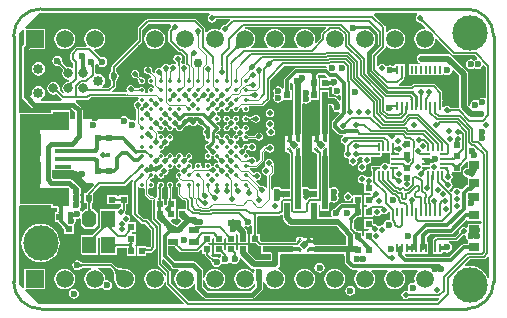
<source format=gtl>
G04*
G04 #@! TF.GenerationSoftware,Altium Limited,Altium Designer,20.1.11 (218)*
G04*
G04 Layer_Physical_Order=1*
G04 Layer_Color=255*
%FSLAX44Y44*%
%MOMM*%
G71*
G04*
G04 #@! TF.SameCoordinates,FB7AA9F9-362F-42BE-8F52-ADE0DE83CFEB*
G04*
G04*
G04 #@! TF.FilePolarity,Positive*
G04*
G01*
G75*
%ADD10C,0.2500*%
%ADD11C,0.1000*%
%ADD12C,0.2000*%
%ADD13C,0.1500*%
%ADD16C,0.1200*%
%ADD19C,0.4000*%
%ADD22C,0.2540*%
%ADD23R,0.2000X0.7000*%
%ADD24R,0.4500X0.4000*%
%ADD25R,0.8500X0.5000*%
%ADD26R,1.6000X1.9000*%
%ADD27R,1.4000X1.6000*%
%ADD28R,1.3500X0.4000*%
%ADD29R,0.5100X0.6000*%
%ADD30C,0.7500*%
%ADD31C,0.3500*%
G04:AMPARAMS|DCode=32|XSize=1.2mm|YSize=1.4mm|CornerRadius=0mm|HoleSize=0mm|Usage=FLASHONLY|Rotation=0.000|XOffset=0mm|YOffset=0mm|HoleType=Round|Shape=Octagon|*
%AMOCTAGOND32*
4,1,8,-0.3000,0.7000,0.3000,0.7000,0.6000,0.4000,0.6000,-0.4000,0.3000,-0.7000,-0.3000,-0.7000,-0.6000,-0.4000,-0.6000,0.4000,-0.3000,0.7000,0.0*
%
%ADD32OCTAGOND32*%

%ADD33R,1.2000X1.4000*%
%ADD34R,0.2000X0.6500*%
%ADD35R,0.7500X0.2000*%
%ADD36R,0.6500X0.2000*%
%ADD37R,0.6000X0.5100*%
%ADD38R,0.8800X0.7100*%
%ADD39R,0.2600X0.2400*%
%ADD40R,0.1000X0.1000*%
G04:AMPARAMS|DCode=41|XSize=0.1mm|YSize=0.235mm|CornerRadius=0mm|HoleSize=0mm|Usage=FLASHONLY|Rotation=135.000|XOffset=0mm|YOffset=0mm|HoleType=Round|Shape=Rectangle|*
%AMROTATEDRECTD41*
4,1,4,0.1184,0.0477,-0.0477,-0.1184,-0.1184,-0.0477,0.0477,0.1184,0.1184,0.0477,0.0*
%
%ADD41ROTATEDRECTD41*%

%ADD42R,0.3900X0.1100*%
%ADD43R,0.2400X0.2600*%
%ADD44P,0.7354X4X180.0*%
G04:AMPARAMS|DCode=45|XSize=0.235mm|YSize=0.1mm|CornerRadius=0mm|HoleSize=0mm|Usage=FLASHONLY|Rotation=135.000|XOffset=0mm|YOffset=0mm|HoleType=Round|Shape=Rectangle|*
%AMROTATEDRECTD45*
4,1,4,0.1184,-0.0477,0.0477,-0.1184,-0.1184,0.0477,-0.0477,0.1184,0.1184,-0.0477,0.0*
%
%ADD45ROTATEDRECTD45*%

%ADD46R,0.2400X0.2600*%
%ADD47R,0.1000X0.1000*%
G04:AMPARAMS|DCode=48|XSize=0.1mm|YSize=0.235mm|CornerRadius=0mm|HoleSize=0mm|Usage=FLASHONLY|Rotation=225.000|XOffset=0mm|YOffset=0mm|HoleType=Round|Shape=Rectangle|*
%AMROTATEDRECTD48*
4,1,4,-0.0477,0.1184,0.1184,-0.0477,0.0477,-0.1184,-0.1184,0.0477,-0.0477,0.1184,0.0*
%
%ADD48ROTATEDRECTD48*%

%ADD49R,0.1100X0.3900*%
%ADD50R,0.2600X0.2400*%
%ADD51P,0.7354X4X270.0*%
G04:AMPARAMS|DCode=52|XSize=0.235mm|YSize=0.1mm|CornerRadius=0mm|HoleSize=0mm|Usage=FLASHONLY|Rotation=225.000|XOffset=0mm|YOffset=0mm|HoleType=Round|Shape=Rectangle|*
%AMROTATEDRECTD52*
4,1,4,0.0477,0.1184,0.1184,0.0477,-0.0477,-0.1184,-0.1184,-0.0477,0.0477,0.1184,0.0*
%
%ADD52ROTATEDRECTD52*%

%ADD77C,0.8500*%
%ADD82C,0.8000*%
%ADD83C,0.3000*%
%ADD84C,0.5000*%
%ADD85C,0.3500*%
%ADD86R,1.8000X7.6000*%
%ADD87R,2.4000X1.4000*%
%ADD88R,2.5000X1.4000*%
G04:AMPARAMS|DCode=89|XSize=0.9mm|YSize=1.6mm|CornerRadius=0.45mm|HoleSize=0mm|Usage=FLASHONLY|Rotation=270.000|XOffset=0mm|YOffset=0mm|HoleType=Round|Shape=RoundedRectangle|*
%AMROUNDEDRECTD89*
21,1,0.9000,0.7000,0,0,270.0*
21,1,0.0000,1.6000,0,0,270.0*
1,1,0.9000,-0.3500,0.0000*
1,1,0.9000,-0.3500,0.0000*
1,1,0.9000,0.3500,0.0000*
1,1,0.9000,0.3500,0.0000*
%
%ADD89ROUNDEDRECTD89*%
%ADD90C,1.5000*%
%ADD91R,1.5000X1.5000*%
%ADD92C,3.0000*%
%ADD93C,0.6000*%
%ADD94C,0.4800*%
G36*
X168503Y248349D02*
X168567Y248345D01*
X169745Y248329D01*
X170017Y248329D01*
X171692Y246829D01*
X171455Y246819D01*
X171243Y246790D01*
X171054Y246742D01*
X170889Y246674D01*
X170747Y246587D01*
X170630Y246481D01*
X170536Y246355D01*
X170465Y246210D01*
X170419Y246046D01*
X170396Y245863D01*
X168464Y248354D01*
X168503Y248349D01*
D02*
G37*
G36*
X346404Y245720D02*
X346425Y245476D01*
X346462Y245242D01*
X346515Y245018D01*
X346583Y244805D01*
X346667Y244603D01*
X346767Y244411D01*
X346882Y244230D01*
X347013Y244060D01*
X347160Y243899D01*
X346099Y242839D01*
X345939Y242986D01*
X345769Y243117D01*
X345587Y243232D01*
X345396Y243332D01*
X345193Y243416D01*
X344981Y243484D01*
X344757Y243537D01*
X344523Y243573D01*
X344278Y243594D01*
X344023Y243600D01*
X346399Y245975D01*
X346404Y245720D01*
D02*
G37*
G36*
X341946Y248958D02*
X341404Y248595D01*
X340608Y247404D01*
X340329Y246000D01*
X340608Y244595D01*
X341404Y243404D01*
X342595Y242608D01*
X343878Y242353D01*
X343997Y242301D01*
X344209Y242297D01*
X344366Y242283D01*
X344508Y242261D01*
X344633Y242231D01*
X344746Y242195D01*
X344846Y242154D01*
X344938Y242106D01*
X345022Y242052D01*
X345103Y241991D01*
X345221Y241882D01*
X345354Y241834D01*
X348690Y238497D01*
X348128Y237358D01*
X348000Y237375D01*
X345729Y237076D01*
X343613Y236199D01*
X341795Y234805D01*
X340401Y232987D01*
X339524Y230871D01*
X339225Y228600D01*
X339524Y226329D01*
X340401Y224212D01*
X341795Y222395D01*
X343613Y221001D01*
X345729Y220124D01*
X348000Y219825D01*
X350271Y220124D01*
X352388Y221001D01*
X354205Y222395D01*
X355599Y224212D01*
X356476Y226329D01*
X356775Y228600D01*
X356758Y228728D01*
X357897Y229290D01*
X371863Y215324D01*
X372508Y214893D01*
X373269Y214742D01*
X390446D01*
X392676Y212513D01*
X392258Y211135D01*
X391361Y210956D01*
X390000Y210047D01*
X388639Y210956D01*
X387000Y211282D01*
X385361Y210956D01*
X383972Y210028D01*
X383044Y208639D01*
X382718Y207000D01*
X383044Y205361D01*
X383972Y203972D01*
X385361Y203044D01*
X387000Y202718D01*
X388639Y203044D01*
X390000Y203953D01*
X391361Y203044D01*
X393000Y202718D01*
X394639Y203044D01*
X396028Y203972D01*
X396956Y205361D01*
X397135Y206258D01*
X398513Y206676D01*
X399962Y205226D01*
Y179419D01*
X398842Y178821D01*
X398639Y178956D01*
X397000Y179282D01*
X395361Y178956D01*
X393972Y178028D01*
X393065Y176671D01*
X392639Y176956D01*
X391000Y177282D01*
X389361Y176956D01*
X387972Y176028D01*
X387044Y174639D01*
X386718Y173000D01*
X386863Y172268D01*
X385693Y171642D01*
X384772Y172563D01*
Y199000D01*
X384485Y200444D01*
X383668Y201668D01*
X370668Y214668D01*
X369444Y215485D01*
X368000Y215772D01*
X368000Y215772D01*
X345000D01*
X343556Y215485D01*
X342332Y214668D01*
X341515Y213444D01*
X341227Y212000D01*
X341515Y210556D01*
X342332Y209332D01*
X343556Y208515D01*
X344284Y208370D01*
X344159Y207100D01*
X334700D01*
Y197700D01*
X363100D01*
Y198165D01*
X364370Y198706D01*
X365361Y198044D01*
X367000Y197718D01*
X368639Y198044D01*
X370028Y198972D01*
X370956Y200361D01*
X371214Y201655D01*
X372182Y202114D01*
X372509Y202155D01*
X377228Y197437D01*
Y171230D01*
X377177Y170953D01*
X376134Y169988D01*
X370903D01*
X370775Y170048D01*
X370615Y170054D01*
X370514Y170068D01*
X370417Y170089D01*
X370318Y170121D01*
X370218Y170162D01*
X370113Y170216D01*
X370003Y170284D01*
X369888Y170368D01*
X369767Y170470D01*
X369613Y170617D01*
X369492Y170664D01*
X368405Y171391D01*
X367000Y171670D01*
X365595Y171391D01*
X364405Y170595D01*
X364370Y170544D01*
X363100Y170929D01*
Y176300D01*
X363100D01*
X363168Y177269D01*
X363058Y177535D01*
X363058Y177552D01*
X363045Y177823D01*
X362992Y177871D01*
X362951Y178531D01*
X362949Y178780D01*
X362888Y178923D01*
Y183100D01*
X362888Y183100D01*
X362737Y183861D01*
X362306Y184506D01*
X357056Y189756D01*
X356411Y190187D01*
X355650Y190338D01*
X338825D01*
X338064Y190187D01*
X337419Y189756D01*
X336651Y188988D01*
X326839D01*
X326648Y189229D01*
X326406Y190594D01*
X330306Y194494D01*
X330306Y194494D01*
X330737Y195139D01*
X330830Y195608D01*
X330949Y195886D01*
X330952Y196171D01*
X330963Y196387D01*
X330981Y196411D01*
X330979Y196430D01*
X331005Y196702D01*
X331029Y196761D01*
X331100Y197700D01*
X331100D01*
Y207100D01*
X322700D01*
Y206106D01*
X321430Y205428D01*
X320639Y205956D01*
X319000Y206282D01*
X317361Y205956D01*
X316668Y205493D01*
X316429Y205477D01*
X315110Y205835D01*
X315093Y205851D01*
X314596Y206595D01*
X313405Y207391D01*
X312000Y207670D01*
X310595Y207391D01*
X309405Y206595D01*
X308808Y205702D01*
X307538Y206033D01*
Y213711D01*
X314456Y220629D01*
X314887Y221274D01*
X315038Y222035D01*
Y222188D01*
X316241Y222596D01*
X316395Y222395D01*
X318213Y221001D01*
X320329Y220124D01*
X322600Y219825D01*
X324871Y220124D01*
X326987Y221001D01*
X328805Y222395D01*
X330199Y224212D01*
X331076Y226329D01*
X331375Y228600D01*
X331076Y230871D01*
X330199Y232987D01*
X328805Y234805D01*
X326987Y236199D01*
X324871Y237076D01*
X322600Y237375D01*
X320329Y237076D01*
X318213Y236199D01*
X316395Y234805D01*
X316241Y234604D01*
X315038Y235012D01*
Y238357D01*
X314887Y239118D01*
X314456Y239763D01*
X305261Y248958D01*
X305265Y249075D01*
X305660Y250228D01*
X341561D01*
X341946Y248958D01*
D02*
G37*
G36*
X182161Y239100D02*
X182014Y238940D01*
X181883Y238769D01*
X181767Y238588D01*
X181667Y238396D01*
X181584Y238194D01*
X181515Y237981D01*
X181463Y237758D01*
X181426Y237524D01*
X181405Y237279D01*
X181400Y237024D01*
X179024Y239400D01*
X179279Y239405D01*
X179524Y239426D01*
X179758Y239463D01*
X179981Y239515D01*
X180194Y239584D01*
X180396Y239667D01*
X180588Y239767D01*
X180769Y239883D01*
X180940Y240014D01*
X181100Y240161D01*
X182161Y239100D01*
D02*
G37*
G36*
X165947Y248958D02*
X165404Y248595D01*
X164608Y247404D01*
X164329Y246000D01*
X164608Y244595D01*
X165404Y243404D01*
X166595Y242608D01*
X168000Y242329D01*
X169404Y242608D01*
X170595Y243404D01*
X171391Y244595D01*
X171763Y245532D01*
X171886Y245591D01*
X182983D01*
X183509Y244321D01*
X180354Y241166D01*
X180222Y241118D01*
X180103Y241009D01*
X180023Y240947D01*
X179938Y240893D01*
X179847Y240846D01*
X179746Y240804D01*
X179634Y240768D01*
X179508Y240739D01*
X179367Y240716D01*
X179210Y240703D01*
X178997Y240699D01*
X178878Y240646D01*
X177595Y240391D01*
X176404Y239596D01*
X175609Y238405D01*
X175369Y237200D01*
X175215Y237003D01*
X174849Y236744D01*
X174158Y236377D01*
X172471Y237076D01*
X170200Y237375D01*
X167929Y237076D01*
X165812Y236199D01*
X163995Y234805D01*
X163608Y234300D01*
X162338Y234731D01*
Y236801D01*
X162187Y237562D01*
X161756Y238207D01*
X155207Y244756D01*
X154562Y245187D01*
X153801Y245338D01*
X113430D01*
X112669Y245187D01*
X112024Y244756D01*
X105674Y238406D01*
X105243Y237761D01*
X105092Y237000D01*
Y227903D01*
X83344Y206156D01*
X82913Y205511D01*
X82762Y204750D01*
Y201898D01*
X82703Y201775D01*
X82693Y201595D01*
X82674Y201478D01*
X82640Y201349D01*
X82587Y201207D01*
X82512Y201049D01*
X82413Y200878D01*
X82298Y200709D01*
X81939Y200274D01*
X81719Y200048D01*
X81694Y199987D01*
X80794Y198639D01*
X80468Y197000D01*
X80794Y195361D01*
X81694Y194013D01*
X81719Y193952D01*
X81952Y193713D01*
X82134Y193504D01*
X82287Y193307D01*
X82413Y193122D01*
X82512Y192951D01*
X82587Y192793D01*
X82640Y192651D01*
X82674Y192522D01*
X82693Y192405D01*
X82703Y192225D01*
X82762Y192102D01*
Y189573D01*
X80176Y186988D01*
X75189D01*
X74804Y188258D01*
X75989Y189051D01*
X77249Y190936D01*
X77692Y193160D01*
X77249Y195384D01*
X75989Y197269D01*
X74104Y198529D01*
X71880Y198972D01*
X70258Y198649D01*
X68988Y199494D01*
Y204629D01*
X69013Y204663D01*
X68991Y204801D01*
X69048Y204929D01*
X69053Y205093D01*
X69092Y205480D01*
X69119Y205647D01*
X69486Y207101D01*
X69588Y207421D01*
X69801Y207591D01*
X70338Y207498D01*
X71307Y207087D01*
X72052Y205972D01*
X73441Y205044D01*
X75080Y204718D01*
X76719Y205044D01*
X78108Y205972D01*
X79036Y207361D01*
X79362Y209000D01*
X79036Y210639D01*
X78108Y212028D01*
X76719Y212956D01*
X75080Y213282D01*
X74929Y213252D01*
X74824Y213291D01*
X74501Y213278D01*
X74239Y213282D01*
X74004Y213301D01*
X73798Y213332D01*
X73619Y213374D01*
X73467Y213425D01*
X73337Y213481D01*
X73229Y213543D01*
X73135Y213609D01*
X73000Y213730D01*
X72997Y213731D01*
X72996Y213734D01*
X72870Y213778D01*
X67950Y218697D01*
X68316Y219441D01*
X68616Y219827D01*
X70871Y220124D01*
X72987Y221001D01*
X74805Y222395D01*
X76199Y224212D01*
X77076Y226329D01*
X77375Y228600D01*
X77076Y230871D01*
X76199Y232987D01*
X74805Y234805D01*
X72987Y236199D01*
X70871Y237076D01*
X68600Y237375D01*
X66329Y237076D01*
X64212Y236199D01*
X62395Y234805D01*
X61001Y232987D01*
X60124Y230871D01*
X59825Y228600D01*
X60124Y226329D01*
X61001Y224212D01*
X61733Y223258D01*
X61107Y221988D01*
X54080D01*
X53319Y221837D01*
X52674Y221406D01*
X48674Y217406D01*
X48243Y216761D01*
X48092Y216000D01*
Y211420D01*
X48243Y210659D01*
X48674Y210014D01*
X50442Y208246D01*
Y204644D01*
X49172Y203965D01*
X48509Y204408D01*
X46480Y204812D01*
X45909Y204698D01*
X45908Y204699D01*
X45695Y204656D01*
X45486Y204712D01*
X45438Y204706D01*
X45426Y204709D01*
X45376Y204730D01*
X45300Y204770D01*
X45201Y204833D01*
X45083Y204922D01*
X44947Y205039D01*
X44774Y205203D01*
X44636Y205256D01*
X41949Y207943D01*
X41904Y208071D01*
X41784Y208205D01*
X41714Y208301D01*
X41648Y208417D01*
X41584Y208555D01*
X41526Y208719D01*
X41475Y208911D01*
X41436Y209111D01*
X41383Y209673D01*
X41379Y209988D01*
X41353Y210049D01*
X41036Y211639D01*
X40108Y213028D01*
X38719Y213956D01*
X37080Y214282D01*
X35441Y213956D01*
X34052Y213028D01*
X33124Y211639D01*
X32798Y210000D01*
X33124Y208361D01*
X34052Y206972D01*
X35441Y206044D01*
X37031Y205727D01*
X37092Y205701D01*
X37426Y205697D01*
X37702Y205678D01*
X37950Y205647D01*
X38170Y205605D01*
X38361Y205554D01*
X38525Y205496D01*
X38663Y205432D01*
X38779Y205366D01*
X38875Y205296D01*
X39009Y205176D01*
X39137Y205131D01*
X41512Y202756D01*
X41525Y202694D01*
X41620Y202630D01*
X41661Y202522D01*
X41819Y202355D01*
X41916Y202238D01*
X41978Y202148D01*
X41983Y202140D01*
X41582Y201539D01*
X41178Y199510D01*
X41582Y197481D01*
X42731Y195761D01*
X44451Y194612D01*
X46480Y194208D01*
X46512Y194214D01*
X47594Y193135D01*
X47547Y192861D01*
X46480Y192112D01*
X44451Y191708D01*
X42731Y190559D01*
X41582Y188839D01*
X41178Y186810D01*
X41582Y184781D01*
X42599Y183259D01*
X41612Y182450D01*
X39390Y184671D01*
X39337Y184810D01*
X39175Y184980D01*
X39065Y185111D01*
X38982Y185224D01*
X38926Y185314D01*
X38894Y185378D01*
X38886Y185399D01*
X38891Y185423D01*
X38884Y185461D01*
X38884Y185465D01*
X38882Y185472D01*
X38851Y185634D01*
X38910Y185840D01*
X38894Y185868D01*
X39082Y186810D01*
X38678Y188839D01*
X37529Y190559D01*
X35809Y191708D01*
X33780Y192112D01*
X31751Y191708D01*
X30031Y190559D01*
X28882Y188839D01*
X28478Y186810D01*
X28882Y184781D01*
X30031Y183061D01*
X31751Y181912D01*
X33780Y181508D01*
X35809Y181912D01*
X36659Y181707D01*
X36760Y181678D01*
X40844Y177594D01*
X40936Y177533D01*
X40551Y176263D01*
X22936D01*
X22811Y177533D01*
X23304Y177631D01*
X25189Y178890D01*
X26449Y180776D01*
X26892Y183000D01*
X26449Y185224D01*
X25189Y187110D01*
X23304Y188369D01*
X21080Y188812D01*
X18856Y188369D01*
X16970Y187110D01*
X15711Y185224D01*
X15268Y183000D01*
X15447Y182101D01*
X14439Y180667D01*
X14273Y180641D01*
X13343Y181491D01*
Y219529D01*
X13714Y219900D01*
X26500D01*
Y237300D01*
X10496D01*
X9970Y238570D01*
X21628Y250228D01*
X165562Y250228D01*
X165947Y248958D01*
D02*
G37*
G36*
X288799Y240200D02*
X289004Y240116D01*
X289220Y240042D01*
X289450Y239978D01*
X289945Y239879D01*
X290212Y239844D01*
X290782Y239805D01*
X291086Y239800D01*
X291978Y237300D01*
X291670Y237290D01*
X291384Y237260D01*
X291120Y237209D01*
X290877Y237138D01*
X290656Y237047D01*
X290456Y236936D01*
X290278Y236805D01*
X290122Y236653D01*
X289987Y236481D01*
X289874Y236289D01*
X288608Y240294D01*
X288799Y240200D01*
D02*
G37*
G36*
X136976Y236600D02*
X136721Y236595D01*
X136476Y236574D01*
X136242Y236537D01*
X136019Y236485D01*
X135806Y236416D01*
X135604Y236332D01*
X135412Y236233D01*
X135231Y236117D01*
X135060Y235986D01*
X134900Y235839D01*
X133839Y236900D01*
X133986Y237060D01*
X134117Y237231D01*
X134233Y237412D01*
X134333Y237604D01*
X134416Y237806D01*
X134485Y238019D01*
X134537Y238242D01*
X134574Y238476D01*
X134595Y238721D01*
X134600Y238976D01*
X136976Y236600D01*
D02*
G37*
G36*
X157474Y233074D02*
X157129Y232656D01*
X156988Y232449D01*
X156870Y232244D01*
X156772Y232040D01*
X156697Y231836D01*
X156643Y231635D01*
X156610Y231435D01*
X156600Y231236D01*
X155400D01*
X155389Y231435D01*
X155357Y231635D01*
X155302Y231836D01*
X155227Y232040D01*
X155130Y232244D01*
X155011Y232449D01*
X154871Y232656D01*
X154708Y232865D01*
X154525Y233074D01*
X154320Y233286D01*
X157680D01*
X157474Y233074D01*
D02*
G37*
G36*
X264612Y237589D02*
X260944Y233920D01*
X260513Y233275D01*
X260362Y232514D01*
Y229541D01*
X255615Y224795D01*
X254539Y225514D01*
X254876Y226329D01*
X255175Y228600D01*
X254876Y230871D01*
X253999Y232987D01*
X252605Y234805D01*
X250788Y236199D01*
X248671Y237076D01*
X246400Y237375D01*
X244129Y237076D01*
X242013Y236199D01*
X240195Y234805D01*
X238801Y232987D01*
X237924Y230871D01*
X237625Y228600D01*
X237924Y226329D01*
X238801Y224212D01*
X240195Y222395D01*
X240700Y222008D01*
X240269Y220738D01*
X227131D01*
X226700Y222008D01*
X227205Y222395D01*
X228599Y224212D01*
X229476Y226329D01*
X229775Y228600D01*
X229476Y230871D01*
X228599Y232987D01*
X227205Y234805D01*
X225387Y236199D01*
X223271Y237076D01*
X221000Y237375D01*
X218729Y237076D01*
X216612Y236199D01*
X214795Y234805D01*
X213401Y232987D01*
X212524Y230871D01*
X212225Y228600D01*
X212524Y226329D01*
X213401Y224212D01*
X214795Y222395D01*
X215300Y222008D01*
X214869Y220738D01*
X201731D01*
X201300Y222008D01*
X201805Y222395D01*
X203199Y224212D01*
X204076Y226329D01*
X204375Y228600D01*
X204076Y230871D01*
X203199Y232987D01*
X201805Y234805D01*
X199988Y236199D01*
X197871Y237076D01*
X196770Y237221D01*
X196330Y237668D01*
X196082Y238592D01*
X196238Y238762D01*
X264126D01*
X264612Y237589D01*
D02*
G37*
G36*
X195879Y221105D02*
X194638Y221045D01*
X191513Y220716D01*
X190671Y220557D01*
X189928Y220373D01*
X189285Y220165D01*
X188741Y219932D01*
X188297Y219674D01*
X187953Y219392D01*
X186842Y220403D01*
X187146Y220772D01*
X187412Y221232D01*
X187637Y221783D01*
X187824Y222424D01*
X187971Y223156D01*
X188078Y223978D01*
X188146Y224891D01*
X188163Y226987D01*
X188112Y228172D01*
X195879Y221105D01*
D02*
G37*
G36*
X152463Y214660D02*
X152308Y214687D01*
X152155Y214695D01*
X152001Y214685D01*
X151849Y214657D01*
X151698Y214611D01*
X151547Y214546D01*
X151398Y214463D01*
X151249Y214362D01*
X151101Y214243D01*
X150954Y214106D01*
X150106Y214954D01*
X150243Y215101D01*
X150362Y215249D01*
X150463Y215398D01*
X150546Y215547D01*
X150611Y215698D01*
X150657Y215849D01*
X150685Y216001D01*
X150695Y216154D01*
X150687Y216308D01*
X150660Y216463D01*
X152463Y214660D01*
D02*
G37*
G36*
X60793Y212700D02*
X60769Y212594D01*
X60748Y212459D01*
X60715Y212103D01*
X60686Y211350D01*
X60680Y210703D01*
X57680Y209227D01*
X57672Y209550D01*
X57649Y209846D01*
X57611Y210116D01*
X57557Y210357D01*
X57488Y210572D01*
X57403Y210759D01*
X57304Y210919D01*
X57188Y211052D01*
X57058Y211158D01*
X56912Y211237D01*
X60819Y212777D01*
X60793Y212700D01*
D02*
G37*
G36*
X72322Y212594D02*
X72530Y212446D01*
X72756Y212318D01*
X73002Y212210D01*
X73267Y212123D01*
X73551Y212056D01*
X73854Y212010D01*
X74176Y211984D01*
X74517Y211978D01*
X74877Y211993D01*
X72083Y208857D01*
X72057Y209232D01*
X71960Y209916D01*
X71888Y210227D01*
X71801Y210516D01*
X71698Y210783D01*
X71581Y211029D01*
X71448Y211254D01*
X71300Y211457D01*
X71136Y211639D01*
X72134Y212763D01*
X72322Y212594D01*
D02*
G37*
G36*
X141068Y210745D02*
X140808Y210037D01*
X140744Y209812D01*
X140652Y209379D01*
X140623Y209171D01*
X140606Y208968D01*
X140600Y208771D01*
X139100Y208162D01*
X139089Y208390D01*
X139057Y208603D01*
X139004Y208803D01*
X138930Y208988D01*
X138834Y209159D01*
X138717Y209316D01*
X138579Y209459D01*
X138419Y209587D01*
X138238Y209702D01*
X138036Y209802D01*
X141178Y210992D01*
X141068Y210745D01*
D02*
G37*
G36*
X133547Y240092D02*
X133354Y239122D01*
X133301Y239003D01*
X133297Y238790D01*
X133284Y238633D01*
X133261Y238492D01*
X133232Y238366D01*
X133196Y238254D01*
X133154Y238153D01*
X133107Y238062D01*
X133053Y237977D01*
X132991Y237896D01*
X132882Y237778D01*
X132834Y237646D01*
X131594Y236406D01*
X131163Y235761D01*
X131012Y235000D01*
Y227036D01*
X131163Y226275D01*
X131594Y225630D01*
X139480Y217744D01*
X140125Y217313D01*
X140886Y217162D01*
X142027D01*
X145012Y214177D01*
Y208560D01*
X144000Y207466D01*
X142987Y207265D01*
X142168Y207789D01*
X141838Y208172D01*
Y208599D01*
X141898Y208733D01*
X141903Y208894D01*
X141914Y209026D01*
X141932Y209154D01*
X142006Y209499D01*
X142044Y209636D01*
X142273Y210257D01*
X142365Y210464D01*
X142367Y210560D01*
X142391Y210595D01*
X142670Y212000D01*
X142391Y213405D01*
X141595Y214596D01*
X140405Y215391D01*
X139000Y215671D01*
X137595Y215391D01*
X136405Y214596D01*
X135609Y213405D01*
X135330Y212000D01*
X135609Y210595D01*
X136405Y209405D01*
X137329Y208787D01*
X137397Y208709D01*
X137486Y208408D01*
X137545Y207915D01*
X137250Y207610D01*
X136350Y207213D01*
X136303Y207207D01*
X135000Y207466D01*
X133673Y207202D01*
X132549Y206451D01*
X131154Y206650D01*
X130327Y207203D01*
X129000Y207467D01*
X127673Y207203D01*
X126549Y206451D01*
X125797Y205327D01*
X125696Y204815D01*
X124327Y204203D01*
X123000Y204467D01*
X121673Y204203D01*
X120549Y203451D01*
X119797Y202327D01*
X119533Y201000D01*
X119629Y200520D01*
X118557Y199963D01*
X117657Y200679D01*
X117637Y200727D01*
X117594Y200863D01*
X117555Y201028D01*
X117525Y201207D01*
X117485Y201705D01*
X117482Y201987D01*
X117458Y202045D01*
X117203Y203327D01*
X116451Y204451D01*
X115327Y205203D01*
X114000Y205467D01*
X112673Y205203D01*
X111549Y204451D01*
X110797Y203327D01*
X110533Y202000D01*
X110797Y200673D01*
X111549Y199549D01*
X112673Y198797D01*
X113921Y198549D01*
X113989Y198518D01*
X114570Y198500D01*
X114778Y198477D01*
X114972Y198445D01*
X115137Y198406D01*
X115273Y198363D01*
X115380Y198319D01*
X115391Y198313D01*
X116530Y197174D01*
X116522Y197039D01*
X116030Y195878D01*
X115387Y195750D01*
X114477Y195143D01*
X113870Y194233D01*
X113656Y193160D01*
X113870Y192087D01*
X114477Y191177D01*
X115387Y190570D01*
X116460Y190356D01*
X117106Y190485D01*
X118376Y189722D01*
Y189620D01*
X118852Y188472D01*
X119079Y188245D01*
X118270Y187258D01*
X117533Y187750D01*
X116460Y187964D01*
X115387Y187750D01*
X114477Y187143D01*
X113870Y186233D01*
X113656Y185160D01*
X113870Y184087D01*
X113892Y184054D01*
X113213Y182784D01*
X111707D01*
X111028Y184054D01*
X111050Y184087D01*
X111264Y185160D01*
X111050Y186233D01*
X110443Y187143D01*
X109533Y187750D01*
X108460Y187964D01*
X107387Y187750D01*
X106477Y187143D01*
X106360Y186968D01*
X106258Y186925D01*
X106233Y186864D01*
X106175Y186831D01*
X106147Y186796D01*
X106133Y186790D01*
X106116Y186784D01*
X102647D01*
X102624Y186795D01*
X102572Y186832D01*
X102510Y186889D01*
X102437Y186973D01*
X102356Y187087D01*
X102270Y187234D01*
X102167Y187447D01*
X102057Y187544D01*
X101451Y188451D01*
X100327Y189203D01*
X99000Y189467D01*
X97673Y189203D01*
X96549Y188451D01*
X95797Y187327D01*
X95533Y186000D01*
X95797Y184673D01*
X96026Y184330D01*
X95235Y183230D01*
X94940Y183288D01*
X83896D01*
X83370Y184558D01*
X86156Y187344D01*
X86587Y187989D01*
X86738Y188750D01*
Y192102D01*
X86797Y192225D01*
X86807Y192405D01*
X86826Y192522D01*
X86860Y192651D01*
X86913Y192793D01*
X86988Y192951D01*
X87087Y193122D01*
X87202Y193291D01*
X87561Y193726D01*
X87781Y193952D01*
X87806Y194013D01*
X88706Y195361D01*
X89032Y197000D01*
X88706Y198639D01*
X87806Y199987D01*
X87781Y200048D01*
X87548Y200287D01*
X87366Y200496D01*
X87213Y200693D01*
X87087Y200878D01*
X86988Y201049D01*
X86913Y201207D01*
X86860Y201349D01*
X86826Y201478D01*
X86807Y201595D01*
X86797Y201775D01*
X86738Y201898D01*
Y203926D01*
X108486Y225674D01*
X108917Y226319D01*
X109068Y227080D01*
Y236176D01*
X114254Y241362D01*
X132837D01*
X133547Y240092D01*
D02*
G37*
G36*
X219160Y209100D02*
X219013Y208939D01*
X218882Y208769D01*
X218767Y208588D01*
X218667Y208396D01*
X218583Y208194D01*
X218515Y207981D01*
X218462Y207757D01*
X218426Y207523D01*
X218405Y207279D01*
X218399Y207024D01*
X216024Y209400D01*
X216279Y209405D01*
X216523Y209426D01*
X216757Y209462D01*
X216981Y209515D01*
X217194Y209583D01*
X217396Y209667D01*
X217588Y209767D01*
X217769Y209882D01*
X217939Y210013D01*
X218099Y210160D01*
X219160Y209100D01*
D02*
G37*
G36*
X193001Y207250D02*
X192982Y207239D01*
X192942Y207208D01*
X192803Y207080D01*
X191898Y206190D01*
X191190Y206898D01*
X192250Y208001D01*
X193001Y207250D01*
D02*
G37*
G36*
X40085Y209602D02*
X40149Y208927D01*
X40208Y208620D01*
X40285Y208333D01*
X40379Y208067D01*
X40492Y207821D01*
X40622Y207595D01*
X40771Y207389D01*
X40937Y207204D01*
X39876Y206143D01*
X39691Y206309D01*
X39485Y206458D01*
X39260Y206588D01*
X39013Y206701D01*
X38747Y206795D01*
X38460Y206872D01*
X38153Y206931D01*
X37826Y206972D01*
X37478Y206995D01*
X37110Y207000D01*
X40080Y209970D01*
X40085Y209602D01*
D02*
G37*
G36*
X184985Y207449D02*
X184980Y207399D01*
X184971Y207211D01*
X184960Y205941D01*
X183960D01*
X183929Y207470D01*
X184991D01*
X184985Y207449D01*
D02*
G37*
G36*
X176985D02*
X176980Y207399D01*
X176971Y207211D01*
X176960Y205941D01*
X175960D01*
X175929Y207470D01*
X176991D01*
X176985Y207449D01*
D02*
G37*
G36*
X169525D02*
X169520Y207399D01*
X169511Y207211D01*
X169500Y205941D01*
X168500D01*
X168469Y207470D01*
X169531D01*
X169525Y207449D01*
D02*
G37*
G36*
X156985D02*
X156980Y207399D01*
X156971Y207211D01*
X156960Y205941D01*
X155960D01*
X155929Y207470D01*
X156991D01*
X156985Y207449D01*
D02*
G37*
G36*
X140375D02*
X140370Y207399D01*
X140361Y207211D01*
X140350Y205941D01*
X139350D01*
X139319Y207470D01*
X140381D01*
X140375Y207449D01*
D02*
G37*
G36*
X147760Y207663D02*
X147793Y207618D01*
X147846Y207554D01*
X148132Y207243D01*
X148809Y206554D01*
X148102Y205847D01*
X146969Y206908D01*
X147749Y207688D01*
X147760Y207663D01*
D02*
G37*
G36*
X205161Y207100D02*
X205014Y206940D01*
X204883Y206769D01*
X204767Y206588D01*
X204667Y206396D01*
X204584Y206194D01*
X204515Y205981D01*
X204463Y205758D01*
X204426Y205524D01*
X204405Y205279D01*
X204400Y205024D01*
X202024Y207400D01*
X202279Y207405D01*
X202524Y207426D01*
X202758Y207463D01*
X202981Y207515D01*
X203194Y207584D01*
X203396Y207668D01*
X203588Y207767D01*
X203769Y207883D01*
X203940Y208014D01*
X204100Y208161D01*
X205161Y207100D01*
D02*
G37*
G36*
X68237Y207457D02*
X67846Y205910D01*
X67804Y205650D01*
X67756Y205177D01*
X67750Y204966D01*
X66250Y204045D01*
X66235Y204318D01*
X66190Y204570D01*
X66115Y204801D01*
X66010Y205012D01*
X65876Y205202D01*
X65711Y205372D01*
X65516Y205521D01*
X65292Y205649D01*
X65037Y205757D01*
X64753Y205845D01*
X68351Y207815D01*
X68237Y207457D01*
D02*
G37*
G36*
X265732Y204846D02*
X264748Y203962D01*
X264512Y203953D01*
X254866D01*
X254835Y203974D01*
X254730Y203953D01*
X254430D01*
X254325Y203974D01*
X254294Y203953D01*
X238950D01*
X238950Y203953D01*
X237896Y203743D01*
X237003Y203147D01*
X237003Y203146D01*
X229633Y195777D01*
X229037Y194883D01*
X228827Y193830D01*
Y187098D01*
X228781Y186993D01*
X228781Y186957D01*
X227504Y186582D01*
X227039Y187278D01*
X225650Y188206D01*
X224011Y188532D01*
X222372Y188206D01*
X220983Y187278D01*
X220055Y185889D01*
X219729Y184250D01*
X220055Y182611D01*
X220794Y181504D01*
X220055Y180397D01*
X219729Y178759D01*
X220055Y177120D01*
X220983Y175731D01*
X222372Y174802D01*
X224011Y174477D01*
X225650Y174802D01*
X227039Y175731D01*
X227109Y175835D01*
X227830Y176800D01*
Y176800D01*
X235330D01*
Y183683D01*
X235383Y183771D01*
X235358Y183873D01*
X235398Y183969D01*
X235330Y184135D01*
Y185200D01*
X234549D01*
X234510Y185341D01*
X234461Y185612D01*
X234388Y186466D01*
X234379Y186993D01*
X234333Y187098D01*
Y191618D01*
X234612Y191799D01*
X236026Y191203D01*
X236044Y191111D01*
X236807Y189968D01*
Y189035D01*
X236781Y188972D01*
X236772Y184431D01*
X236766Y184078D01*
X236765Y184065D01*
X236766Y184063D01*
X236765Y184040D01*
X236778Y184009D01*
X236762Y183969D01*
X236807Y183859D01*
Y179035D01*
X236781Y178972D01*
X236779Y178073D01*
X236762Y178030D01*
X236763Y178028D01*
X236762Y178025D01*
X236773Y175106D01*
X236772Y174431D01*
X236766Y174078D01*
X236765Y174065D01*
X236766Y174063D01*
X236765Y174040D01*
X236777Y174010D01*
Y174007D01*
X236762Y173969D01*
X236778Y173931D01*
X236781Y173025D01*
X236807Y172962D01*
Y169036D01*
X236781Y168972D01*
X236779Y168073D01*
X236762Y168030D01*
X236763Y168028D01*
X236762Y168025D01*
X236773Y165106D01*
X236772Y164431D01*
X236766Y164078D01*
X236765Y164066D01*
X236766Y164063D01*
X236765Y164040D01*
X236777Y164010D01*
Y164007D01*
X236762Y163969D01*
X236778Y163931D01*
X236781Y163025D01*
X236807Y162962D01*
Y159036D01*
X236781Y158972D01*
X236779Y158073D01*
X236762Y158031D01*
X236763Y158028D01*
X236762Y158025D01*
X236773Y155106D01*
X236772Y154431D01*
X236766Y154078D01*
X236765Y154066D01*
X236766Y154064D01*
X236765Y154040D01*
X236777Y154010D01*
Y154007D01*
X236762Y153969D01*
X236778Y153931D01*
X236781Y153025D01*
X236807Y152962D01*
Y151000D01*
X236830Y150887D01*
Y148317D01*
X236777Y148229D01*
X236802Y148127D01*
X236762Y148031D01*
X236830Y147865D01*
Y147768D01*
X235685Y146498D01*
X229880D01*
X229880Y133250D01*
X231330D01*
Y131800D01*
X232679D01*
X232750Y131754D01*
X232857Y131776D01*
X232957Y131732D01*
X233133Y131800D01*
X233255D01*
X233274Y131789D01*
X233417Y131688D01*
X233877Y131297D01*
X234092Y131089D01*
Y124031D01*
X234100D01*
X234096Y123981D01*
X234092Y123725D01*
Y121942D01*
X234100Y119970D01*
X234092D01*
Y114031D01*
X234100D01*
X234096Y113981D01*
X234092Y113725D01*
Y111942D01*
X234100Y109970D01*
X234092D01*
Y101200D01*
X229226D01*
X229060Y101268D01*
X227830Y101200D01*
X226568Y101219D01*
X226028Y102028D01*
X224638Y102956D01*
X223000Y103282D01*
X221361Y102956D01*
X219972Y102028D01*
X219355Y101105D01*
X218085Y101491D01*
Y112490D01*
X220298Y114702D01*
X220695Y115298D01*
X220835Y116000D01*
Y120750D01*
X220695Y121452D01*
X220482Y121772D01*
X220375Y122060D01*
X220268Y122174D01*
X220212Y122244D01*
X220173Y122303D01*
X220148Y122350D01*
X220133Y122384D01*
X220125Y122410D01*
X220121Y122431D01*
X220120Y122452D01*
X220121Y122478D01*
X220136Y122579D01*
X220112Y122677D01*
X220151Y122772D01*
X220100Y122894D01*
X220170Y123250D01*
X219891Y124655D01*
X219095Y125845D01*
X217905Y126641D01*
X216500Y126920D01*
X215095Y126641D01*
X213905Y125845D01*
X213109Y124655D01*
X212829Y123250D01*
X213109Y121845D01*
X213143Y121795D01*
X212595Y120391D01*
X211405Y119595D01*
X210609Y118405D01*
X210329Y117000D01*
X210609Y115595D01*
X211405Y114404D01*
X212595Y113609D01*
X214000Y113329D01*
X214415Y112117D01*
Y102726D01*
X214211Y102588D01*
X212486Y102920D01*
X212461Y102956D01*
X211337Y103708D01*
X210089Y103956D01*
X210021Y103987D01*
X209440Y104005D01*
X209232Y104028D01*
X209038Y104060D01*
X208873Y104099D01*
X208737Y104142D01*
X208630Y104186D01*
X208619Y104192D01*
X204864Y107947D01*
X204898Y108257D01*
X206250Y109283D01*
X207577Y109547D01*
X208701Y110299D01*
X209453Y111423D01*
X209717Y112750D01*
X209453Y114077D01*
X208701Y115201D01*
X207577Y115953D01*
X206250Y116217D01*
X204923Y115953D01*
X203799Y115201D01*
X202930Y115116D01*
X199780Y118266D01*
X199790Y118489D01*
X200091Y119536D01*
X205160D01*
X206308Y120012D01*
X211148Y124852D01*
X211624Y126000D01*
Y132327D01*
X211655Y132359D01*
X211782Y132384D01*
X212378Y132782D01*
X213596Y134000D01*
X213639Y133979D01*
X213760Y133910D01*
X213877Y133830D01*
X214207Y133557D01*
X214381Y133389D01*
X214498Y133342D01*
X215595Y132609D01*
X217000Y132330D01*
X218405Y132609D01*
X219595Y133405D01*
X220391Y134595D01*
X220671Y136000D01*
X220391Y137405D01*
X219595Y138596D01*
X218405Y139391D01*
X217000Y139670D01*
X215595Y139391D01*
X214498Y138658D01*
X214381Y138611D01*
X214194Y138430D01*
X214038Y138293D01*
X213893Y138180D01*
X213760Y138090D01*
X213639Y138021D01*
X213534Y137970D01*
X213441Y137936D01*
X213363Y137915D01*
X213296Y137904D01*
X213166Y137897D01*
X213037Y137835D01*
X213000D01*
X212298Y137696D01*
X211702Y137298D01*
X209782Y135378D01*
X209384Y134782D01*
X209359Y134655D01*
X208852Y134148D01*
X208376Y133000D01*
Y126672D01*
X206350Y124647D01*
X205180Y125272D01*
X205226Y125506D01*
X204963Y126833D01*
X204211Y127957D01*
X203086Y128709D01*
X201760Y128973D01*
X200433Y128709D01*
X200084Y128844D01*
X199212Y129420D01*
X199050Y130233D01*
X198443Y131143D01*
X197533Y131750D01*
X196547Y131947D01*
X196557Y133180D01*
X196562Y133189D01*
X196818Y134361D01*
X196943Y134452D01*
X197533Y134570D01*
X197916Y134826D01*
X199391Y134706D01*
X199589Y134608D01*
X199629Y134549D01*
X200753Y133797D01*
X202080Y133533D01*
X203407Y133797D01*
X204531Y134549D01*
X205283Y135673D01*
X205547Y137000D01*
X205283Y138327D01*
X204531Y139451D01*
X203407Y140203D01*
X202080Y140467D01*
X200753Y140203D01*
X199629Y139451D01*
X198064Y139396D01*
X197533Y139750D01*
X196460Y139964D01*
X195387Y139750D01*
X194477Y139143D01*
X193870Y138233D01*
X193656Y137160D01*
X192492Y136553D01*
X191404Y137087D01*
X191199Y137489D01*
X191050Y138233D01*
X190443Y139143D01*
X189533Y139750D01*
X188869Y139882D01*
X188460Y139964D01*
X187925Y141152D01*
X187927Y141160D01*
X187925Y141168D01*
X188460Y142356D01*
X189533Y142570D01*
X190443Y143177D01*
X191050Y144087D01*
X191264Y145160D01*
X192455Y145605D01*
X193596Y145182D01*
X193754Y144670D01*
X193870Y144087D01*
X194477Y143177D01*
X195387Y142570D01*
X196460Y142356D01*
X197533Y142570D01*
X198443Y143177D01*
X198560Y143352D01*
X198661Y143395D01*
X198687Y143456D01*
X198745Y143489D01*
X198773Y143524D01*
X198787Y143530D01*
X198804Y143536D01*
X204773D01*
X204802Y143531D01*
X204913Y143499D01*
X206214Y142988D01*
X206530Y142843D01*
X206532Y142843D01*
X206533Y142842D01*
X206611Y142839D01*
X206673Y142797D01*
X208000Y142533D01*
X209327Y142797D01*
X210451Y143549D01*
X211203Y144673D01*
X211467Y146000D01*
X211203Y147327D01*
X210451Y148451D01*
X209327Y149203D01*
X208000Y149467D01*
X206673Y149203D01*
X205549Y148451D01*
X204943Y147544D01*
X204833Y147447D01*
X204730Y147234D01*
X204644Y147087D01*
X204563Y146973D01*
X204490Y146889D01*
X204428Y146832D01*
X204376Y146795D01*
X204353Y146784D01*
X198804D01*
X198787Y146790D01*
X198773Y146796D01*
X198745Y146831D01*
X198687Y146864D01*
X198661Y146925D01*
X198560Y146968D01*
X198443Y147143D01*
X197533Y147750D01*
X196460Y147964D01*
X195566Y148979D01*
X195532Y149074D01*
X195496Y149253D01*
X196460Y150356D01*
X197533Y150570D01*
X198443Y151177D01*
X199050Y152087D01*
X199264Y153160D01*
X199050Y154233D01*
X198443Y155143D01*
X197533Y155750D01*
X196460Y155964D01*
X195387Y155750D01*
X194477Y155143D01*
X193870Y154233D01*
X193692Y153342D01*
X193645Y153152D01*
X192516Y152380D01*
X192408Y152401D01*
X191264Y153160D01*
X191050Y154233D01*
X190443Y155143D01*
X189533Y155750D01*
X188869Y155883D01*
X188460Y155964D01*
X187925Y157152D01*
X187927Y157160D01*
X187925Y157168D01*
X188460Y158356D01*
X189533Y158570D01*
X190443Y159177D01*
X191050Y160087D01*
X191264Y161160D01*
X191050Y162233D01*
X190443Y163143D01*
X189533Y163750D01*
X188460Y163964D01*
X187387Y163750D01*
X186477Y163143D01*
X185870Y162233D01*
X185737Y161569D01*
X185656Y161160D01*
X184468Y160625D01*
X184460Y160627D01*
X184452Y160625D01*
X183264Y161160D01*
X183050Y162233D01*
X182443Y163143D01*
X181533Y163750D01*
X180460Y163964D01*
X179387Y163750D01*
X178477Y163143D01*
X177870Y162233D01*
X177656Y161160D01*
X177870Y160087D01*
X178477Y159177D01*
X179387Y158570D01*
X180051Y158438D01*
X180460Y158356D01*
X180664Y157942D01*
X180978Y157171D01*
X180977Y157138D01*
X180974Y157120D01*
X180460Y155964D01*
X179387Y155750D01*
X178477Y155143D01*
X177870Y154233D01*
X177656Y153160D01*
X177870Y152087D01*
X178477Y151177D01*
X179387Y150570D01*
X180460Y150356D01*
X181533Y150570D01*
X182443Y151177D01*
X183050Y152087D01*
X183264Y153160D01*
X184418Y153674D01*
X184438Y153678D01*
X184447Y153678D01*
X184466Y153686D01*
X184927Y153504D01*
X185656Y153160D01*
X185870Y152087D01*
X186477Y151177D01*
X187387Y150570D01*
X188460Y150356D01*
X188638Y149124D01*
X188629Y149079D01*
X188598Y149011D01*
X188460Y147964D01*
X187387Y147750D01*
X186477Y147143D01*
X185870Y146233D01*
X185737Y145569D01*
X185656Y145160D01*
X185242Y144956D01*
X184471Y144642D01*
X184438Y144643D01*
X184420Y144646D01*
X183264Y145160D01*
X183050Y146233D01*
X182443Y147143D01*
X181533Y147750D01*
X180460Y147964D01*
X179387Y147750D01*
X178477Y147143D01*
X177870Y146233D01*
X177738Y145569D01*
X177656Y145160D01*
X177241Y144956D01*
X176471Y144642D01*
X176438Y144643D01*
X176420Y144646D01*
X175264Y145160D01*
X175050Y146233D01*
X174443Y147143D01*
X173533Y147750D01*
X172460Y147964D01*
X172265Y147925D01*
X172252Y147939D01*
X171713Y149110D01*
X172606Y149987D01*
X173093Y150435D01*
X173152Y150483D01*
X173172Y150498D01*
X173533Y150570D01*
X174443Y151177D01*
X175050Y152087D01*
X175264Y153160D01*
X175050Y154233D01*
X174443Y155143D01*
X173533Y155750D01*
X173225Y155812D01*
X171730Y157206D01*
X172332Y158382D01*
X172460Y158356D01*
X173533Y158570D01*
X174443Y159177D01*
X175050Y160087D01*
X175264Y161160D01*
X175050Y162233D01*
X174443Y163143D01*
X173533Y163750D01*
X172869Y163883D01*
X172460Y163964D01*
X171925Y165152D01*
X171927Y165160D01*
X171925Y165168D01*
X172460Y166356D01*
X173533Y166570D01*
X174443Y167177D01*
X175050Y168087D01*
X175264Y169160D01*
X176418Y169674D01*
X176438Y169678D01*
X176447Y169678D01*
X176466Y169686D01*
X176927Y169504D01*
X177656Y169160D01*
X177870Y168087D01*
X178477Y167177D01*
X179387Y166570D01*
X180460Y166356D01*
X181533Y166570D01*
X182443Y167177D01*
X183050Y168087D01*
X183264Y169160D01*
X184418Y169674D01*
X184438Y169678D01*
X184447Y169678D01*
X184466Y169686D01*
X184927Y169503D01*
X185656Y169160D01*
X185870Y168087D01*
X186477Y167177D01*
X187387Y166570D01*
X188460Y166356D01*
X189533Y166570D01*
X190443Y167177D01*
X191050Y168087D01*
X191264Y169160D01*
X191223Y169366D01*
X191265Y169468D01*
X191239Y169530D01*
X191258Y169594D01*
X191252Y169639D01*
X191258Y169653D01*
X191266Y169670D01*
X192247Y170650D01*
X192693Y170584D01*
X193658Y169171D01*
X193656Y169160D01*
X193870Y168087D01*
X194477Y167177D01*
X195387Y166570D01*
X196460Y166356D01*
X197533Y166570D01*
X198443Y167177D01*
X199050Y168087D01*
X199264Y169160D01*
X199050Y170233D01*
X199028Y170266D01*
X199707Y171536D01*
X210160D01*
X210297Y171593D01*
X210494Y171508D01*
X210504Y171512D01*
X210513Y171508D01*
X210964Y171694D01*
X211418Y171874D01*
X211589Y172040D01*
X211701Y172141D01*
X211767Y172193D01*
X211785Y172205D01*
X211788Y172209D01*
X211804Y172222D01*
X211813Y172238D01*
X211841Y172243D01*
X212486Y172674D01*
X216406Y176594D01*
X216837Y177239D01*
X216988Y178000D01*
Y194177D01*
X228773Y205961D01*
X264848D01*
X265732Y204846D01*
D02*
G37*
G36*
X215976Y204600D02*
X215720Y204594D01*
X215476Y204573D01*
X215242Y204537D01*
X215018Y204484D01*
X214806Y204416D01*
X214603Y204332D01*
X214411Y204232D01*
X214230Y204117D01*
X214060Y203986D01*
X213900Y203839D01*
X212839Y204900D01*
X212986Y205060D01*
X213117Y205230D01*
X213232Y205411D01*
X213332Y205603D01*
X213416Y205805D01*
X213484Y206018D01*
X213537Y206242D01*
X213573Y206476D01*
X213594Y206720D01*
X213600Y206976D01*
X215976Y204600D01*
D02*
G37*
G36*
X157350Y204461D02*
X157268Y204400D01*
X157196Y204323D01*
X157133Y204232D01*
X157080Y204124D01*
X157037Y204001D01*
X157003Y203863D01*
X156979Y203709D01*
X156965Y203540D01*
X156960Y203355D01*
X155960Y203252D01*
X155955Y203436D01*
X155940Y203603D01*
X155914Y203752D01*
X155879Y203883D01*
X155833Y203997D01*
X155777Y204093D01*
X155711Y204172D01*
X155634Y204233D01*
X155548Y204277D01*
X155451Y204303D01*
X157441Y204506D01*
X157350Y204461D01*
D02*
G37*
G36*
X176972Y204602D02*
X177007Y204411D01*
X177066Y204216D01*
X177149Y204016D01*
X177255Y203811D01*
X177385Y203601D01*
X177538Y203386D01*
X177715Y203167D01*
X178140Y202714D01*
X174780D01*
X175004Y202943D01*
X175382Y203386D01*
X175535Y203601D01*
X175665Y203811D01*
X175771Y204016D01*
X175854Y204216D01*
X175913Y204411D01*
X175948Y204602D01*
X175960Y204787D01*
X176960D01*
X176972Y204602D01*
D02*
G37*
G36*
X60680Y206218D02*
X60695Y205752D01*
X60740Y205300D01*
X60815Y204861D01*
X60920Y204435D01*
X61055Y204022D01*
X61220Y203622D01*
X61415Y203236D01*
X61640Y202862D01*
X61895Y202502D01*
X62180Y202156D01*
X56180Y202156D01*
X56465Y202502D01*
X56720Y202862D01*
X56945Y203236D01*
X57140Y203622D01*
X57305Y204022D01*
X57440Y204435D01*
X57545Y204861D01*
X57620Y205300D01*
X57665Y205752D01*
X57680Y206218D01*
X60680Y206218D01*
D02*
G37*
G36*
X201976Y202600D02*
X201656Y202597D01*
X201075Y202550D01*
X200815Y202507D01*
X200575Y202450D01*
X200355Y202381D01*
X200155Y202297D01*
X199975Y202201D01*
X199815Y202091D01*
X199676Y201968D01*
X198968Y202675D01*
X199091Y202815D01*
X199201Y202975D01*
X199298Y203155D01*
X199381Y203355D01*
X199450Y203575D01*
X199507Y203815D01*
X199550Y204075D01*
X199580Y204355D01*
X199600Y204976D01*
X201976Y202600D01*
D02*
G37*
G36*
X44077Y204074D02*
X44270Y203908D01*
X44459Y203766D01*
X44644Y203648D01*
X44824Y203552D01*
X44999Y203480D01*
X45171Y203431D01*
X45338Y203406D01*
X45500Y203403D01*
X45658Y203424D01*
X43167Y201752D01*
X43242Y201887D01*
X43287Y202028D01*
X43303Y202177D01*
X43291Y202333D01*
X43249Y202495D01*
X43178Y202665D01*
X43079Y202842D01*
X42950Y203025D01*
X42792Y203216D01*
X42606Y203414D01*
X43879Y204262D01*
X44077Y204074D01*
D02*
G37*
G36*
X135684Y201699D02*
X135333Y201591D01*
X134196Y201169D01*
X133977Y201066D01*
X133620Y200862D01*
X133481Y200761D01*
X133368Y200661D01*
X132437Y201144D01*
X132570Y201296D01*
X132680Y201461D01*
X132766Y201639D01*
X132829Y201832D01*
X132868Y202038D01*
X132884Y202257D01*
X132877Y202490D01*
X132846Y202736D01*
X132791Y202996D01*
X132713Y203270D01*
X135684Y201699D01*
D02*
G37*
G36*
X130456Y202057D02*
X130078Y201614D01*
X129925Y201399D01*
X129795Y201189D01*
X129689Y200984D01*
X129606Y200784D01*
X129547Y200589D01*
X129512Y200398D01*
X129500Y200213D01*
X128500D01*
X128488Y200398D01*
X128453Y200589D01*
X128394Y200784D01*
X128311Y200984D01*
X128205Y201189D01*
X128075Y201399D01*
X127922Y201614D01*
X127745Y201833D01*
X127320Y202286D01*
X130680D01*
X130456Y202057D01*
D02*
G37*
G36*
X145456Y202057D02*
X145078Y201613D01*
X144924Y201399D01*
X144795Y201189D01*
X144689Y200984D01*
X144606Y200784D01*
X144547Y200588D01*
X144511Y200398D01*
X144500Y200212D01*
X143500D01*
X143488Y200398D01*
X143453Y200588D01*
X143393Y200784D01*
X143311Y200984D01*
X143205Y201189D01*
X143075Y201399D01*
X142921Y201613D01*
X142745Y201833D01*
X142320Y202286D01*
X145680D01*
X145456Y202057D01*
D02*
G37*
G36*
X321422Y203797D02*
X321524Y203735D01*
X321655Y203680D01*
X321816Y203632D01*
X322007Y203592D01*
X322226Y203559D01*
X322753Y203515D01*
X323398Y203500D01*
Y200500D01*
X323061Y200496D01*
X322226Y200441D01*
X322007Y200408D01*
X321816Y200368D01*
X321655Y200320D01*
X321524Y200265D01*
X321422Y200203D01*
X321348Y200133D01*
Y203867D01*
X321422Y203797D01*
D02*
G37*
G36*
X166355Y201272D02*
X165978Y200829D01*
X165824Y200614D01*
X165695Y200404D01*
X165588Y200200D01*
X165506Y199999D01*
X165447Y199804D01*
X165411Y199613D01*
X165400Y199428D01*
X164400D01*
X164388Y199613D01*
X164352Y199804D01*
X164293Y199999D01*
X164211Y200200D01*
X164105Y200404D01*
X163975Y200614D01*
X163821Y200829D01*
X163645Y201048D01*
X163220Y201501D01*
X166580D01*
X166355Y201272D01*
D02*
G37*
G36*
X85513Y201456D02*
X85554Y201206D01*
X85622Y200954D01*
X85716Y200700D01*
X85837Y200445D01*
X85986Y200188D01*
X86161Y199929D01*
X86364Y199668D01*
X86594Y199406D01*
X86850Y199142D01*
X82650D01*
X82907Y199406D01*
X83338Y199929D01*
X83514Y200188D01*
X83663Y200445D01*
X83784Y200700D01*
X83878Y200954D01*
X83946Y201206D01*
X83987Y201456D01*
X84000Y201705D01*
X85500D01*
X85513Y201456D01*
D02*
G37*
G36*
X116403Y201656D02*
X116450Y201075D01*
X116493Y200815D01*
X116550Y200575D01*
X116619Y200355D01*
X116702Y200155D01*
X116799Y199975D01*
X116909Y199815D01*
X117032Y199676D01*
X116325Y198968D01*
X116185Y199091D01*
X116025Y199201D01*
X115845Y199298D01*
X115645Y199381D01*
X115425Y199450D01*
X115185Y199507D01*
X114925Y199550D01*
X114645Y199580D01*
X114024Y199600D01*
X116400Y201976D01*
X116403Y201656D01*
D02*
G37*
G36*
X265575Y196470D02*
X265049Y195200D01*
X259830D01*
Y186800D01*
X265849D01*
X265961Y186739D01*
X266031Y186760D01*
X266099Y186732D01*
X266265Y186800D01*
X267330D01*
Y187780D01*
X267391Y187892D01*
X267397Y187946D01*
X267428Y187965D01*
X267588Y188029D01*
X267840Y188096D01*
X268181Y188151D01*
X268498Y188179D01*
X268824Y188158D01*
X269113Y188122D01*
X269167Y188111D01*
X269172Y188109D01*
X269199Y188099D01*
X269209Y188099D01*
X269359Y187999D01*
X269523Y187802D01*
X269907Y186534D01*
X269843Y186438D01*
X269517Y184800D01*
X269843Y183161D01*
X270772Y181772D01*
X272161Y180843D01*
X273799Y180517D01*
X275438Y180843D01*
X275887Y181143D01*
X277157Y180464D01*
Y176973D01*
X275887Y176447D01*
X273667Y178668D01*
X272443Y179485D01*
X270999Y179772D01*
X270999Y179772D01*
X267353D01*
Y181000D01*
X267330Y181113D01*
Y185200D01*
X259830D01*
Y181113D01*
X259807Y181000D01*
Y179035D01*
X259781Y178972D01*
X259779Y178073D01*
X259762Y178030D01*
X259763Y178028D01*
X259762Y178025D01*
X259773Y175106D01*
X259772Y174431D01*
X259766Y174078D01*
X259765Y174065D01*
X259766Y174063D01*
X259765Y174040D01*
X259777Y174010D01*
Y174007D01*
X259762Y173969D01*
X259778Y173931D01*
X259781Y173025D01*
X259807Y172962D01*
Y169036D01*
X259781Y168972D01*
X259779Y168073D01*
X259762Y168030D01*
X259763Y168028D01*
X259762Y168025D01*
X259773Y165106D01*
X259772Y164431D01*
X259766Y164078D01*
X259765Y164066D01*
X259766Y164063D01*
X259765Y164040D01*
X259777Y164010D01*
Y164007D01*
X259762Y163969D01*
X259778Y163931D01*
X259781Y163025D01*
X259807Y162962D01*
Y161000D01*
X259830Y160887D01*
Y160113D01*
X259807Y160000D01*
Y159036D01*
X259781Y158972D01*
X259779Y158073D01*
X259762Y158031D01*
X259763Y158028D01*
X259762Y158025D01*
X259773Y155106D01*
X259772Y154431D01*
X259766Y154078D01*
X259765Y154066D01*
X259766Y154064D01*
X259765Y154040D01*
X259777Y154010D01*
Y154007D01*
X259762Y153969D01*
X259778Y153931D01*
X259781Y153025D01*
X259807Y152962D01*
Y151000D01*
X259830Y150887D01*
Y148317D01*
X259777Y148229D01*
X259802Y148127D01*
X259762Y148031D01*
X259830Y147865D01*
Y147768D01*
X258685Y146498D01*
X252880D01*
X252880Y138250D01*
X252880D01*
Y133250D01*
X254330D01*
Y131800D01*
X255557D01*
X255620Y131757D01*
X255723Y131777D01*
X255817Y131733D01*
X256003Y131800D01*
X256200D01*
X256215Y131791D01*
X256360Y131691D01*
X256826Y131298D01*
X257092Y131041D01*
Y124031D01*
X257099D01*
X257096Y123981D01*
X257092Y123725D01*
Y121942D01*
X257099Y119970D01*
X257092D01*
Y114031D01*
X257099D01*
X257096Y113981D01*
X257092Y113725D01*
Y111942D01*
X257099Y109970D01*
X257092D01*
Y101200D01*
X252226D01*
X252061Y101268D01*
X251895Y101200D01*
X251081D01*
X250528Y102028D01*
X249139Y102956D01*
X247500Y103282D01*
X245861Y102956D01*
X245657Y102820D01*
X245557Y102826D01*
X244388Y103499D01*
X244388Y103569D01*
X244394Y103922D01*
X244395Y103934D01*
X244394Y103937D01*
X244394Y103960D01*
X244383Y103990D01*
Y103993D01*
X244398Y104031D01*
X244382Y104069D01*
X244379Y104975D01*
X244352Y105038D01*
Y108965D01*
X244379Y109028D01*
X244381Y109927D01*
X244398Y109970D01*
X244397Y109972D01*
X244398Y109975D01*
X244387Y112894D01*
X244388Y113569D01*
X244394Y113922D01*
X244395Y113934D01*
X244394Y113936D01*
X244394Y113960D01*
X244383Y113990D01*
Y113993D01*
X244398Y114031D01*
X244382Y114069D01*
X244379Y114975D01*
X244352Y115038D01*
Y118964D01*
X244379Y119028D01*
X244381Y119927D01*
X244398Y119970D01*
X244397Y119972D01*
X244398Y119975D01*
X244387Y122894D01*
X244388Y123569D01*
X244394Y123922D01*
X244395Y123934D01*
X244394Y123936D01*
X244394Y123960D01*
X244383Y123990D01*
Y123993D01*
X244398Y124031D01*
X244382Y124069D01*
X244379Y124975D01*
X244352Y125038D01*
Y127000D01*
X244330Y127113D01*
Y129683D01*
X244383Y129771D01*
X244358Y129873D01*
X244398Y129970D01*
X244330Y131200D01*
X244330D01*
X243771Y132470D01*
X244280Y133250D01*
X244280Y133250D01*
X244280Y134520D01*
Y138250D01*
X244280D01*
Y139750D01*
X244280D01*
Y144750D01*
X244280Y144750D01*
X244280D01*
X244292Y145559D01*
X244330Y146800D01*
X244398Y148031D01*
X244358Y148127D01*
X244383Y148229D01*
X244330Y148317D01*
Y150887D01*
X244352Y151000D01*
Y152964D01*
X244379Y153028D01*
X244381Y153927D01*
X244398Y153969D01*
X244397Y153972D01*
X244398Y153975D01*
X244387Y156894D01*
X244388Y157569D01*
X244394Y157922D01*
X244395Y157934D01*
X244394Y157936D01*
X244394Y157960D01*
X244383Y157990D01*
Y157993D01*
X244398Y158031D01*
X244382Y158069D01*
X244379Y158975D01*
X244352Y159038D01*
Y162964D01*
X244379Y163028D01*
X244381Y163927D01*
X244398Y163969D01*
X244397Y163972D01*
X244398Y163975D01*
X244387Y166894D01*
X244388Y167569D01*
X244394Y167922D01*
X244395Y167934D01*
X244394Y167936D01*
X244394Y167960D01*
X244383Y167990D01*
Y167993D01*
X244398Y168030D01*
X244382Y168069D01*
X244379Y168975D01*
X244352Y169038D01*
Y172964D01*
X244379Y173028D01*
X244380Y173726D01*
X244835Y174119D01*
X245667Y174394D01*
X246191Y174044D01*
X247830Y173718D01*
X249469Y174044D01*
X250858Y174972D01*
X251786Y176361D01*
X251874Y176800D01*
X258330D01*
Y183683D01*
X258383Y183771D01*
X258358Y183873D01*
X258398Y183969D01*
X258330Y185200D01*
D01*
X258235Y185535D01*
X258330Y186800D01*
D01*
X258398Y188030D01*
X258358Y188127D01*
X258383Y188229D01*
X258330Y188317D01*
Y193683D01*
X258383Y193771D01*
X258358Y193873D01*
X258398Y193969D01*
X258330Y194135D01*
Y195200D01*
X257549D01*
X257510Y195341D01*
X257461Y195612D01*
X257388Y196466D01*
X257383Y196746D01*
X257403Y197122D01*
X257463Y197460D01*
X257547Y197713D01*
X257644Y197894D01*
X257753Y198027D01*
X257886Y198136D01*
X258067Y198233D01*
X258320Y198318D01*
X258658Y198377D01*
X259148Y198403D01*
X259238Y198446D01*
X259335Y198426D01*
X259366Y198447D01*
X263598D01*
X265575Y196470D01*
D02*
G37*
G36*
X209456Y200057D02*
X209078Y199614D01*
X208925Y199399D01*
X208795Y199189D01*
X208689Y198985D01*
X208606Y198784D01*
X208547Y198589D01*
X208512Y198398D01*
X208500Y198213D01*
X207500D01*
X207488Y198398D01*
X207453Y198589D01*
X207394Y198784D01*
X207311Y198985D01*
X207205Y199189D01*
X207075Y199399D01*
X206922Y199614D01*
X206745Y199833D01*
X206320Y200286D01*
X209680D01*
X209456Y200057D01*
D02*
G37*
G36*
X125263Y200137D02*
X124975Y198491D01*
X124964Y198324D01*
X124960Y198175D01*
X123960Y197360D01*
X123947Y197572D01*
X123910Y197764D01*
X123847Y197938D01*
X123760Y198092D01*
X123647Y198227D01*
X123510Y198343D01*
X123347Y198440D01*
X123160Y198519D01*
X122947Y198578D01*
X122709Y198618D01*
X125334Y200441D01*
X125263Y200137D01*
D02*
G37*
G36*
X201777Y195935D02*
X201551Y196057D01*
X201332Y196150D01*
X201121Y196214D01*
X200918Y196250D01*
X200722Y196256D01*
X200535Y196234D01*
X200355Y196183D01*
X200183Y196102D01*
X200019Y195993D01*
X199862Y195855D01*
X199582Y196989D01*
X199673Y197088D01*
X199772Y197212D01*
X199995Y197533D01*
X200251Y197953D01*
X200859Y199085D01*
X201777Y195935D01*
D02*
G37*
G36*
X329715Y196752D02*
X329701Y196726D01*
X329689Y196684D01*
X329679Y196623D01*
X329670Y196546D01*
X329653Y196210D01*
X329650Y195900D01*
X328150D01*
X328149Y196064D01*
X328111Y196684D01*
X328098Y196726D01*
X328085Y196752D01*
X328069Y196761D01*
X329730D01*
X329715Y196752D01*
D02*
G37*
G36*
X198706Y194699D02*
X198588Y194573D01*
X198484Y194448D01*
X198394Y194324D01*
X198320Y194199D01*
X198260Y194076D01*
X198215Y193953D01*
X198185Y193831D01*
X198169Y193710D01*
X198169Y193589D01*
X198183Y193468D01*
X196768Y194883D01*
X196889Y194869D01*
X197010Y194869D01*
X197131Y194885D01*
X197253Y194915D01*
X197376Y194960D01*
X197500Y195020D01*
X197624Y195094D01*
X197748Y195184D01*
X197873Y195288D01*
X197999Y195406D01*
X198706Y194699D01*
D02*
G37*
G36*
X188965Y195664D02*
X188980Y195502D01*
X189005Y195350D01*
X189040Y195210D01*
X189085Y195080D01*
X189140Y194962D01*
X189205Y194854D01*
X189280Y194757D01*
X189365Y194671D01*
X189460Y194596D01*
X187460D01*
X187555Y194671D01*
X187640Y194757D01*
X187715Y194854D01*
X187780Y194962D01*
X187835Y195080D01*
X187880Y195210D01*
X187915Y195350D01*
X187940Y195502D01*
X187955Y195664D01*
X187960Y195837D01*
X188960D01*
X188965Y195664D01*
D02*
G37*
G36*
X156965D02*
X156980Y195502D01*
X157005Y195350D01*
X157040Y195210D01*
X157085Y195080D01*
X157140Y194962D01*
X157205Y194854D01*
X157280Y194757D01*
X157365Y194671D01*
X157460Y194596D01*
X155460D01*
X155555Y194671D01*
X155640Y194757D01*
X155715Y194854D01*
X155780Y194962D01*
X155835Y195080D01*
X155880Y195210D01*
X155915Y195350D01*
X155940Y195502D01*
X155955Y195664D01*
X155960Y195837D01*
X156960D01*
X156965Y195664D01*
D02*
G37*
G36*
X148965D02*
X148980Y195502D01*
X149005Y195350D01*
X149040Y195210D01*
X149085Y195080D01*
X149140Y194962D01*
X149205Y194854D01*
X149280Y194757D01*
X149365Y194671D01*
X149460Y194596D01*
X147460D01*
X147555Y194671D01*
X147640Y194757D01*
X147715Y194854D01*
X147780Y194962D01*
X147835Y195080D01*
X147880Y195210D01*
X147915Y195350D01*
X147940Y195502D01*
X147955Y195664D01*
X147960Y195837D01*
X148960D01*
X148965Y195664D01*
D02*
G37*
G36*
X132965D02*
X132980Y195502D01*
X133005Y195350D01*
X133040Y195210D01*
X133085Y195080D01*
X133140Y194962D01*
X133205Y194854D01*
X133280Y194757D01*
X133365Y194671D01*
X133460Y194596D01*
X131460D01*
X131555Y194671D01*
X131640Y194757D01*
X131715Y194854D01*
X131780Y194962D01*
X131835Y195080D01*
X131880Y195210D01*
X131915Y195350D01*
X131940Y195502D01*
X131955Y195664D01*
X131960Y195837D01*
X132960D01*
X132965Y195664D01*
D02*
G37*
G36*
X124965D02*
X124980Y195502D01*
X125005Y195350D01*
X125040Y195210D01*
X125085Y195080D01*
X125140Y194962D01*
X125205Y194854D01*
X125280Y194757D01*
X125365Y194671D01*
X125460Y194596D01*
X123460D01*
X123555Y194671D01*
X123640Y194757D01*
X123715Y194854D01*
X123780Y194962D01*
X123835Y195080D01*
X123880Y195210D01*
X123915Y195350D01*
X123940Y195502D01*
X123955Y195664D01*
X123960Y195837D01*
X124960D01*
X124965Y195664D01*
D02*
G37*
G36*
X165400Y195636D02*
X165403Y195464D01*
X165435Y195145D01*
X165462Y194998D01*
X165497Y194860D01*
X165540Y194731D01*
X165590Y194610D01*
X165649Y194498D01*
X165715Y194394D01*
X165789Y194299D01*
X163853Y194801D01*
X163957Y194849D01*
X164050Y194910D01*
X164132Y194986D01*
X164203Y195076D01*
X164263Y195179D01*
X164312Y195297D01*
X164350Y195429D01*
X164378Y195575D01*
X164394Y195735D01*
X164400Y195909D01*
X165400Y195636D01*
D02*
G37*
G36*
X181217Y196010D02*
X181236Y195785D01*
X181268Y195567D01*
X181313Y195354D01*
X181371Y195149D01*
X181442Y194949D01*
X181526Y194757D01*
X181623Y194570D01*
X181733Y194390D01*
X181855Y194216D01*
X179065D01*
X179187Y194390D01*
X179297Y194570D01*
X179394Y194757D01*
X179478Y194949D01*
X179549Y195149D01*
X179607Y195354D01*
X179652Y195567D01*
X179684Y195785D01*
X179704Y196010D01*
X179710Y196241D01*
X181210D01*
X181217Y196010D01*
D02*
G37*
G36*
X140355Y195732D02*
X140372Y195573D01*
X140399Y195429D01*
X140437Y195301D01*
X140487Y195188D01*
X140547Y195091D01*
X140618Y195009D01*
X140700Y194942D01*
X140793Y194890D01*
X140897Y194855D01*
X139022Y194157D01*
X139084Y194256D01*
X139140Y194363D01*
X139189Y194478D01*
X139232Y194601D01*
X139268Y194733D01*
X139298Y194872D01*
X139320Y195020D01*
X139347Y195340D01*
X139350Y195513D01*
X140350Y195907D01*
X140355Y195732D01*
D02*
G37*
G36*
X259080Y199700D02*
X258510Y199670D01*
X258000Y199580D01*
X257550Y199430D01*
X257160Y199220D01*
X256830Y198950D01*
X256560Y198620D01*
X256350Y198230D01*
X256200Y197780D01*
X256110Y197270D01*
X256084Y196768D01*
X256090Y196399D01*
X256172Y195439D01*
X256243Y195049D01*
X256335Y194720D01*
X256447Y194450D01*
X256580Y194240D01*
X256733Y194090D01*
X256906Y194000D01*
X257099Y193969D01*
X252061D01*
X252254Y194000D01*
X252428Y194090D01*
X252580Y194240D01*
X252713Y194450D01*
X252825Y194720D01*
X252917Y195049D01*
X252988Y195439D01*
X253039Y195889D01*
X253070Y196399D01*
X253076Y196768D01*
X253050Y197270D01*
X252960Y197780D01*
X252810Y198230D01*
X252600Y198620D01*
X252330Y198950D01*
X252000Y199220D01*
X251610Y199430D01*
X251160Y199580D01*
X250650Y199670D01*
X250080Y199700D01*
X254580Y202700D01*
X259080Y199700D01*
D02*
G37*
G36*
X86594Y194594D02*
X86161Y194071D01*
X85986Y193813D01*
X85837Y193555D01*
X85716Y193300D01*
X85622Y193046D01*
X85554Y192794D01*
X85513Y192544D01*
X85500Y192295D01*
X84000D01*
X83987Y192544D01*
X83946Y192794D01*
X83878Y193046D01*
X83784Y193300D01*
X83663Y193555D01*
X83514Y193813D01*
X83338Y194071D01*
X83136Y194332D01*
X82907Y194594D01*
X82650Y194858D01*
X86850D01*
X86594Y194594D01*
D02*
G37*
G36*
X49871Y191122D02*
X49684Y190924D01*
X49528Y190736D01*
X49403Y190557D01*
X49308Y190388D01*
X49244Y190227D01*
X49210Y190076D01*
X49207Y189934D01*
X49235Y189801D01*
X49293Y189677D01*
X49382Y189562D01*
X46652Y190806D01*
X46805Y190810D01*
X46962Y190835D01*
X47125Y190880D01*
X47292Y190946D01*
X47465Y191033D01*
X47643Y191140D01*
X47825Y191268D01*
X48013Y191417D01*
X48404Y191776D01*
X49871Y191122D01*
D02*
G37*
G36*
X266129Y193690D02*
X266220Y193440D01*
X266369Y193220D01*
X266579Y193029D01*
X266849Y192867D01*
X267180Y192735D01*
X267480Y192656D01*
X267592Y192691D01*
X267782Y192776D01*
X267947Y192875D01*
X268084Y192990D01*
X268195Y193120D01*
X268280Y193266D01*
X268545Y192514D01*
X269100Y192500D01*
Y190946D01*
X269679Y189306D01*
X269587Y189343D01*
X269467Y189376D01*
X269320Y189405D01*
X268946Y189451D01*
X268484Y189481D01*
X268020Y189441D01*
X267570Y189368D01*
X267180Y189265D01*
X266849Y189133D01*
X266579Y188971D01*
X266369Y188780D01*
X266220Y188559D01*
X266129Y188310D01*
X266099Y188030D01*
Y193969D01*
X266129Y193690D01*
D02*
G37*
G36*
X201350Y188257D02*
X201110Y188476D01*
X200648Y188845D01*
X200427Y188995D01*
X200212Y189122D01*
X200004Y189226D01*
X199801Y189306D01*
X199606Y189364D01*
X199417Y189398D01*
X199234Y189410D01*
X199195Y190410D01*
X199384Y190422D01*
X199575Y190458D01*
X199770Y190518D01*
X199968Y190603D01*
X200169Y190711D01*
X200374Y190844D01*
X200582Y191000D01*
X200793Y191181D01*
X201007Y191386D01*
X201224Y191614D01*
X201350Y188257D01*
D02*
G37*
G36*
X190707Y186699D02*
X190588Y186573D01*
X190483Y186448D01*
X190394Y186324D01*
X190320Y186199D01*
X190260Y186076D01*
X190215Y185953D01*
X190185Y185831D01*
X190169Y185709D01*
X190168Y185589D01*
X190183Y185468D01*
X188768Y186883D01*
X188889Y186868D01*
X189010Y186869D01*
X189131Y186885D01*
X189253Y186915D01*
X189376Y186960D01*
X189499Y187020D01*
X189624Y187094D01*
X189748Y187183D01*
X189874Y187288D01*
X189999Y187407D01*
X190707Y186699D01*
D02*
G37*
G36*
X182707D02*
X182588Y186573D01*
X182484Y186448D01*
X182394Y186324D01*
X182320Y186199D01*
X182260Y186076D01*
X182215Y185953D01*
X182185Y185831D01*
X182169Y185709D01*
X182169Y185589D01*
X182183Y185468D01*
X180768Y186883D01*
X180889Y186868D01*
X181010Y186869D01*
X181131Y186885D01*
X181253Y186915D01*
X181376Y186960D01*
X181500Y187020D01*
X181623Y187094D01*
X181748Y187183D01*
X181873Y187288D01*
X181999Y187407D01*
X182707Y186699D01*
D02*
G37*
G36*
X158707D02*
X158588Y186573D01*
X158484Y186448D01*
X158394Y186324D01*
X158320Y186199D01*
X158260Y186076D01*
X158215Y185953D01*
X158185Y185831D01*
X158169Y185709D01*
X158168Y185589D01*
X158183Y185468D01*
X156768Y186883D01*
X156889Y186868D01*
X157010Y186869D01*
X157131Y186885D01*
X157253Y186915D01*
X157376Y186960D01*
X157500Y187020D01*
X157624Y187094D01*
X157748Y187183D01*
X157873Y187288D01*
X157999Y187407D01*
X158707Y186699D01*
D02*
G37*
G36*
X150707D02*
X150588Y186573D01*
X150484Y186448D01*
X150394Y186324D01*
X150320Y186199D01*
X150260Y186076D01*
X150215Y185953D01*
X150185Y185831D01*
X150169Y185709D01*
X150169Y185589D01*
X150183Y185468D01*
X148768Y186883D01*
X148889Y186868D01*
X149010Y186869D01*
X149131Y186885D01*
X149253Y186915D01*
X149376Y186960D01*
X149499Y187020D01*
X149623Y187094D01*
X149748Y187183D01*
X149874Y187288D01*
X149999Y187407D01*
X150707Y186699D01*
D02*
G37*
G36*
X142706D02*
X142588Y186573D01*
X142484Y186448D01*
X142394Y186324D01*
X142320Y186199D01*
X142260Y186076D01*
X142215Y185953D01*
X142185Y185831D01*
X142169Y185709D01*
X142169Y185589D01*
X142183Y185468D01*
X140768Y186883D01*
X140889Y186868D01*
X141010Y186869D01*
X141131Y186885D01*
X141253Y186915D01*
X141376Y186960D01*
X141500Y187020D01*
X141623Y187094D01*
X141748Y187183D01*
X141874Y187288D01*
X141999Y187407D01*
X142706Y186699D01*
D02*
G37*
G36*
X171047Y187288D02*
X171172Y187183D01*
X171297Y187094D01*
X171421Y187020D01*
X171544Y186960D01*
X171667Y186915D01*
X171789Y186885D01*
X171910Y186869D01*
X172031Y186868D01*
X172152Y186883D01*
X170737Y185468D01*
X170751Y185589D01*
X170751Y185709D01*
X170735Y185831D01*
X170705Y185953D01*
X170660Y186076D01*
X170600Y186199D01*
X170526Y186324D01*
X170436Y186448D01*
X170332Y186573D01*
X170214Y186699D01*
X170921Y187407D01*
X171047Y187288D01*
D02*
G37*
G36*
X123047D02*
X123172Y187183D01*
X123296Y187094D01*
X123421Y187020D01*
X123544Y186960D01*
X123667Y186915D01*
X123789Y186885D01*
X123910Y186869D01*
X124031Y186868D01*
X124152Y186883D01*
X122737Y185468D01*
X122752Y185589D01*
X122751Y185709D01*
X122735Y185831D01*
X122705Y185953D01*
X122660Y186076D01*
X122600Y186199D01*
X122526Y186324D01*
X122437Y186448D01*
X122332Y186573D01*
X122213Y186699D01*
X122921Y187407D01*
X123047Y187288D01*
D02*
G37*
G36*
X197971Y186065D02*
X198057Y185980D01*
X198154Y185905D01*
X198262Y185840D01*
X198381Y185785D01*
X198510Y185740D01*
X198650Y185705D01*
X198802Y185680D01*
X198964Y185665D01*
X199137Y185660D01*
Y184660D01*
X198964Y184655D01*
X198802Y184640D01*
X198650Y184615D01*
X198510Y184580D01*
X198381Y184535D01*
X198262Y184480D01*
X198154Y184415D01*
X198057Y184340D01*
X197971Y184255D01*
X197896Y184160D01*
Y186160D01*
X197971Y186065D01*
D02*
G37*
G36*
X107024Y184160D02*
X106949Y184255D01*
X106863Y184340D01*
X106766Y184415D01*
X106658Y184480D01*
X106540Y184535D01*
X106410Y184580D01*
X106270Y184615D01*
X106118Y184640D01*
X105956Y184655D01*
X105783Y184660D01*
Y185660D01*
X105956Y185665D01*
X106118Y185680D01*
X106270Y185705D01*
X106410Y185740D01*
X106540Y185785D01*
X106658Y185840D01*
X106766Y185905D01*
X106863Y185980D01*
X106949Y186065D01*
X107024Y186160D01*
Y184160D01*
D02*
G37*
G36*
X256906Y188001D02*
X256733Y187910D01*
X256580Y187761D01*
X256447Y187551D01*
X256335Y187281D01*
X256243Y186950D01*
X256172Y186560D01*
X256121Y186110D01*
X256118Y186069D01*
X256172Y185439D01*
X256243Y185049D01*
X256335Y184720D01*
X256447Y184450D01*
X256580Y184240D01*
X256733Y184090D01*
X256906Y184000D01*
X257099Y183969D01*
X252061D01*
X252254Y184000D01*
X252428Y184090D01*
X252580Y184240D01*
X252713Y184450D01*
X252825Y184720D01*
X252917Y185049D01*
X252988Y185439D01*
X253039Y185889D01*
X253042Y185931D01*
X252988Y186560D01*
X252917Y186950D01*
X252825Y187281D01*
X252713Y187551D01*
X252580Y187761D01*
X252428Y187910D01*
X252254Y188001D01*
X252061Y188030D01*
X257099D01*
X256906Y188001D01*
D02*
G37*
G36*
X243099Y183969D02*
X238060D01*
X238064Y184020D01*
X238070Y184419D01*
X238080Y188969D01*
X243080D01*
X243099Y183969D01*
D02*
G37*
G36*
X233090Y186399D02*
X233172Y185439D01*
X233243Y185049D01*
X233335Y184720D01*
X233447Y184450D01*
X233580Y184240D01*
X233732Y184090D01*
X233906Y184000D01*
X234100Y183969D01*
X229060D01*
X229254Y184000D01*
X229428Y184090D01*
X229580Y184240D01*
X229713Y184450D01*
X229825Y184720D01*
X229917Y185049D01*
X229988Y185439D01*
X230039Y185889D01*
X230070Y186399D01*
X230080Y186970D01*
X233080D01*
X233090Y186399D01*
D02*
G37*
G36*
X101315Y186724D02*
X101445Y186501D01*
X101585Y186304D01*
X101733Y186133D01*
X101891Y185989D01*
X102058Y185870D01*
X102233Y185778D01*
X102418Y185713D01*
X102612Y185673D01*
X102816Y185660D01*
X102431Y184660D01*
X102293Y184652D01*
X102132Y184627D01*
X101948Y184585D01*
X101511Y184452D01*
X100983Y184251D01*
X100017Y183826D01*
X101194Y186974D01*
X101315Y186724D01*
D02*
G37*
G36*
X63168Y186333D02*
X63201Y186211D01*
X63263Y186103D01*
X63355Y186009D01*
X63478Y185930D01*
X63630Y185865D01*
X63812Y185815D01*
X64024Y185779D01*
X64265Y185757D01*
X64537Y185750D01*
X63753Y184250D01*
X63478Y184245D01*
X62981Y184209D01*
X62759Y184177D01*
X62556Y184136D01*
X62370Y184086D01*
X62203Y184027D01*
X62053Y183958D01*
X61922Y183881D01*
X61808Y183794D01*
X63165Y186470D01*
X63168Y186333D01*
D02*
G37*
G36*
X37587Y185532D02*
X37579Y185371D01*
X37595Y185205D01*
X37636Y185034D01*
X37701Y184859D01*
X37791Y184680D01*
X37905Y184495D01*
X38044Y184307D01*
X38207Y184113D01*
X38395Y183915D01*
X37462Y182728D01*
X37264Y182915D01*
X37072Y183073D01*
X36887Y183204D01*
X36707Y183307D01*
X36534Y183382D01*
X36367Y183428D01*
X36206Y183447D01*
X36051Y183438D01*
X35903Y183400D01*
X35760Y183335D01*
X37620Y185689D01*
X37587Y185532D01*
D02*
G37*
G36*
X95631Y181685D02*
X95681Y181680D01*
X95869Y181671D01*
X97139Y181660D01*
Y180660D01*
X95610Y180629D01*
Y181691D01*
X95631Y181685D01*
D02*
G37*
G36*
X346503Y182102D02*
X346345Y181914D01*
X346206Y181723D01*
X346085Y181528D01*
X345983Y181329D01*
X345899Y181126D01*
X345834Y180920D01*
X345787Y180711D01*
X345759Y180497D01*
X345750Y180280D01*
X344250D01*
X344241Y180497D01*
X344213Y180711D01*
X344166Y180920D01*
X344101Y181126D01*
X344017Y181329D01*
X343915Y181528D01*
X343794Y181723D01*
X343655Y181914D01*
X343497Y182102D01*
X343320Y182286D01*
X346680D01*
X346503Y182102D01*
D02*
G37*
G36*
X202286Y179480D02*
X202057Y179704D01*
X201614Y180082D01*
X201399Y180235D01*
X201189Y180365D01*
X200984Y180471D01*
X200784Y180554D01*
X200589Y180613D01*
X200398Y180648D01*
X200213Y180660D01*
Y181660D01*
X200398Y181672D01*
X200589Y181707D01*
X200784Y181766D01*
X200984Y181849D01*
X201189Y181955D01*
X201399Y182085D01*
X201614Y182238D01*
X201833Y182415D01*
X202286Y182840D01*
Y179480D01*
D02*
G37*
G36*
X105892Y178266D02*
X105870Y178233D01*
X105656Y177160D01*
X104518Y176371D01*
X103673Y176202D01*
X102549Y175451D01*
X101797Y174326D01*
X101533Y173000D01*
X101797Y171673D01*
X102504Y170615D01*
X102530Y170545D01*
X102928Y170122D01*
X103059Y169958D01*
X103174Y169799D01*
X103263Y169655D01*
X103328Y169528D01*
X103373Y169420D01*
X103376Y169409D01*
Y160129D01*
X102106Y159450D01*
X101705Y159718D01*
X100144Y160028D01*
X99094Y159819D01*
X97661Y160513D01*
X97636Y160639D01*
X96708Y162028D01*
X95319Y162956D01*
X93680Y163282D01*
X92041Y162956D01*
X90652Y162028D01*
X89833Y160803D01*
X58343Y160803D01*
Y168000D01*
X58094Y169249D01*
X57387Y170307D01*
X52544Y175150D01*
X52424Y175744D01*
X52508Y176754D01*
X52745Y176976D01*
X52924Y177012D01*
X53076D01*
X53255Y176976D01*
X53308Y177012D01*
X62080D01*
X62841Y177163D01*
X63486Y177594D01*
X65203Y179312D01*
X94376D01*
X95080Y179172D01*
X95841Y179323D01*
X96160Y179536D01*
X105213D01*
X105892Y178266D01*
D02*
G37*
G36*
X167976Y178600D02*
X167656Y178597D01*
X167075Y178550D01*
X166815Y178507D01*
X166575Y178450D01*
X166355Y178381D01*
X166178Y178307D01*
X166159Y178264D01*
X166121Y178144D01*
X166100Y178025D01*
X166094Y177907D01*
X166105Y177790D01*
X166133Y177675D01*
X165714Y178002D01*
X165676Y177968D01*
X165381Y178263D01*
X164557Y178907D01*
X164679Y178907D01*
X164802Y178920D01*
X164924Y178946D01*
X165047Y178986D01*
X165171Y179039D01*
X165261Y179087D01*
X165298Y179155D01*
X165381Y179355D01*
X165450Y179575D01*
X165507Y179815D01*
X165550Y180075D01*
X165580Y180355D01*
X165600Y180976D01*
X167976Y178600D01*
D02*
G37*
G36*
X135976D02*
X135656Y178597D01*
X135075Y178550D01*
X134815Y178507D01*
X134575Y178450D01*
X134355Y178381D01*
X134178Y178307D01*
X134159Y178264D01*
X134121Y178144D01*
X134100Y178025D01*
X134094Y177907D01*
X134105Y177790D01*
X134132Y177675D01*
X133714Y178002D01*
X133675Y177968D01*
X133381Y178263D01*
X132557Y178907D01*
X132679Y178907D01*
X132802Y178920D01*
X132924Y178946D01*
X133048Y178986D01*
X133171Y179039D01*
X133261Y179087D01*
X133298Y179155D01*
X133381Y179355D01*
X133450Y179575D01*
X133507Y179815D01*
X133550Y180075D01*
X133580Y180355D01*
X133600Y180976D01*
X135976Y178600D01*
D02*
G37*
G36*
X190707Y178699D02*
X190588Y178573D01*
X190483Y178448D01*
X190394Y178323D01*
X190320Y178199D01*
X190260Y178076D01*
X190215Y177953D01*
X190185Y177831D01*
X190169Y177710D01*
X190168Y177589D01*
X190183Y177468D01*
X188768Y178883D01*
X188889Y178869D01*
X189010Y178869D01*
X189131Y178885D01*
X189253Y178915D01*
X189376Y178960D01*
X189499Y179020D01*
X189624Y179094D01*
X189748Y179184D01*
X189874Y179288D01*
X189999Y179407D01*
X190707Y178699D01*
D02*
G37*
G36*
X182707D02*
X182588Y178573D01*
X182484Y178448D01*
X182394Y178323D01*
X182320Y178199D01*
X182260Y178076D01*
X182215Y177953D01*
X182185Y177831D01*
X182169Y177710D01*
X182169Y177589D01*
X182183Y177468D01*
X180768Y178883D01*
X180889Y178869D01*
X181010Y178869D01*
X181131Y178885D01*
X181253Y178915D01*
X181376Y178960D01*
X181500Y179020D01*
X181623Y179094D01*
X181748Y179184D01*
X181873Y179288D01*
X181999Y179407D01*
X182707Y178699D01*
D02*
G37*
G36*
X176436Y178760D02*
X176116Y178757D01*
X175535Y178710D01*
X175275Y178667D01*
X175035Y178610D01*
X174815Y178541D01*
X174615Y178458D01*
X174435Y178361D01*
X174408Y178342D01*
X174394Y178323D01*
X174320Y178199D01*
X174260Y178076D01*
X174215Y177953D01*
X174185Y177831D01*
X174169Y177710D01*
X174168Y177589D01*
X174183Y177468D01*
X172768Y178883D01*
X172889Y178869D01*
X173010Y178869D01*
X173131Y178885D01*
X173253Y178915D01*
X173376Y178960D01*
X173499Y179020D01*
X173624Y179094D01*
X173643Y179108D01*
X173661Y179135D01*
X173757Y179315D01*
X173841Y179515D01*
X173910Y179735D01*
X173967Y179975D01*
X174010Y180235D01*
X174040Y180515D01*
X174060Y181136D01*
X176436Y178760D01*
D02*
G37*
G36*
X160481Y178656D02*
X160191Y178712D01*
X159917Y178747D01*
X159659Y178761D01*
X159416Y178754D01*
X159189Y178727D01*
X158977Y178679D01*
X158781Y178611D01*
X158601Y178521D01*
X158476Y178438D01*
X158394Y178323D01*
X158320Y178199D01*
X158260Y178076D01*
X158215Y177953D01*
X158185Y177831D01*
X158169Y177710D01*
X158168Y177589D01*
X158183Y177468D01*
X156768Y178883D01*
X156889Y178869D01*
X157010Y178869D01*
X157131Y178885D01*
X157253Y178915D01*
X157376Y178960D01*
X157500Y179020D01*
X157624Y179094D01*
X157748Y179184D01*
X157837Y179257D01*
X157843Y179264D01*
X157949Y179412D01*
X158050Y179585D01*
X158147Y179781D01*
X158241Y180002D01*
X158415Y180517D01*
X158496Y180811D01*
X158646Y181471D01*
X160481Y178656D01*
D02*
G37*
G36*
X210081Y179330D02*
X210062Y179319D01*
X210023Y179288D01*
X209883Y179160D01*
X208978Y178270D01*
X208270Y178978D01*
X209330Y180081D01*
X210081Y179330D01*
D02*
G37*
G36*
X53765Y180965D02*
X53810Y180710D01*
X53885Y180485D01*
X53990Y180290D01*
X54125Y180125D01*
X54290Y179990D01*
X54485Y179885D01*
X54710Y179810D01*
X54965Y179765D01*
X55250Y179750D01*
X53000Y178250D01*
X50750Y179750D01*
X51035Y179765D01*
X51290Y179810D01*
X51515Y179885D01*
X51710Y179990D01*
X51875Y180125D01*
X52010Y180290D01*
X52115Y180485D01*
X52190Y180710D01*
X52235Y180965D01*
X52250Y181250D01*
X53750D01*
X53765Y180965D01*
D02*
G37*
G36*
X147403Y180656D02*
X147450Y180075D01*
X147493Y179815D01*
X147549Y179575D01*
X147619Y179355D01*
X147703Y179155D01*
X147734Y179095D01*
X147807Y179056D01*
X147930Y179001D01*
X148053Y178959D01*
X148176Y178930D01*
X148298Y178913D01*
X148420Y178909D01*
X147847Y178491D01*
X147324Y177968D01*
X147237Y178045D01*
X146805Y177729D01*
X146836Y177843D01*
X146850Y177958D01*
X146847Y178074D01*
X146828Y178192D01*
X146792Y178312D01*
X146787Y178322D01*
X146645Y178381D01*
X146425Y178450D01*
X146185Y178507D01*
X145925Y178550D01*
X145645Y178580D01*
X145024Y178600D01*
X147400Y180976D01*
X147403Y180656D01*
D02*
G37*
G36*
X123047Y179288D02*
X123172Y179184D01*
X123296Y179094D01*
X123421Y179020D01*
X123544Y178960D01*
X123667Y178915D01*
X123789Y178885D01*
X123910Y178869D01*
X124031Y178869D01*
X124152Y178883D01*
X122737Y177468D01*
X122752Y177589D01*
X122751Y177710D01*
X122735Y177831D01*
X122705Y177953D01*
X122660Y178076D01*
X122600Y178199D01*
X122526Y178323D01*
X122437Y178448D01*
X122332Y178573D01*
X122213Y178699D01*
X122921Y179407D01*
X123047Y179288D01*
D02*
G37*
G36*
X361652Y178484D02*
X361705Y177645D01*
X361729Y177509D01*
X361758Y177404D01*
X361791Y177330D01*
X361828Y177285D01*
X361870Y177269D01*
X359930D01*
X359972Y177285D01*
X360009Y177330D01*
X360042Y177404D01*
X360071Y177509D01*
X360095Y177645D01*
X360115Y177810D01*
X360141Y178230D01*
X360150Y178769D01*
X361650D01*
X361652Y178484D01*
D02*
G37*
G36*
X345751D02*
X345826Y177330D01*
X345847Y177285D01*
X345869Y177269D01*
X343931D01*
X343991Y177285D01*
X344045Y177330D01*
X344093Y177404D01*
X344135Y177509D01*
X344170Y177645D01*
X344199Y177810D01*
X344221Y178004D01*
X344247Y178484D01*
X344250Y178769D01*
X345750D01*
X345751Y178484D01*
D02*
G37*
G36*
X337652Y178347D02*
X337705Y177602D01*
X337729Y177482D01*
X337758Y177389D01*
X337790Y177323D01*
X337828Y177283D01*
X337869Y177269D01*
X335930D01*
X335972Y177283D01*
X336009Y177323D01*
X336043Y177389D01*
X336071Y177482D01*
X336095Y177602D01*
X336115Y177749D01*
X336141Y178121D01*
X336150Y178600D01*
X337650D01*
X337652Y178347D01*
D02*
G37*
G36*
X197971Y178065D02*
X198057Y177980D01*
X198154Y177905D01*
X198262Y177840D01*
X198381Y177785D01*
X198510Y177740D01*
X198650Y177705D01*
X198802Y177680D01*
X198964Y177665D01*
X199137Y177660D01*
Y176660D01*
X198964Y176655D01*
X198802Y176640D01*
X198650Y176615D01*
X198510Y176580D01*
X198381Y176535D01*
X198262Y176480D01*
X198154Y176415D01*
X198057Y176340D01*
X197971Y176255D01*
X197896Y176160D01*
Y178160D01*
X197971Y178065D01*
D02*
G37*
G36*
X118168Y176731D02*
X118169Y176610D01*
X118185Y176489D01*
X118215Y176367D01*
X118260Y176244D01*
X118320Y176121D01*
X118394Y175996D01*
X118408Y175977D01*
X118435Y175959D01*
X118615Y175863D01*
X118815Y175779D01*
X119035Y175709D01*
X119275Y175653D01*
X119535Y175610D01*
X119815Y175580D01*
X120436Y175560D01*
X118060Y173184D01*
X118057Y173504D01*
X118010Y174085D01*
X117967Y174345D01*
X117910Y174585D01*
X117841Y174805D01*
X117758Y175005D01*
X117661Y175185D01*
X117642Y175212D01*
X117624Y175226D01*
X117499Y175300D01*
X117376Y175360D01*
X117253Y175405D01*
X117131Y175435D01*
X117009Y175451D01*
X116889Y175452D01*
X116768Y175437D01*
X118183Y176852D01*
X118168Y176731D01*
D02*
G37*
G36*
X266084Y178030D02*
X266099D01*
X266096Y177980D01*
X266089Y177581D01*
X266088Y176892D01*
X266099Y173969D01*
X266082D01*
X266080Y173030D01*
X261080D01*
X261076Y173969D01*
X261061D01*
X261064Y174020D01*
X261070Y174419D01*
X261072Y175108D01*
X261061Y178030D01*
X261078D01*
X261080Y178969D01*
X266080D01*
X266084Y178030D01*
D02*
G37*
G36*
X243084D02*
X243099D01*
X243096Y177980D01*
X243090Y177581D01*
X243088Y176892D01*
X243099Y173969D01*
X243082D01*
X243080Y173030D01*
X238080D01*
X238076Y173969D01*
X238060D01*
X238064Y174020D01*
X238070Y174419D01*
X238072Y175108D01*
X238060Y178030D01*
X238078D01*
X238080Y178969D01*
X243080D01*
X243084Y178030D01*
D02*
G37*
G36*
X211186Y173337D02*
X211149Y173328D01*
X211106Y173309D01*
X211056Y173280D01*
X210999Y173241D01*
X210865Y173135D01*
X210703Y172990D01*
X210513Y172806D01*
X209806Y173514D01*
X209903Y173612D01*
X210241Y173999D01*
X210280Y174056D01*
X210309Y174106D01*
X210328Y174149D01*
X210338Y174186D01*
X211186Y173337D01*
D02*
G37*
G36*
X111976Y170600D02*
X111656Y170597D01*
X111075Y170550D01*
X110815Y170507D01*
X110575Y170450D01*
X110355Y170381D01*
X110178Y170307D01*
X110159Y170264D01*
X110121Y170144D01*
X110100Y170025D01*
X110094Y169907D01*
X110105Y169790D01*
X110133Y169675D01*
X109714Y170002D01*
X109676Y169968D01*
X109381Y170263D01*
X108557Y170907D01*
X108679Y170907D01*
X108802Y170920D01*
X108924Y170947D01*
X109047Y170986D01*
X109171Y171039D01*
X109261Y171087D01*
X109298Y171155D01*
X109381Y171355D01*
X109451Y171575D01*
X109507Y171815D01*
X109550Y172075D01*
X109580Y172355D01*
X109600Y172976D01*
X111976Y170600D01*
D02*
G37*
G36*
X190707Y170699D02*
X190588Y170573D01*
X190483Y170448D01*
X190394Y170324D01*
X190320Y170199D01*
X190260Y170076D01*
X190215Y169953D01*
X190185Y169831D01*
X190169Y169709D01*
X190168Y169589D01*
X190183Y169468D01*
X188768Y170883D01*
X188889Y170868D01*
X189010Y170869D01*
X189131Y170885D01*
X189253Y170915D01*
X189376Y170960D01*
X189499Y171020D01*
X189624Y171094D01*
X189748Y171183D01*
X189874Y171288D01*
X189999Y171406D01*
X190707Y170699D01*
D02*
G37*
G36*
X184436Y170760D02*
X184116Y170757D01*
X183535Y170710D01*
X183275Y170667D01*
X183035Y170610D01*
X182815Y170541D01*
X182615Y170457D01*
X182435Y170361D01*
X182408Y170343D01*
X182394Y170324D01*
X182320Y170199D01*
X182260Y170076D01*
X182215Y169953D01*
X182185Y169831D01*
X182169Y169709D01*
X182169Y169589D01*
X182183Y169468D01*
X180768Y170883D01*
X180889Y170868D01*
X181010Y170869D01*
X181131Y170885D01*
X181253Y170915D01*
X181376Y170960D01*
X181500Y171020D01*
X181623Y171094D01*
X181642Y171108D01*
X181661Y171135D01*
X181758Y171315D01*
X181841Y171515D01*
X181910Y171735D01*
X181967Y171975D01*
X182010Y172235D01*
X182040Y172515D01*
X182060Y173136D01*
X184436Y170760D01*
D02*
G37*
G36*
X176436D02*
X176116Y170757D01*
X175535Y170710D01*
X175275Y170667D01*
X175035Y170610D01*
X174815Y170541D01*
X174615Y170457D01*
X174435Y170361D01*
X174408Y170343D01*
X174394Y170324D01*
X174320Y170199D01*
X174260Y170076D01*
X174215Y169953D01*
X174185Y169831D01*
X174169Y169709D01*
X174168Y169589D01*
X174183Y169468D01*
X172768Y170883D01*
X172889Y170868D01*
X173010Y170869D01*
X173131Y170885D01*
X173253Y170915D01*
X173376Y170960D01*
X173499Y171020D01*
X173624Y171094D01*
X173643Y171108D01*
X173661Y171135D01*
X173757Y171315D01*
X173841Y171515D01*
X173910Y171735D01*
X173967Y171975D01*
X174010Y172235D01*
X174040Y172515D01*
X174060Y173136D01*
X176436Y170760D01*
D02*
G37*
G36*
X168436D02*
X168116Y170757D01*
X167535Y170710D01*
X167275Y170667D01*
X167035Y170610D01*
X166815Y170541D01*
X166615Y170457D01*
X166435Y170361D01*
X166408Y170343D01*
X166394Y170324D01*
X166320Y170199D01*
X166260Y170076D01*
X166215Y169953D01*
X166185Y169831D01*
X166169Y169709D01*
X166168Y169589D01*
X166183Y169468D01*
X164768Y170883D01*
X164889Y170868D01*
X165010Y170869D01*
X165131Y170885D01*
X165253Y170915D01*
X165376Y170960D01*
X165499Y171020D01*
X165623Y171094D01*
X165643Y171108D01*
X165661Y171135D01*
X165758Y171315D01*
X165841Y171515D01*
X165910Y171735D01*
X165967Y171975D01*
X166010Y172235D01*
X166040Y172515D01*
X166060Y173136D01*
X168436Y170760D01*
D02*
G37*
G36*
X147046Y171288D02*
X147172Y171183D01*
X147296Y171094D01*
X147421Y171020D01*
X147544Y170960D01*
X147667Y170915D01*
X147789Y170885D01*
X147910Y170869D01*
X148031Y170868D01*
X148152Y170883D01*
X146737Y169468D01*
X146751Y169589D01*
X146751Y169709D01*
X146735Y169831D01*
X146705Y169953D01*
X146660Y170076D01*
X146600Y170199D01*
X146526Y170324D01*
X146437Y170448D01*
X146332Y170573D01*
X146214Y170699D01*
X146921Y171406D01*
X147046Y171288D01*
D02*
G37*
G36*
X106456Y171057D02*
X106078Y170613D01*
X105925Y170399D01*
X105795Y170189D01*
X105689Y169984D01*
X105606Y169784D01*
X105547Y169589D01*
X105512Y169398D01*
X105500Y169212D01*
X104500D01*
X104488Y169398D01*
X104453Y169589D01*
X104394Y169784D01*
X104311Y169984D01*
X104205Y170189D01*
X104075Y170399D01*
X103922Y170613D01*
X103745Y170833D01*
X103320Y171286D01*
X106680D01*
X106456Y171057D01*
D02*
G37*
G36*
X284810Y170603D02*
X284842Y170389D01*
X284895Y170192D01*
X284970Y170009D01*
X285065Y169842D01*
X285183Y169691D01*
X285321Y169555D01*
X285481Y169434D01*
X285662Y169328D01*
X285864Y169239D01*
X282780Y167912D01*
X282878Y168162D01*
X283112Y168875D01*
X283169Y169100D01*
X283253Y169532D01*
X283279Y169739D01*
X283299Y170134D01*
X284799Y170831D01*
X284810Y170603D01*
D02*
G37*
G36*
X368898Y169503D02*
X369086Y169345D01*
X369277Y169206D01*
X369472Y169085D01*
X369671Y168983D01*
X369874Y168899D01*
X370080Y168834D01*
X370289Y168787D01*
X370503Y168759D01*
X370720Y168750D01*
Y167250D01*
X370503Y167241D01*
X370289Y167213D01*
X370080Y167166D01*
X369874Y167101D01*
X369671Y167017D01*
X369472Y166915D01*
X369277Y166794D01*
X369086Y166655D01*
X368898Y166497D01*
X368714Y166320D01*
Y169680D01*
X368898Y169503D01*
D02*
G37*
G36*
X357742Y167196D02*
X357690Y167072D01*
X357685Y166923D01*
X357725Y166749D01*
X357811Y166549D01*
X357943Y166324D01*
X358121Y166074D01*
X358345Y165799D01*
X358930Y165173D01*
X357642Y164340D01*
X355930Y165931D01*
X357839Y167294D01*
X357742Y167196D01*
D02*
G37*
G36*
X353740Y167155D02*
X353688Y167032D01*
X353682Y166884D01*
X353721Y166710D01*
X353807Y166511D01*
X353940Y166286D01*
X354118Y166035D01*
X354343Y165759D01*
X354930Y165131D01*
X353600Y164340D01*
X351931Y165931D01*
X353839Y167252D01*
X353740Y167155D01*
D02*
G37*
G36*
X329869Y165931D02*
X329831Y165915D01*
X329762Y165867D01*
X329665Y165787D01*
X329196Y165358D01*
X328158Y164340D01*
X326870Y165173D01*
X327185Y165499D01*
X327679Y166074D01*
X327857Y166324D01*
X327989Y166549D01*
X328075Y166749D01*
X328115Y166923D01*
X328110Y167072D01*
X328058Y167196D01*
X327961Y167294D01*
X329869Y165931D01*
D02*
G37*
G36*
X266084Y168030D02*
X266099D01*
X266096Y167980D01*
X266089Y167581D01*
X266088Y166892D01*
X266099Y163969D01*
X266082D01*
X266080Y163030D01*
X261080D01*
X261076Y163969D01*
X261061D01*
X261064Y164020D01*
X261070Y164419D01*
X261072Y165108D01*
X261061Y168030D01*
X261078D01*
X261080Y168969D01*
X266080D01*
X266084Y168030D01*
D02*
G37*
G36*
X243084D02*
X243099D01*
X243096Y167980D01*
X243090Y167581D01*
X243088Y166892D01*
X243099Y163969D01*
X243082D01*
X243080Y163030D01*
X238080D01*
X238076Y163969D01*
X238060D01*
X238064Y164020D01*
X238070Y164419D01*
X238072Y165108D01*
X238060Y168030D01*
X238078D01*
X238080Y168969D01*
X243080D01*
X243084Y168030D01*
D02*
G37*
G36*
X168436Y162760D02*
X168312Y162752D01*
X168181Y162724D01*
X168043Y162677D01*
X167897Y162611D01*
X167745Y162525D01*
X167586Y162421D01*
X167419Y162297D01*
X167350Y162237D01*
X166323Y161136D01*
X166368Y161082D01*
X166848Y160560D01*
X167978Y159410D01*
X166210Y157642D01*
X164308Y159417D01*
X166051Y161160D01*
X164460Y162751D01*
X162717Y161008D01*
X162697Y161052D01*
X162642Y161129D01*
X162552Y161238D01*
X162072Y161760D01*
X160942Y162910D01*
X162710Y164678D01*
X164483Y163023D01*
X164538Y163068D01*
X165060Y163548D01*
X165349Y163832D01*
X165597Y164119D01*
X165721Y164286D01*
X165825Y164445D01*
X165911Y164597D01*
X165977Y164743D01*
X166024Y164881D01*
X166052Y165012D01*
X166060Y165136D01*
X168436Y162760D01*
D02*
G37*
G36*
X130863Y164816D02*
X130910Y164235D01*
X130953Y163975D01*
X131010Y163735D01*
X131079Y163515D01*
X131163Y163315D01*
X131259Y163135D01*
X131278Y163108D01*
X131297Y163094D01*
X131421Y163020D01*
X131544Y162960D01*
X131667Y162915D01*
X131789Y162885D01*
X131910Y162869D01*
X132031Y162868D01*
X132152Y162883D01*
X130737Y161468D01*
X130751Y161589D01*
X130751Y161709D01*
X130735Y161831D01*
X130705Y161953D01*
X130660Y162076D01*
X130600Y162199D01*
X130526Y162323D01*
X130512Y162342D01*
X130485Y162361D01*
X130305Y162458D01*
X130105Y162541D01*
X129885Y162610D01*
X129645Y162667D01*
X129385Y162710D01*
X129105Y162740D01*
X128484Y162760D01*
X130860Y165136D01*
X130863Y164816D01*
D02*
G37*
G36*
X115323Y164457D02*
X115299Y164176D01*
X115294Y163911D01*
X115309Y163664D01*
X115342Y163433D01*
X115395Y163219D01*
X115467Y163022D01*
X115483Y162990D01*
X115544Y162960D01*
X115667Y162915D01*
X115789Y162885D01*
X115911Y162869D01*
X116031Y162868D01*
X116152Y162883D01*
X114737Y161468D01*
X114752Y161589D01*
X114751Y161709D01*
X114735Y161831D01*
X114705Y161953D01*
X114660Y162076D01*
X114600Y162199D01*
X114587Y162221D01*
X114518Y162261D01*
X114320Y162355D01*
X114099Y162443D01*
X113854Y162525D01*
X113294Y162669D01*
X112980Y162731D01*
X112642Y162787D01*
X115365Y164755D01*
X115323Y164457D01*
D02*
G37*
G36*
X138868Y165012D02*
X138896Y164881D01*
X138943Y164743D01*
X139009Y164597D01*
X139095Y164445D01*
X139199Y164286D01*
X139323Y164119D01*
X139383Y164049D01*
X140484Y163023D01*
X140538Y163068D01*
X141060Y163548D01*
X142210Y164678D01*
X143978Y162910D01*
X142203Y161008D01*
X140460Y162751D01*
X138717Y161008D01*
X138697Y161052D01*
X138642Y161129D01*
X138552Y161238D01*
X138072Y161760D01*
X137788Y162049D01*
X137501Y162297D01*
X137334Y162421D01*
X137175Y162525D01*
X137022Y162611D01*
X136877Y162677D01*
X136739Y162724D01*
X136608Y162752D01*
X136484Y162760D01*
X138860Y165136D01*
X138868Y165012D01*
D02*
G37*
G36*
X9100Y235904D02*
Y224514D01*
X7773Y223187D01*
X7066Y222129D01*
X6817Y220880D01*
Y180111D01*
X7066Y178862D01*
X7773Y177803D01*
X14884Y170693D01*
X15942Y169986D01*
X17191Y169737D01*
X48729D01*
X51817Y166649D01*
Y160803D01*
X47960D01*
Y168200D01*
X31560D01*
Y166299D01*
X5080D01*
X4852Y166451D01*
Y233452D01*
X7830Y236430D01*
X9100Y235904D01*
D02*
G37*
G36*
X155335Y159820D02*
X155289Y159837D01*
X155196Y159852D01*
X155056Y159866D01*
X154347Y159895D01*
X152735Y159910D01*
Y162410D01*
X155335Y162500D01*
Y159820D01*
D02*
G37*
G36*
X149631Y162483D02*
X149724Y162468D01*
X149864Y162454D01*
X150573Y162424D01*
X152185Y162410D01*
Y159910D01*
X149585Y159820D01*
Y162500D01*
X149631Y162483D01*
D02*
G37*
G36*
X361413Y157171D02*
X361239Y156991D01*
X360935Y156640D01*
X360806Y156470D01*
X360594Y156139D01*
X360510Y155980D01*
X360442Y155823D01*
X360389Y155670D01*
X360351Y155520D01*
X359171Y158095D01*
X359305Y158030D01*
X359439Y157987D01*
X359573Y157964D01*
X359707Y157962D01*
X359841Y157981D01*
X359975Y158021D01*
X360108Y158081D01*
X360242Y158163D01*
X360376Y158265D01*
X360510Y158389D01*
X361413Y157171D01*
D02*
G37*
G36*
X157690Y161702D02*
X158142Y161315D01*
X158197Y161370D01*
X158219Y161313D01*
X158276Y161227D01*
X158335Y161150D01*
X158461Y161066D01*
X158576Y161001D01*
X158679Y160956D01*
X158768Y160932D01*
X158845Y160928D01*
X158674Y160758D01*
X159964Y159424D01*
X158196Y157656D01*
X156821Y158904D01*
X156692Y158775D01*
X156688Y158852D01*
X156664Y158941D01*
X156619Y159044D01*
X156569Y159134D01*
X156250Y159423D01*
X156313Y159486D01*
X156087Y159750D01*
X155729Y160123D01*
X157497Y161891D01*
X157690Y161702D01*
D02*
G37*
G36*
X146778Y161250D02*
X146835Y161302D01*
X147492Y160536D01*
X148612Y159417D01*
X148568Y159397D01*
X148491Y159342D01*
X148382Y159252D01*
X148100Y158992D01*
X147848Y158694D01*
X147740Y158537D01*
X147650Y158388D01*
X147579Y158246D01*
X147526Y158113D01*
X147492Y157987D01*
X147476Y157868D01*
X146935Y157863D01*
X146710Y157642D01*
X146494Y157858D01*
X145234Y157846D01*
X145247Y159106D01*
X144942Y159410D01*
X145253Y159743D01*
X145260Y160393D01*
X145387Y160394D01*
X145521Y160415D01*
X145661Y160456D01*
X145809Y160516D01*
X145963Y160597D01*
X146124Y160698D01*
X146186Y160743D01*
X146717Y161312D01*
X146778Y161250D01*
D02*
G37*
G36*
X282056Y156995D02*
X281912Y156840D01*
X281780Y156674D01*
X281660Y156496D01*
X281550Y156306D01*
X281452Y156104D01*
X281364Y155891D01*
X281288Y155666D01*
X281224Y155429D01*
X281170Y155181D01*
X281127Y154920D01*
X279127Y157620D01*
X279370Y157591D01*
X279604Y157581D01*
X279829Y157592D01*
X280046Y157622D01*
X280254Y157672D01*
X280453Y157743D01*
X280643Y157833D01*
X280825Y157943D01*
X280998Y158073D01*
X281162Y158222D01*
X282056Y156995D01*
D02*
G37*
G36*
X22107Y162700D02*
X22224Y162448D01*
X22419Y162226D01*
X22693Y162033D01*
X23045Y161870D01*
X23475Y161737D01*
X23983Y161633D01*
X24569Y161559D01*
X25234Y161515D01*
X25976Y161500D01*
Y158500D01*
X25234Y158485D01*
X23983Y158367D01*
X23475Y158263D01*
X23045Y158130D01*
X22693Y157967D01*
X22419Y157774D01*
X22224Y157552D01*
X22107Y157300D01*
X22067Y157019D01*
Y162981D01*
X22107Y162700D01*
D02*
G37*
G36*
X32791Y157000D02*
X32761Y157285D01*
X32671Y157540D01*
X32521Y157765D01*
X32311Y157960D01*
X32041Y158125D01*
X31711Y158260D01*
X31321Y158365D01*
X30871Y158440D01*
X30361Y158485D01*
X29791Y158500D01*
Y161500D01*
X30361Y161515D01*
X30871Y161560D01*
X31321Y161635D01*
X31711Y161740D01*
X32041Y161875D01*
X32311Y162040D01*
X32521Y162235D01*
X32671Y162460D01*
X32761Y162715D01*
X32791Y163000D01*
Y157000D01*
D02*
G37*
G36*
X161488Y158392D02*
X161516Y158261D01*
X161563Y158123D01*
X161629Y157978D01*
X161715Y157825D01*
X161819Y157666D01*
X161943Y157499D01*
X162249Y157145D01*
X162431Y156957D01*
X160663Y155189D01*
X160475Y155371D01*
X160121Y155677D01*
X159954Y155801D01*
X159795Y155905D01*
X159642Y155991D01*
X159497Y156057D01*
X159359Y156104D01*
X159228Y156132D01*
X159104Y156140D01*
X161480Y158516D01*
X161488Y158392D01*
D02*
G37*
G36*
X145212Y155604D02*
X145093Y155588D01*
X144967Y155554D01*
X144834Y155501D01*
X144692Y155430D01*
X144543Y155340D01*
X144386Y155232D01*
X143879Y154804D01*
X142203Y153008D01*
X140460Y154751D01*
X138717Y153008D01*
X138697Y153052D01*
X138642Y153129D01*
X138552Y153238D01*
X138072Y153760D01*
X137788Y154049D01*
X137501Y154297D01*
X137334Y154421D01*
X137175Y154525D01*
X137022Y154611D01*
X136877Y154677D01*
X136739Y154724D01*
X136608Y154752D01*
X136484Y154760D01*
X138860Y157136D01*
X138868Y157012D01*
X138896Y156881D01*
X138943Y156743D01*
X139009Y156597D01*
X139095Y156445D01*
X139199Y156286D01*
X139323Y156119D01*
X139383Y156049D01*
X140484Y155023D01*
X140538Y155068D01*
X141060Y155548D01*
X141858Y156332D01*
X142120Y156614D01*
X142261Y156788D01*
X142382Y156956D01*
X142483Y157117D01*
X142564Y157271D01*
X142624Y157418D01*
X142665Y157559D01*
X142686Y157693D01*
X142687Y157821D01*
X145234Y157846D01*
X145212Y155604D01*
D02*
G37*
G36*
X184436Y154760D02*
X184116Y154757D01*
X183535Y154710D01*
X183275Y154667D01*
X183035Y154610D01*
X182815Y154541D01*
X182615Y154458D01*
X182435Y154361D01*
X182408Y154342D01*
X182394Y154324D01*
X182320Y154199D01*
X182260Y154076D01*
X182215Y153953D01*
X182185Y153831D01*
X182169Y153709D01*
X182169Y153589D01*
X182183Y153468D01*
X180768Y154883D01*
X180889Y154868D01*
X181010Y154869D01*
X181131Y154885D01*
X181253Y154915D01*
X181376Y154960D01*
X181500Y155020D01*
X181623Y155094D01*
X181642Y155108D01*
X181661Y155135D01*
X181758Y155315D01*
X181841Y155515D01*
X181910Y155735D01*
X181967Y155975D01*
X182010Y156235D01*
X182040Y156515D01*
X182060Y157136D01*
X184436Y154760D01*
D02*
G37*
G36*
X156466Y156332D02*
X156629Y156089D01*
X157753Y155337D01*
X158953Y155099D01*
X159001Y155075D01*
X159004Y155073D01*
X159006Y155072D01*
X159031Y155060D01*
X159075Y155057D01*
X159098Y155050D01*
X159152Y155025D01*
X159232Y154980D01*
X159333Y154913D01*
X159443Y154832D01*
X159745Y154572D01*
X159910Y154411D01*
X160000Y154376D01*
X160133Y154242D01*
X160170Y154151D01*
X160949Y153359D01*
X161129Y151951D01*
X160377Y150827D01*
X160113Y149500D01*
X160377Y148173D01*
X161129Y147049D01*
X161870Y146233D01*
X161656Y145160D01*
X161870Y144087D01*
X162477Y143177D01*
X163387Y142570D01*
X164460Y142356D01*
X164655Y142395D01*
X164668Y142381D01*
X165207Y141210D01*
X164314Y140333D01*
X163827Y139885D01*
X163768Y139837D01*
X163748Y139822D01*
X163387Y139750D01*
X162477Y139143D01*
X161870Y138233D01*
X161656Y137160D01*
X161870Y136087D01*
X162477Y135177D01*
X163387Y134570D01*
X163695Y134508D01*
X164754Y133521D01*
X164834Y133413D01*
X164900Y133312D01*
X164945Y133232D01*
X164970Y133178D01*
X164977Y133155D01*
X164980Y133111D01*
X164803Y132680D01*
X164467Y131979D01*
X164459Y131964D01*
X163387Y131750D01*
X162477Y131143D01*
X161870Y130233D01*
X161656Y129160D01*
X161870Y128087D01*
X162477Y127177D01*
X163387Y126570D01*
X164460Y126356D01*
X165533Y126570D01*
X166443Y127177D01*
X167050Y128087D01*
X167183Y128751D01*
X167264Y129160D01*
X168452Y129695D01*
X168460Y129693D01*
X168468Y129695D01*
X169656Y129160D01*
X169870Y128087D01*
X170477Y127177D01*
X171387Y126570D01*
X172460Y126356D01*
X172974Y125202D01*
X172978Y125182D01*
X172978Y125173D01*
X172986Y125154D01*
X172804Y124693D01*
X172460Y123964D01*
X171387Y123750D01*
X170477Y123143D01*
X169870Y122233D01*
X169656Y121160D01*
X168524Y120972D01*
X168508Y120972D01*
X168508Y120972D01*
X168498Y120970D01*
X167264Y121160D01*
X167050Y122233D01*
X166443Y123143D01*
X165533Y123750D01*
X164460Y123964D01*
X163387Y123750D01*
X162477Y123143D01*
X161870Y122233D01*
X161656Y121160D01*
X161807Y120399D01*
X161275Y119445D01*
X161130Y119289D01*
X159790D01*
X159646Y119445D01*
X159113Y120399D01*
X159264Y121160D01*
X159050Y122233D01*
X158443Y123143D01*
X157533Y123750D01*
X156460Y123964D01*
X155387Y123750D01*
X154477Y123143D01*
X153870Y122233D01*
X153656Y121160D01*
X153807Y120399D01*
X153274Y119445D01*
X152982Y119129D01*
X152806D01*
X151658Y118654D01*
X151545Y118541D01*
X150558Y119350D01*
X151050Y120087D01*
X151264Y121160D01*
X151050Y122233D01*
X150443Y123143D01*
X149533Y123750D01*
X148460Y123964D01*
X148434Y123988D01*
X147577Y125083D01*
X147577Y125085D01*
X147595Y125216D01*
X147773Y125580D01*
X148460Y126356D01*
X149533Y126570D01*
X150443Y127177D01*
X151050Y128087D01*
X151264Y129160D01*
X151050Y130233D01*
X150443Y131143D01*
X149533Y131750D01*
X148460Y131964D01*
X147387Y131750D01*
X146477Y131143D01*
X145870Y130233D01*
X145656Y129160D01*
X144757Y128556D01*
X144569Y128494D01*
X144443Y128468D01*
X144421Y128469D01*
X144221Y128536D01*
X143269Y129156D01*
X143264Y129160D01*
X143050Y130233D01*
X142443Y131143D01*
X141533Y131750D01*
X140460Y131964D01*
X139387Y131750D01*
X138477Y131143D01*
X137870Y130233D01*
X137656Y129160D01*
X136502Y128646D01*
X136482Y128642D01*
X136473Y128642D01*
X136454Y128634D01*
X135993Y128816D01*
X135264Y129160D01*
X135050Y130233D01*
X134443Y131143D01*
X133533Y131750D01*
X132460Y131964D01*
X131387Y131750D01*
X130477Y131143D01*
X129870Y130233D01*
X129656Y129160D01*
X128502Y128646D01*
X128482Y128642D01*
X128473Y128642D01*
X128454Y128634D01*
X127993Y128816D01*
X127264Y129160D01*
X127050Y130233D01*
X126443Y131143D01*
X125533Y131750D01*
X124460Y131964D01*
X123775Y132526D01*
Y133794D01*
X124460Y134356D01*
X125533Y134570D01*
X126443Y135177D01*
X127050Y136087D01*
X127264Y137160D01*
X128418Y137674D01*
X128438Y137678D01*
X128447Y137678D01*
X128505Y137702D01*
X129787Y137957D01*
X130911Y138709D01*
X131663Y139833D01*
X131927Y141160D01*
X131925Y141168D01*
X132460Y142356D01*
X133533Y142570D01*
X134443Y143177D01*
X135050Y144087D01*
X135264Y145160D01*
X135050Y146233D01*
X134443Y147143D01*
X133533Y147750D01*
X132460Y147964D01*
X131387Y147750D01*
X130477Y147143D01*
X129870Y146233D01*
X129738Y145569D01*
X129656Y145160D01*
X128468Y144625D01*
X128460Y144627D01*
X128452Y144625D01*
X127264Y145160D01*
X127050Y146233D01*
X126443Y147143D01*
X125533Y147750D01*
X124460Y147964D01*
X123387Y147750D01*
X123354Y147728D01*
X122084Y148407D01*
Y149160D01*
X121608Y150308D01*
X121612Y150361D01*
X122689Y151036D01*
X123387Y150570D01*
X124460Y150356D01*
X125533Y150570D01*
X126443Y151177D01*
X127050Y152087D01*
X127183Y152751D01*
X127264Y153160D01*
X127679Y153364D01*
X128449Y153678D01*
X128482Y153677D01*
X128500Y153674D01*
X129656Y153160D01*
X129870Y152087D01*
X130477Y151177D01*
X131387Y150570D01*
X132460Y150356D01*
X133533Y150570D01*
X134443Y151177D01*
X135050Y152087D01*
X135183Y152751D01*
X135264Y153160D01*
X135279Y153167D01*
X135980Y153503D01*
X136411Y153680D01*
X136456Y153677D01*
X136478Y153670D01*
X136532Y153645D01*
X136612Y153600D01*
X136714Y153533D01*
X136823Y153452D01*
X137047Y153258D01*
X137287Y153014D01*
X137735Y152527D01*
X137783Y152468D01*
X137798Y152449D01*
X137870Y152087D01*
X138477Y151177D01*
X139387Y150570D01*
X140460Y150356D01*
X141533Y150570D01*
X142443Y151177D01*
X143050Y152087D01*
X143112Y152395D01*
X144626Y154018D01*
X145044Y154371D01*
X145130Y154430D01*
X145216Y154482D01*
X145277Y154512D01*
X145307Y154524D01*
X145353Y154530D01*
X145374Y154543D01*
X145376Y154543D01*
X145380Y154546D01*
X145504Y154618D01*
X146407Y154797D01*
X147531Y155549D01*
X147819Y155979D01*
X149341D01*
X149629Y155549D01*
X150753Y154797D01*
X152080Y154533D01*
X153407Y154797D01*
X154531Y155549D01*
X154997Y156245D01*
X156294Y156382D01*
X156466Y156332D01*
D02*
G37*
G36*
X291898Y157503D02*
X292086Y157345D01*
X292277Y157206D01*
X292472Y157085D01*
X292671Y156982D01*
X292874Y156899D01*
X293080Y156834D01*
X293289Y156787D01*
X293503Y156759D01*
X293720Y156750D01*
Y155250D01*
X293503Y155241D01*
X293289Y155213D01*
X293080Y155166D01*
X292874Y155101D01*
X292671Y155017D01*
X292472Y154915D01*
X292277Y154794D01*
X292086Y154655D01*
X291898Y154497D01*
X291714Y154320D01*
Y157680D01*
X291898Y157503D01*
D02*
G37*
G36*
X107721Y155491D02*
X107966Y155282D01*
X108087Y155194D01*
X108206Y155115D01*
X108324Y155048D01*
X108441Y154990D01*
X108557Y154943D01*
X108671Y154906D01*
X108784Y154880D01*
X106960Y154061D01*
X107008Y154159D01*
X107038Y154260D01*
X107049Y154365D01*
X107042Y154473D01*
X107016Y154584D01*
X106971Y154698D01*
X106908Y154816D01*
X106825Y154937D01*
X106725Y155061D01*
X106605Y155188D01*
X107597Y155610D01*
X107721Y155491D01*
D02*
G37*
G36*
X130863Y156816D02*
X130910Y156235D01*
X130953Y155975D01*
X131010Y155735D01*
X131079Y155515D01*
X131163Y155315D01*
X131259Y155135D01*
X131278Y155108D01*
X131297Y155094D01*
X131421Y155020D01*
X131544Y154960D01*
X131667Y154915D01*
X131789Y154885D01*
X131910Y154869D01*
X132031Y154868D01*
X132152Y154883D01*
X130737Y153468D01*
X130751Y153589D01*
X130751Y153709D01*
X130735Y153831D01*
X130705Y153953D01*
X130660Y154076D01*
X130600Y154199D01*
X130526Y154324D01*
X130512Y154342D01*
X130485Y154361D01*
X130305Y154458D01*
X130105Y154541D01*
X129885Y154610D01*
X129645Y154667D01*
X129385Y154710D01*
X129105Y154740D01*
X128484Y154760D01*
X130860Y157136D01*
X130863Y156816D01*
D02*
G37*
G36*
X122863D02*
X122910Y156235D01*
X122953Y155975D01*
X123010Y155735D01*
X123079Y155515D01*
X123162Y155315D01*
X123259Y155135D01*
X123278Y155108D01*
X123296Y155094D01*
X123421Y155020D01*
X123544Y154960D01*
X123667Y154915D01*
X123789Y154885D01*
X123910Y154869D01*
X124031Y154868D01*
X124152Y154883D01*
X122737Y153468D01*
X122752Y153589D01*
X122751Y153709D01*
X122735Y153831D01*
X122705Y153953D01*
X122660Y154076D01*
X122600Y154199D01*
X122526Y154324D01*
X122512Y154342D01*
X122485Y154361D01*
X122305Y154458D01*
X122105Y154541D01*
X121885Y154610D01*
X121645Y154667D01*
X121385Y154710D01*
X121105Y154740D01*
X120484Y154760D01*
X122860Y157136D01*
X122863Y156816D01*
D02*
G37*
G36*
X266084Y158031D02*
X266099D01*
X266096Y157980D01*
X266089Y157580D01*
X266088Y156892D01*
X266099Y153969D01*
X266082D01*
X266080Y153031D01*
X261080D01*
X261076Y153969D01*
X261061D01*
X261064Y154019D01*
X261070Y154419D01*
X261072Y155108D01*
X261061Y158031D01*
X261078D01*
X261080Y158969D01*
X266080D01*
X266084Y158031D01*
D02*
G37*
G36*
X243084D02*
X243099D01*
X243096Y157980D01*
X243090Y157580D01*
X243088Y156892D01*
X243099Y153969D01*
X243082D01*
X243080Y153031D01*
X238080D01*
X238076Y153969D01*
X238060D01*
X238064Y154019D01*
X238070Y154419D01*
X238072Y155108D01*
X238060Y158031D01*
X238078D01*
X238080Y158969D01*
X243080D01*
X243084Y158031D01*
D02*
G37*
G36*
X164612Y154903D02*
X162717Y153008D01*
X162697Y153052D01*
X162642Y153129D01*
X162552Y153238D01*
X162072Y153760D01*
X160942Y154910D01*
X162710Y156678D01*
X164612Y154903D01*
D02*
G37*
G36*
X17975Y155492D02*
X17720Y155401D01*
X17495Y155250D01*
X17300Y155037D01*
X17135Y154765D01*
X17000Y154431D01*
X16895Y154038D01*
X16820Y153583D01*
X16775Y153068D01*
X16760Y152492D01*
X13760D01*
X13745Y153068D01*
X13700Y153583D01*
X13625Y154038D01*
X13520Y154431D01*
X13385Y154765D01*
X13220Y155037D01*
X13025Y155250D01*
X12800Y155401D01*
X12545Y155492D01*
X12260Y155522D01*
X18260D01*
X17975Y155492D01*
D02*
G37*
G36*
X118168Y152731D02*
X118169Y152610D01*
X118185Y152489D01*
X118215Y152367D01*
X118260Y152244D01*
X118320Y152121D01*
X118394Y151996D01*
X118484Y151872D01*
X118588Y151747D01*
X118707Y151621D01*
X117999Y150913D01*
X117873Y151032D01*
X117748Y151137D01*
X117624Y151226D01*
X117500Y151300D01*
X117376Y151360D01*
X117253Y151405D01*
X117131Y151435D01*
X117010Y151451D01*
X116889Y151452D01*
X116768Y151437D01*
X118183Y152852D01*
X118168Y152731D01*
D02*
G37*
G36*
X172612Y154903D02*
X170869Y153160D01*
X172612Y151417D01*
X172568Y151397D01*
X172491Y151342D01*
X172382Y151252D01*
X171860Y150772D01*
X170710Y149642D01*
X168942Y151410D01*
X170597Y153183D01*
X170552Y153238D01*
X170072Y153760D01*
X168942Y154910D01*
X170710Y156678D01*
X172612Y154903D01*
D02*
G37*
G36*
X16775Y150894D02*
X16820Y150379D01*
X16895Y149924D01*
X17000Y149530D01*
X17135Y149197D01*
X17300Y148924D01*
X17495Y148712D01*
X17720Y148560D01*
X17975Y148469D01*
X18260Y148439D01*
X12260D01*
X12545Y148469D01*
X12800Y148560D01*
X13025Y148712D01*
X13220Y148924D01*
X13385Y149197D01*
X13520Y149530D01*
X13625Y149924D01*
X13700Y150379D01*
X13745Y150894D01*
X13760Y151469D01*
X16760D01*
X16775Y150894D01*
D02*
G37*
G36*
X379935Y149762D02*
X379309Y148267D01*
X379132Y148432D01*
X378963Y148566D01*
X378801Y148668D01*
X378647Y148739D01*
X378500Y148779D01*
X378361Y148787D01*
X378229Y148764D01*
X378105Y148710D01*
X377989Y148625D01*
X377880Y148508D01*
X377838Y151543D01*
X379935Y149762D01*
D02*
G37*
G36*
X323622Y147000D02*
X323382Y146991D01*
X323169Y146964D01*
X322982Y146919D01*
X322820Y146856D01*
X322685Y146775D01*
X322576Y146676D01*
X322492Y146559D01*
X322435Y146424D01*
X322403Y146271D01*
X322398Y146100D01*
X320000Y148113D01*
X317602Y146100D01*
X317597Y146271D01*
X317565Y146424D01*
X317508Y146559D01*
X317424Y146676D01*
X317315Y146775D01*
X317180Y146856D01*
X317018Y146919D01*
X316831Y146964D01*
X316618Y146991D01*
X316378Y147000D01*
X316918Y148500D01*
X319683Y148379D01*
X320000Y148113D01*
X320317Y148379D01*
X323082Y148500D01*
X323622Y147000D01*
D02*
G37*
G36*
X292519Y150257D02*
X292574Y150105D01*
X292657Y149936D01*
X292768Y149749D01*
X292908Y149547D01*
X293272Y149090D01*
X293749Y148567D01*
X294030Y148280D01*
X292970Y147220D01*
X292683Y147501D01*
X291703Y148342D01*
X291500Y148482D01*
X291314Y148593D01*
X291145Y148676D01*
X290993Y148730D01*
X290857Y148757D01*
X292493Y150393D01*
X292519Y150257D01*
D02*
G37*
G36*
X192056Y146600D02*
X191736Y146597D01*
X191155Y146550D01*
X190895Y146507D01*
X190655Y146451D01*
X190435Y146381D01*
X190235Y146298D01*
X190222Y146291D01*
X190188Y146215D01*
X190148Y146094D01*
X190124Y145974D01*
X190117Y145855D01*
X190125Y145737D01*
X190148Y145620D01*
X188614Y146903D01*
X188736Y146899D01*
X188858Y146909D01*
X188981Y146932D01*
X189104Y146969D01*
X189227Y147020D01*
X189335Y147076D01*
X189377Y147155D01*
X189461Y147355D01*
X189531Y147575D01*
X189587Y147815D01*
X189630Y148075D01*
X189660Y148355D01*
X189680Y148976D01*
X192056Y146600D01*
D02*
G37*
G36*
X165710Y152046D02*
X165710Y152035D01*
X165800D01*
X165783Y151989D01*
X165768Y151896D01*
X165754Y151756D01*
X165735Y151305D01*
X165763Y150498D01*
X165719Y150453D01*
X165710Y149435D01*
X164883D01*
X165418Y148885D01*
X165710D01*
X165721Y148574D01*
X165771Y148521D01*
X165746Y147861D01*
X165800Y146285D01*
X164389D01*
X163210Y145689D01*
X163204Y145950D01*
X163187Y146189D01*
X163175Y146285D01*
X163120D01*
X163137Y146331D01*
X163152Y146424D01*
X163153Y146434D01*
X163120Y146599D01*
X163069Y146770D01*
X163007Y146919D01*
X162933Y147045D01*
X162849Y147149D01*
X162753Y147231D01*
X162645Y147289D01*
X163201Y147861D01*
X163210Y148885D01*
X164195D01*
X164730Y149435D01*
X163210D01*
X163148Y151221D01*
X162665Y151719D01*
X162768Y151774D01*
X162861Y151848D01*
X162943Y151943D01*
X163014Y152057D01*
X163074Y152191D01*
X163123Y152346D01*
X163161Y152519D01*
X163188Y152713D01*
X163205Y152927D01*
X163210Y153160D01*
X165710Y152046D01*
D02*
G37*
G36*
X269733Y171080D02*
X269717Y171000D01*
X270043Y169361D01*
X270971Y167972D01*
X272361Y167043D01*
X274000Y166717D01*
X275638Y167043D01*
X276345Y165988D01*
X270053Y159697D01*
X269457Y158804D01*
X269247Y157750D01*
Y154250D01*
X269457Y153196D01*
X270053Y152303D01*
X274053Y148303D01*
X274053Y148303D01*
X274946Y147707D01*
X276000Y147497D01*
X276000Y147497D01*
X276135D01*
X276637Y147397D01*
X276638Y147397D01*
X278815D01*
X279200Y146127D01*
X278404Y145595D01*
X277608Y144404D01*
X277329Y143000D01*
X277608Y141595D01*
X278404Y140404D01*
X279595Y139609D01*
X280086Y139511D01*
X281003Y139002D01*
X281012Y138130D01*
Y134903D01*
X280952Y134775D01*
X280945Y134615D01*
X280932Y134515D01*
X280911Y134417D01*
X280879Y134318D01*
X280838Y134218D01*
X280784Y134113D01*
X280716Y134003D01*
X280632Y133888D01*
X280530Y133767D01*
X280383Y133613D01*
X280336Y133492D01*
X279609Y132405D01*
X279329Y131000D01*
X279609Y129595D01*
X280404Y128405D01*
X281595Y127609D01*
X283000Y127330D01*
X283456Y127420D01*
X283983Y126790D01*
X284282Y126290D01*
X284025Y125000D01*
X284305Y123595D01*
X285101Y122404D01*
X286291Y121609D01*
X287696Y121329D01*
X289101Y121609D01*
X290292Y122404D01*
X291087Y123595D01*
X291367Y125000D01*
X291087Y126405D01*
X291081Y126414D01*
X291685Y127796D01*
X292492Y128336D01*
X292613Y128383D01*
X292767Y128530D01*
X292888Y128632D01*
X293003Y128716D01*
X293113Y128784D01*
X293218Y128838D01*
X293318Y128879D01*
X293417Y128911D01*
X293514Y128932D01*
X293615Y128945D01*
X293776Y128952D01*
X293903Y129012D01*
X295155D01*
X295834Y127742D01*
X295609Y127405D01*
X295329Y126000D01*
X295557Y124854D01*
X295242Y124185D01*
X294735Y123618D01*
X293595Y123391D01*
X292404Y122595D01*
X291608Y121404D01*
X291329Y120000D01*
X291608Y118595D01*
X292404Y117404D01*
X293595Y116609D01*
X294999Y116329D01*
X296404Y116609D01*
X297595Y117404D01*
X298391Y118595D01*
X298670Y120000D01*
X298442Y121146D01*
X298757Y121815D01*
X299265Y122382D01*
X300405Y122609D01*
X301595Y123405D01*
X302391Y124595D01*
X302670Y126000D01*
X302391Y127405D01*
X302166Y127742D01*
X302190Y127893D01*
X302986Y128800D01*
X303865D01*
X304030Y128731D01*
X304196Y128800D01*
X311700D01*
Y132300D01*
X318300D01*
Y122880D01*
X317030Y122495D01*
X316695Y122996D01*
X315505Y123791D01*
X314100Y124071D01*
X312695Y123791D01*
X311504Y122996D01*
X310709Y121805D01*
X310588Y121200D01*
X302800D01*
Y116800D01*
X303363D01*
Y112763D01*
X302093Y112053D01*
X301001Y112270D01*
X299596Y111991D01*
X299485Y111917D01*
X297787Y112309D01*
X297595Y112596D01*
X296405Y113391D01*
X295000Y113671D01*
X293595Y113391D01*
X292404Y112596D01*
X291609Y111405D01*
X291329Y110000D01*
X291609Y108595D01*
X292404Y107405D01*
X293595Y106609D01*
X295000Y106329D01*
X295582Y106445D01*
X296750Y105428D01*
Y97800D01*
X301438D01*
X302304Y96530D01*
X302241Y96369D01*
X302066Y96200D01*
X296750D01*
Y87800D01*
X299095D01*
X299273Y87675D01*
X299617Y87123D01*
X299695Y86530D01*
X299276Y86200D01*
X296750D01*
Y77800D01*
X304250D01*
Y78846D01*
X304968Y79193D01*
X305520Y79327D01*
X306595Y78609D01*
X307999Y78329D01*
X309404Y78609D01*
X310595Y79404D01*
X311168Y80261D01*
X312590Y80612D01*
X312595Y80609D01*
X313999Y80329D01*
X315404Y80609D01*
X316595Y81404D01*
X316990Y81996D01*
X318450Y82392D01*
X318638Y82356D01*
X319012Y82079D01*
Y76263D01*
X317742Y75221D01*
X317438Y75282D01*
X315799Y74956D01*
X314410Y74027D01*
X313482Y72638D01*
X313297Y71708D01*
X312026Y70665D01*
X312000Y70670D01*
X310595Y70391D01*
X310363Y70236D01*
X308628Y70545D01*
X308595Y70595D01*
X307404Y71391D01*
X306121Y71646D01*
X306002Y71698D01*
X305789Y71703D01*
X305632Y71716D01*
X305491Y71738D01*
X305365Y71768D01*
X305253Y71804D01*
X305153Y71846D01*
X305061Y71893D01*
X304976Y71947D01*
X304896Y72009D01*
X304878Y72025D01*
X304839Y72067D01*
X304701Y72228D01*
X304587Y72378D01*
X304494Y72517D01*
X304422Y72646D01*
X304369Y72761D01*
X304331Y72863D01*
X304307Y72954D01*
X304294Y73035D01*
X304286Y73178D01*
X304250Y73251D01*
Y76200D01*
X296750D01*
Y67800D01*
X301087D01*
X301250Y67470D01*
X300461Y66200D01*
X296750D01*
Y62380D01*
X295556Y61731D01*
X295287Y61939D01*
X295268Y62050D01*
X295317Y62152D01*
X295250Y62341D01*
Y66200D01*
X291588D01*
X291509Y66237D01*
X291408Y66200D01*
X291392D01*
X291291Y66228D01*
X291242Y66200D01*
X290819D01*
X290613Y66346D01*
X289928Y66930D01*
X289529Y67317D01*
X289399Y67368D01*
X289361Y67406D01*
X289293Y67498D01*
X289265Y67502D01*
X288243Y68524D01*
Y72239D01*
X288299Y72371D01*
X288321Y74886D01*
X288323Y74929D01*
X289208Y75814D01*
X289238Y75820D01*
X289293Y75900D01*
X289314Y75921D01*
X289416Y75959D01*
X290611Y77072D01*
X291085Y77455D01*
X291499Y77747D01*
X291590Y77800D01*
X292579D01*
X292635Y77769D01*
X292739Y77800D01*
X292748D01*
X292851Y77764D01*
X292924Y77800D01*
X295250D01*
Y86200D01*
X295250D01*
X294966Y86919D01*
X295250Y87800D01*
X295250D01*
Y96200D01*
X287750D01*
Y96083D01*
X286480Y95958D01*
X286391Y96405D01*
X285595Y97595D01*
X284405Y98391D01*
X283000Y98671D01*
X281595Y98391D01*
X280404Y97595D01*
X279609Y96405D01*
X279329Y95000D01*
X279609Y93595D01*
X280404Y92404D01*
X281595Y91609D01*
X283000Y91329D01*
X284405Y91609D01*
X285595Y92404D01*
X286391Y93595D01*
X286480Y94042D01*
X287750Y93917D01*
Y89881D01*
X287422Y89823D01*
X286932Y89797D01*
X286839Y89753D01*
X278000D01*
X276947Y89543D01*
X276053Y88947D01*
X276053Y88947D01*
X273349Y86242D01*
X273240Y86198D01*
X273022Y85984D01*
X272634Y85631D01*
X272310Y85371D01*
X272197Y85291D01*
X272099Y85230D01*
X272034Y85195D01*
X272008Y85184D01*
X271946Y85166D01*
X271796Y85043D01*
X271361Y84956D01*
X269972Y84028D01*
X269044Y82639D01*
X268718Y81000D01*
X269044Y79361D01*
X269257Y79043D01*
X268578Y77772D01*
X258412D01*
X258379Y79043D01*
X258388Y83569D01*
X258394Y83922D01*
X258395Y83934D01*
X258394Y83937D01*
X258395Y83960D01*
X258382Y83991D01*
X258398Y84031D01*
X258353Y84141D01*
Y87000D01*
X258330Y87113D01*
Y88844D01*
X258596Y88953D01*
X259807Y88076D01*
Y87000D01*
X259830Y86887D01*
Y82800D01*
X267330D01*
Y86887D01*
X267353Y87000D01*
Y88964D01*
X267379Y89028D01*
X267381Y89927D01*
X267398Y89970D01*
X267397Y89972D01*
X267398Y89974D01*
X268666Y90622D01*
X269441Y90104D01*
X271080Y89778D01*
X272719Y90104D01*
X274108Y91032D01*
X275036Y92421D01*
X275362Y94060D01*
X275036Y95699D01*
X274441Y96590D01*
X274956Y97361D01*
X275282Y99000D01*
X274956Y100639D01*
X274028Y102028D01*
X272639Y102956D01*
X271000Y103282D01*
X269361Y102956D01*
X268659Y102487D01*
X267943Y102716D01*
X267388Y103165D01*
X267388Y103569D01*
X267394Y103922D01*
X267395Y103934D01*
X267394Y103937D01*
X267395Y103960D01*
X267383Y103990D01*
Y103993D01*
X267398Y104031D01*
X267382Y104069D01*
X267379Y104975D01*
X267353Y105038D01*
Y108965D01*
X267379Y109028D01*
X267381Y109927D01*
X267398Y109970D01*
X267397Y109972D01*
X267398Y109975D01*
X267387Y112894D01*
X267388Y113569D01*
X267394Y113922D01*
X267395Y113934D01*
X267394Y113936D01*
X267395Y113960D01*
X267383Y113990D01*
Y113993D01*
X267398Y114031D01*
X267382Y114069D01*
X267379Y114975D01*
X267353Y115038D01*
Y118964D01*
X267379Y119028D01*
X267381Y119927D01*
X267398Y119970D01*
X267397Y119972D01*
X267398Y119975D01*
X267387Y122894D01*
X267388Y123569D01*
X267394Y123922D01*
X267395Y123934D01*
X267394Y123936D01*
X267395Y123960D01*
X267383Y123990D01*
Y123993D01*
X267398Y124031D01*
X267382Y124069D01*
X267379Y124975D01*
X267353Y125038D01*
Y127000D01*
X267330Y127113D01*
Y129683D01*
X267383Y129771D01*
X267358Y129873D01*
X267398Y129970D01*
X267330Y131200D01*
X267330D01*
X266771Y132470D01*
X267280Y133250D01*
X267280Y134520D01*
Y138250D01*
X267280Y139750D01*
X267280Y139750D01*
X267280Y139750D01*
Y144750D01*
X267280D01*
X267292Y145559D01*
X267330Y146800D01*
X267398Y148031D01*
X267358Y148127D01*
X267383Y148229D01*
X267330Y148317D01*
Y150887D01*
X267353Y151000D01*
Y152964D01*
X267379Y153028D01*
X267381Y153927D01*
X267398Y153969D01*
X267397Y153972D01*
X267398Y153975D01*
X267387Y156894D01*
X267388Y157569D01*
X267394Y157922D01*
X267395Y157934D01*
X267394Y157936D01*
X267395Y157960D01*
X267383Y157990D01*
Y157993D01*
X267398Y158031D01*
X267382Y158069D01*
X267379Y158975D01*
X267353Y159038D01*
Y160000D01*
X267330Y160113D01*
Y160887D01*
X267353Y161000D01*
Y162964D01*
X267379Y163028D01*
X267381Y163927D01*
X267398Y163969D01*
X267397Y163972D01*
X267398Y163975D01*
X267387Y166894D01*
X267388Y167569D01*
X267394Y167922D01*
X267395Y167934D01*
X267394Y167936D01*
X267395Y167960D01*
X267383Y167990D01*
Y167993D01*
X267398Y168030D01*
X267382Y168069D01*
X267379Y168975D01*
X267353Y169038D01*
Y172227D01*
X268756D01*
X269733Y171080D01*
D02*
G37*
G36*
X197971Y146065D02*
X198057Y145980D01*
X198154Y145905D01*
X198262Y145840D01*
X198381Y145785D01*
X198510Y145740D01*
X198650Y145705D01*
X198802Y145680D01*
X198964Y145665D01*
X199137Y145660D01*
Y144660D01*
X198964Y144655D01*
X198802Y144640D01*
X198650Y144615D01*
X198510Y144580D01*
X198381Y144535D01*
X198262Y144480D01*
X198154Y144415D01*
X198057Y144340D01*
X197971Y144255D01*
X197896Y144160D01*
Y146160D01*
X197971Y146065D01*
D02*
G37*
G36*
X242349Y149182D02*
X242293Y148975D01*
X242243Y148677D01*
X242200Y148287D01*
X242186Y148031D01*
X243099D01*
X242906Y148000D01*
X242733Y147910D01*
X242580Y147760D01*
X242447Y147550D01*
X242335Y147281D01*
X242243Y146951D01*
X242172Y146560D01*
X242121Y146110D01*
X242100Y145770D01*
X242080Y144050D01*
X239080D01*
X239077Y144983D01*
X238971Y146657D01*
X238917Y146951D01*
X238825Y147281D01*
X238713Y147550D01*
X238580Y147760D01*
X238428Y147910D01*
X238254Y148000D01*
X238060Y148031D01*
X238884D01*
X238811Y149182D01*
X238748Y149299D01*
X242412D01*
X242349Y149182D01*
D02*
G37*
G36*
X265327Y149160D02*
X265275Y148958D01*
X265229Y148662D01*
X265176Y148031D01*
X266099D01*
X265906Y148000D01*
X265732Y147910D01*
X265580Y147760D01*
X265447Y147550D01*
X265335Y147281D01*
X265243Y146951D01*
X265172Y146560D01*
X265121Y146110D01*
X265107Y145883D01*
X265083Y144944D01*
X265080Y144000D01*
X262080D01*
X262077Y144944D01*
X261981Y146599D01*
X261917Y146951D01*
X261825Y147281D01*
X261713Y147550D01*
X261580Y147760D01*
X261427Y147910D01*
X261254Y148000D01*
X261061Y148031D01*
X261898D01*
X261833Y149160D01*
X261775Y149270D01*
X265385D01*
X265327Y149160D01*
D02*
G37*
G36*
X206982Y143826D02*
X206638Y143985D01*
X205259Y144527D01*
X205052Y144585D01*
X204707Y144652D01*
X204569Y144660D01*
X204184Y145660D01*
X204387Y145673D01*
X204582Y145712D01*
X204767Y145778D01*
X204942Y145870D01*
X205109Y145989D01*
X205267Y146133D01*
X205415Y146304D01*
X205555Y146501D01*
X205685Y146724D01*
X205806Y146974D01*
X206982Y143826D01*
D02*
G37*
G36*
X284457Y144300D02*
X284209Y144293D01*
X283992Y144271D01*
X283804Y144236D01*
X283646Y144186D01*
X283518Y144122D01*
X283420Y144044D01*
X283352Y143952D01*
X283313Y143846D01*
X283305Y143725D01*
X283326Y143590D01*
X281006Y145400D01*
X283687Y145800D01*
X284457Y144300D01*
D02*
G37*
G36*
X120972Y144762D02*
X121007Y144571D01*
X121066Y144376D01*
X121149Y144176D01*
X121255Y143971D01*
X121385Y143761D01*
X121538Y143546D01*
X121715Y143327D01*
X122140Y142874D01*
X118780D01*
X119004Y143103D01*
X119382Y143546D01*
X119535Y143761D01*
X119665Y143971D01*
X119771Y144176D01*
X119854Y144376D01*
X119913Y144571D01*
X119948Y144762D01*
X119960Y144947D01*
X120960D01*
X120972Y144762D01*
D02*
G37*
G36*
X344898Y144503D02*
X345086Y144345D01*
X345277Y144206D01*
X345472Y144085D01*
X345671Y143982D01*
X345874Y143899D01*
X346080Y143834D01*
X346289Y143787D01*
X346503Y143759D01*
X346720Y143750D01*
Y142250D01*
X346503Y142241D01*
X346289Y142213D01*
X346080Y142166D01*
X345874Y142101D01*
X345671Y142017D01*
X345472Y141915D01*
X345277Y141794D01*
X345086Y141655D01*
X344898Y141497D01*
X344714Y141320D01*
Y144680D01*
X344898Y144503D01*
D02*
G37*
G36*
X182169Y144731D02*
X182169Y144610D01*
X182185Y144489D01*
X182215Y144367D01*
X182260Y144244D01*
X182320Y144121D01*
X182394Y143996D01*
X182408Y143977D01*
X182435Y143959D01*
X182615Y143862D01*
X182815Y143779D01*
X183035Y143709D01*
X183275Y143653D01*
X183535Y143610D01*
X183815Y143580D01*
X184436Y143560D01*
X182060Y141184D01*
X182057Y141504D01*
X182010Y142085D01*
X181967Y142345D01*
X181910Y142585D01*
X181841Y142805D01*
X181758Y143005D01*
X181661Y143185D01*
X181642Y143212D01*
X181623Y143226D01*
X181500Y143300D01*
X181376Y143360D01*
X181253Y143405D01*
X181131Y143435D01*
X181010Y143451D01*
X180889Y143451D01*
X180768Y143437D01*
X182183Y144852D01*
X182169Y144731D01*
D02*
G37*
G36*
X174168D02*
X174169Y144610D01*
X174185Y144489D01*
X174215Y144367D01*
X174260Y144244D01*
X174320Y144121D01*
X174394Y143996D01*
X174408Y143977D01*
X174435Y143959D01*
X174615Y143862D01*
X174815Y143779D01*
X175035Y143709D01*
X175275Y143653D01*
X175535Y143610D01*
X175815Y143580D01*
X176436Y143560D01*
X174060Y141184D01*
X174057Y141504D01*
X174010Y142085D01*
X173967Y142345D01*
X173910Y142585D01*
X173841Y142805D01*
X173757Y143005D01*
X173661Y143185D01*
X173643Y143212D01*
X173624Y143226D01*
X173499Y143300D01*
X173376Y143360D01*
X173253Y143405D01*
X173131Y143435D01*
X173010Y143451D01*
X172889Y143451D01*
X172768Y143437D01*
X174183Y144852D01*
X174168Y144731D01*
D02*
G37*
G36*
X375094Y142520D02*
X375750D01*
X375757Y142229D01*
X375758Y142219D01*
X376813Y141742D01*
X376611Y141657D01*
X376430Y141557D01*
X376271Y141440D01*
X376133Y141307D01*
X376050Y141201D01*
X376118Y141127D01*
X376230Y141050D01*
X376357Y141004D01*
X376500Y140989D01*
X375918D01*
X375846Y140812D01*
X375793Y140615D01*
X375761Y140402D01*
X375750Y140173D01*
X374250Y140918D01*
X374248Y140989D01*
X373500D01*
X373643Y141004D01*
X373770Y141050D01*
X373882Y141127D01*
X373980Y141234D01*
X374062Y141372D01*
X374130Y141540D01*
X374176Y141716D01*
X374173Y141739D01*
X374076Y142180D01*
X374013Y142407D01*
X373767Y143120D01*
X375094Y142520D01*
D02*
G37*
G36*
X317400Y141185D02*
X317446Y140704D01*
X317486Y140510D01*
X317538Y140344D01*
X317601Y140210D01*
X317676Y140105D01*
X317762Y140029D01*
X317860Y139985D01*
X317969Y139970D01*
X316031D01*
X316005Y139985D01*
X315981Y140029D01*
X315961Y140105D01*
X315943Y140210D01*
X315928Y140344D01*
X315899Y140929D01*
X315894Y141469D01*
X317394D01*
X317400Y141185D01*
D02*
G37*
G36*
X313752Y140804D02*
X313785Y140340D01*
X313805Y140227D01*
X313829Y140134D01*
X313857Y140062D01*
X313890Y140011D01*
X313928Y139980D01*
X313969Y139970D01*
X312030D01*
X312072Y139980D01*
X312110Y140011D01*
X312142Y140062D01*
X312171Y140134D01*
X312195Y140227D01*
X312215Y140340D01*
X312230Y140474D01*
X312248Y140804D01*
X312250Y141000D01*
X313750D01*
X313752Y140804D01*
D02*
G37*
G36*
X128436Y138760D02*
X128116Y138757D01*
X127535Y138710D01*
X127275Y138667D01*
X127035Y138610D01*
X126815Y138541D01*
X126615Y138457D01*
X126435Y138361D01*
X126408Y138342D01*
X126394Y138323D01*
X126320Y138199D01*
X126260Y138076D01*
X126215Y137953D01*
X126185Y137831D01*
X126169Y137710D01*
X126168Y137589D01*
X126183Y137468D01*
X124768Y138883D01*
X124889Y138869D01*
X125010Y138869D01*
X125131Y138885D01*
X125253Y138915D01*
X125376Y138960D01*
X125499Y139020D01*
X125624Y139094D01*
X125642Y139108D01*
X125661Y139135D01*
X125758Y139315D01*
X125841Y139515D01*
X125911Y139735D01*
X125967Y139975D01*
X126010Y140235D01*
X126040Y140515D01*
X126060Y141136D01*
X128436Y138760D01*
D02*
G37*
G36*
X355970Y139970D02*
X354061Y138606D01*
X354158Y138704D01*
X354210Y138828D01*
X354215Y138977D01*
X354175Y139151D01*
X354089Y139351D01*
X353956Y139576D01*
X353779Y139826D01*
X353555Y140101D01*
X352970Y140727D01*
X354258Y141560D01*
X355970Y139970D01*
D02*
G37*
G36*
X359969D02*
X358061Y138606D01*
X358158Y138704D01*
X358210Y138828D01*
X358215Y138977D01*
X358175Y139151D01*
X358089Y139351D01*
X357957Y139576D01*
X357779Y139826D01*
X357555Y140101D01*
X356970Y140727D01*
X358258Y141560D01*
X359969Y139970D01*
D02*
G37*
G36*
X350351Y141258D02*
X351656Y140113D01*
X351786Y140033D01*
X351890Y139985D01*
X351969Y139970D01*
X350061Y138393D01*
X350152Y138498D01*
X350198Y138627D01*
X350200Y138780D01*
X350157Y138956D01*
X350070Y139157D01*
X349939Y139381D01*
X349763Y139628D01*
X349543Y139900D01*
X348970Y140514D01*
X350045Y141560D01*
X350351Y141258D01*
D02*
G37*
G36*
X291898Y139503D02*
X292085Y139345D01*
X292277Y139205D01*
X292472Y139085D01*
X292671Y138982D01*
X292873Y138898D01*
X293079Y138833D01*
X293289Y138787D01*
X293502Y138759D01*
X293719Y138750D01*
Y137250D01*
X293502Y137240D01*
X293289Y137212D01*
X293079Y137166D01*
X292873Y137101D01*
X292671Y137017D01*
X292472Y136915D01*
X292277Y136794D01*
X292085Y136655D01*
X291898Y136496D01*
X291713Y136320D01*
Y139680D01*
X291898Y139503D01*
D02*
G37*
G36*
X215286Y134320D02*
X215075Y134525D01*
X214657Y134871D01*
X214450Y135011D01*
X214244Y135130D01*
X214040Y135227D01*
X213837Y135303D01*
X213635Y135357D01*
X213435Y135389D01*
X213236Y135400D01*
Y136600D01*
X213435Y136611D01*
X213635Y136643D01*
X213837Y136697D01*
X214040Y136773D01*
X214244Y136870D01*
X214450Y136989D01*
X214657Y137129D01*
X214865Y137291D01*
X215075Y137475D01*
X215286Y137680D01*
Y134320D01*
D02*
G37*
G36*
X324302Y134077D02*
X324118Y134253D01*
X323930Y134411D01*
X323739Y134551D01*
X323544Y134672D01*
X323345Y134774D01*
X323142Y134858D01*
X322936Y134923D01*
X322727Y134969D01*
X322513Y134997D01*
X322296Y135007D01*
Y136507D01*
X322513Y136516D01*
X322727Y136544D01*
X322936Y136590D01*
X323142Y136655D01*
X323345Y136739D01*
X323544Y136841D01*
X323739Y136962D01*
X323930Y137102D01*
X324118Y137260D01*
X324302Y137437D01*
Y134077D01*
D02*
G37*
G36*
X195331Y136167D02*
X195404Y136232D01*
X195686Y135950D01*
X196564Y135413D01*
X196444Y135400D01*
X196323Y135375D01*
X196202Y135339D01*
X196080Y135290D01*
X195958Y135230D01*
X195847Y135165D01*
X195783Y135045D01*
X195699Y134845D01*
X195630Y134625D01*
X195573Y134385D01*
X195530Y134125D01*
X195500Y133845D01*
X195480Y133224D01*
X193104Y135600D01*
X193424Y135603D01*
X194005Y135650D01*
X194265Y135693D01*
X194505Y135750D01*
X194725Y135819D01*
X194868Y135879D01*
X194874Y135894D01*
X194906Y136011D01*
X194920Y136125D01*
X194917Y136238D01*
X194896Y136348D01*
X194858Y136456D01*
X195331Y136167D01*
D02*
G37*
G36*
X167978Y138910D02*
X166323Y137137D01*
X166368Y137082D01*
X166848Y136560D01*
X167132Y136271D01*
X167419Y136023D01*
X167586Y135899D01*
X167745Y135795D01*
X167897Y135709D01*
X168043Y135643D01*
X168181Y135596D01*
X168312Y135568D01*
X168436Y135560D01*
X166060Y133184D01*
X166052Y133308D01*
X166024Y133439D01*
X165977Y133577D01*
X165911Y133722D01*
X165825Y133875D01*
X165721Y134034D01*
X165597Y134201D01*
X165537Y134270D01*
X164308Y135417D01*
X166051Y137160D01*
X164308Y138903D01*
X164352Y138923D01*
X164429Y138978D01*
X164538Y139068D01*
X165060Y139548D01*
X166210Y140678D01*
X167978Y138910D01*
D02*
G37*
G36*
X283759Y134503D02*
X283787Y134289D01*
X283834Y134080D01*
X283899Y133874D01*
X283983Y133671D01*
X284085Y133472D01*
X284206Y133277D01*
X284345Y133086D01*
X284503Y132898D01*
X284680Y132714D01*
X281320D01*
X281497Y132898D01*
X281655Y133086D01*
X281794Y133277D01*
X281915Y133472D01*
X282017Y133671D01*
X282101Y133874D01*
X282166Y134080D01*
X282213Y134289D01*
X282241Y134503D01*
X282250Y134720D01*
X283750D01*
X283759Y134503D01*
D02*
G37*
G36*
X377970Y132020D02*
X374706Y131989D01*
X374914Y132002D01*
X375124Y132036D01*
X375334Y132091D01*
X375545Y132168D01*
X375756Y132267D01*
X375969Y132387D01*
X376182Y132528D01*
X376396Y132690D01*
X376611Y132875D01*
X376827Y133080D01*
X378949D01*
X377970Y132020D01*
D02*
G37*
G36*
X258010Y134940D02*
X257964Y134805D01*
X257962Y134649D01*
X258003Y134470D01*
X258087Y134269D01*
X258215Y134046D01*
X258386Y133800D01*
X258601Y133532D01*
X259160Y132930D01*
X257999Y131970D01*
X257696Y132262D01*
X257151Y132723D01*
X256908Y132891D01*
X256686Y133018D01*
X256484Y133103D01*
X256302Y133147D01*
X256141Y133150D01*
X255999Y133111D01*
X255878Y133031D01*
X258099Y135052D01*
X258010Y134940D01*
D02*
G37*
G36*
X235018Y134933D02*
X234978Y134803D01*
X234980Y134651D01*
X235023Y134478D01*
X235109Y134282D01*
X235235Y134065D01*
X235404Y133827D01*
X235614Y133566D01*
X236160Y132980D01*
X235049Y131970D01*
X234750Y132259D01*
X234214Y132716D01*
X233976Y132883D01*
X233760Y133009D01*
X233564Y133095D01*
X233389Y133140D01*
X233235Y133144D01*
X233101Y133108D01*
X232988Y133031D01*
X235100Y135042D01*
X235018Y134933D01*
D02*
G37*
G36*
X321775Y133523D02*
X321769Y133499D01*
X321765Y133460D01*
X321758Y133335D01*
X321753Y133013D01*
X321781Y133030D01*
X321992Y132823D01*
X322554Y132332D01*
X322716Y132212D01*
X322866Y132114D01*
X323004Y132037D01*
X323129Y131983D01*
X323241Y131950D01*
X323341Y131939D01*
X320219D01*
X320317Y131942D01*
X320399Y131950D01*
X320465Y131964D01*
X320514Y131984D01*
X320547Y132009D01*
X320564Y132040D01*
X320565Y132077D01*
X320549Y132119D01*
X320518Y132166D01*
X320470Y132220D01*
X321327Y132750D01*
X320250D01*
X320219Y133530D01*
X321781D01*
X321775Y133523D01*
D02*
G37*
G36*
X112460Y134160D02*
Y132160D01*
X103956Y131666D01*
Y134654D01*
X112460Y134160D01*
D02*
G37*
G36*
X344089Y132624D02*
X344062Y132514D01*
X344055Y132400D01*
X344066Y132284D01*
X344096Y132165D01*
X344146Y132044D01*
X344213Y131920D01*
X344300Y131793D01*
X344406Y131663D01*
X344530Y131530D01*
X343470Y130470D01*
X343284Y130650D01*
X342934Y130955D01*
X342771Y131079D01*
X342616Y131185D01*
X342468Y131271D01*
X342328Y131339D01*
X342196Y131388D01*
X342072Y131419D01*
X341955Y131430D01*
X344134Y132732D01*
X344089Y132624D01*
D02*
G37*
G36*
X346031Y130030D02*
X346016Y130072D01*
X345970Y130110D01*
X345896Y130142D01*
X345790Y130171D01*
X345656Y130195D01*
X345490Y130215D01*
X345070Y130241D01*
X344530Y130250D01*
Y131750D01*
X344815Y131752D01*
X345656Y131805D01*
X345790Y131829D01*
X345896Y131858D01*
X345970Y131890D01*
X346016Y131928D01*
X346031Y131969D01*
Y130030D01*
D02*
G37*
G36*
X304030Y130030D02*
X304015Y130072D01*
X303971Y130109D01*
X303895Y130142D01*
X303790Y130171D01*
X303655Y130195D01*
X303491Y130215D01*
X303071Y130241D01*
X302530Y130250D01*
Y131750D01*
X302815Y131752D01*
X303655Y131805D01*
X303790Y131829D01*
X303895Y131858D01*
X303971Y131890D01*
X304015Y131928D01*
X304030Y131969D01*
Y130030D01*
D02*
G37*
G36*
X333797Y129603D02*
X332202D01*
X332211Y129624D01*
X332220Y129659D01*
X332227Y129710D01*
X332238Y129859D01*
X332249Y130341D01*
X332250Y130500D01*
X333750D01*
X333797Y129603D01*
D02*
G37*
G36*
X291898Y132503D02*
X292086Y132345D01*
X292277Y132206D01*
X292472Y132085D01*
X292671Y131982D01*
X292874Y131899D01*
X293080Y131834D01*
X293290Y131787D01*
X293503Y131759D01*
X293720Y131750D01*
Y130250D01*
X293503Y130241D01*
X293290Y130213D01*
X293080Y130166D01*
X292874Y130101D01*
X292671Y130017D01*
X292472Y129915D01*
X292277Y129794D01*
X292086Y129655D01*
X291898Y129497D01*
X291714Y129320D01*
Y132680D01*
X291898Y132503D01*
D02*
G37*
G36*
X265083Y133017D02*
X265189Y131343D01*
X265243Y131049D01*
X265335Y130719D01*
X265447Y130449D01*
X265580Y130239D01*
X265732Y130090D01*
X265906Y130000D01*
X266099Y129970D01*
X265276D01*
X265349Y128818D01*
X265412Y128701D01*
X261748D01*
X261811Y128818D01*
X261867Y129025D01*
X261917Y129324D01*
X261960Y129712D01*
X261974Y129970D01*
X261061D01*
X261254Y130000D01*
X261427Y130090D01*
X261580Y130239D01*
X261713Y130449D01*
X261825Y130719D01*
X261917Y131049D01*
X261988Y131440D01*
X262039Y131889D01*
X262060Y132230D01*
X262080Y133950D01*
X265080D01*
X265083Y133017D01*
D02*
G37*
G36*
X242083D02*
X242189Y131343D01*
X242243Y131049D01*
X242335Y130719D01*
X242447Y130449D01*
X242580Y130239D01*
X242733Y130090D01*
X242906Y130000D01*
X243099Y129970D01*
X242276D01*
X242349Y128818D01*
X242412Y128701D01*
X238748D01*
X238811Y128818D01*
X238867Y129025D01*
X238917Y129324D01*
X238960Y129712D01*
X238974Y129970D01*
X238060D01*
X238254Y130000D01*
X238428Y130090D01*
X238580Y130239D01*
X238713Y130449D01*
X238825Y130719D01*
X238917Y131049D01*
X238988Y131440D01*
X239039Y131889D01*
X239060Y132230D01*
X239080Y133950D01*
X242080D01*
X242083Y133017D01*
D02*
G37*
G36*
X78139Y131260D02*
X78250Y131153D01*
X78375Y131059D01*
X78515Y130977D01*
X78670Y130907D01*
X78839Y130851D01*
X79023Y130807D01*
X79222Y130775D01*
X79435Y130756D01*
X79663Y130750D01*
Y129250D01*
X79435Y129243D01*
X79222Y129225D01*
X79023Y129193D01*
X78839Y129149D01*
X78670Y129092D01*
X78515Y129023D01*
X78375Y128941D01*
X78250Y128846D01*
X78139Y128739D01*
X78043Y128619D01*
Y131380D01*
X78139Y131260D01*
D02*
G37*
G36*
X77894Y128500D02*
X77878Y128642D01*
X77832Y128770D01*
X77756Y128882D01*
X77649Y128980D01*
X77511Y129062D01*
X77343Y129130D01*
X77144Y129182D01*
X76914Y129220D01*
X76654Y129242D01*
X76363Y129250D01*
Y130750D01*
X76654Y130757D01*
X76914Y130780D01*
X77144Y130817D01*
X77343Y130870D01*
X77511Y130937D01*
X77649Y131020D01*
X77756Y131117D01*
X77832Y131230D01*
X77878Y131357D01*
X77894Y131500D01*
Y128500D01*
D02*
G37*
G36*
X148152Y127437D02*
X148031Y127451D01*
X147910Y127451D01*
X147789Y127435D01*
X147667Y127405D01*
X147544Y127360D01*
X147421Y127300D01*
X147296Y127226D01*
X147172Y127136D01*
X147088Y127067D01*
X147075Y127051D01*
X146966Y126895D01*
X146867Y126716D01*
X146779Y126516D01*
X146702Y126295D01*
X146636Y126053D01*
X146580Y125788D01*
X146500Y125197D01*
X146476Y124868D01*
X144260Y127393D01*
X144571Y127377D01*
X145139Y127392D01*
X145394Y127423D01*
X145631Y127470D01*
X145849Y127533D01*
X146049Y127611D01*
X146229Y127705D01*
X146388Y127813D01*
X146437Y127872D01*
X146526Y127997D01*
X146600Y128120D01*
X146660Y128244D01*
X146705Y128367D01*
X146735Y128489D01*
X146751Y128610D01*
X146751Y128731D01*
X146737Y128852D01*
X148152Y127437D01*
D02*
G37*
G36*
X140152D02*
X140031Y127451D01*
X139910Y127451D01*
X139789Y127435D01*
X139667Y127405D01*
X139544Y127360D01*
X139421Y127300D01*
X139297Y127226D01*
X139277Y127212D01*
X139259Y127185D01*
X139163Y127005D01*
X139079Y126805D01*
X139010Y126585D01*
X138953Y126345D01*
X138910Y126085D01*
X138880Y125805D01*
X138860Y125184D01*
X136484Y127560D01*
X136804Y127563D01*
X137385Y127610D01*
X137645Y127653D01*
X137885Y127710D01*
X138105Y127779D01*
X138305Y127863D01*
X138485Y127959D01*
X138512Y127978D01*
X138526Y127997D01*
X138600Y128120D01*
X138660Y128244D01*
X138705Y128367D01*
X138735Y128489D01*
X138751Y128610D01*
X138751Y128731D01*
X138737Y128852D01*
X140152Y127437D01*
D02*
G37*
G36*
X132152D02*
X132031Y127451D01*
X131910Y127451D01*
X131789Y127435D01*
X131667Y127405D01*
X131544Y127360D01*
X131421Y127300D01*
X131297Y127226D01*
X131278Y127212D01*
X131259Y127185D01*
X131163Y127005D01*
X131079Y126805D01*
X131010Y126585D01*
X130953Y126345D01*
X130910Y126085D01*
X130880Y125805D01*
X130860Y125184D01*
X128484Y127560D01*
X128804Y127563D01*
X129385Y127610D01*
X129645Y127653D01*
X129885Y127710D01*
X130105Y127779D01*
X130305Y127863D01*
X130485Y127959D01*
X130512Y127978D01*
X130526Y127997D01*
X130600Y128120D01*
X130660Y128244D01*
X130705Y128367D01*
X130735Y128489D01*
X130751Y128610D01*
X130751Y128731D01*
X130737Y128852D01*
X132152Y127437D01*
D02*
G37*
G36*
X124152D02*
X124031Y127451D01*
X123910Y127451D01*
X123789Y127435D01*
X123667Y127405D01*
X123544Y127360D01*
X123421Y127300D01*
X123296Y127226D01*
X123278Y127212D01*
X123259Y127185D01*
X123162Y127005D01*
X123079Y126805D01*
X123010Y126585D01*
X122953Y126345D01*
X122910Y126085D01*
X122880Y125805D01*
X122860Y125184D01*
X120484Y127560D01*
X120804Y127563D01*
X121385Y127610D01*
X121645Y127653D01*
X121885Y127710D01*
X122105Y127779D01*
X122305Y127863D01*
X122485Y127959D01*
X122512Y127978D01*
X122526Y127997D01*
X122600Y128120D01*
X122660Y128244D01*
X122705Y128367D01*
X122735Y128489D01*
X122751Y128610D01*
X122752Y128731D01*
X122737Y128852D01*
X124152Y127437D01*
D02*
G37*
G36*
X190218Y129228D02*
X190248Y129109D01*
X190288Y128989D01*
X190340Y128869D01*
X190403Y128748D01*
X190478Y128626D01*
X190563Y128503D01*
X190660Y128380D01*
X190887Y128132D01*
X190397Y127208D01*
X190270Y127327D01*
X190145Y127429D01*
X190023Y127512D01*
X189904Y127577D01*
X189787Y127625D01*
X189672Y127654D01*
X189560Y127666D01*
X189450Y127659D01*
X189343Y127635D01*
X189238Y127592D01*
X190200Y129346D01*
X190218Y129228D01*
D02*
G37*
G36*
X333828Y127996D02*
X333697Y127952D01*
X333546Y127879D01*
X333378Y127778D01*
X333191Y127648D01*
X332762Y127301D01*
X332259Y126840D01*
X331981Y126566D01*
X330293Y127707D01*
X330339Y127759D01*
X330370Y127806D01*
X330384Y127846D01*
X330382Y127882D01*
X330364Y127912D01*
X330330Y127937D01*
X330279Y127956D01*
X330212Y127970D01*
X330130Y127978D01*
X330031Y127980D01*
X333942Y128011D01*
X333828Y127996D01*
D02*
G37*
G36*
X372030Y126980D02*
X372010Y126794D01*
X371950Y126628D01*
X371851Y126480D01*
X371711Y126353D01*
X371530Y126245D01*
X371311Y126157D01*
X371050Y126088D01*
X370751Y126039D01*
X370410Y126010D01*
X370031Y126000D01*
Y128000D01*
X370410Y128010D01*
X370751Y128040D01*
X371050Y128090D01*
X371311Y128160D01*
X371530Y128250D01*
X371711Y128360D01*
X371851Y128490D01*
X371950Y128640D01*
X372010Y128810D01*
X372030Y129000D01*
Y126980D01*
D02*
G37*
G36*
X182169Y128731D02*
X182169Y128610D01*
X182185Y128489D01*
X182215Y128367D01*
X182260Y128244D01*
X182320Y128120D01*
X182394Y127997D01*
X182408Y127978D01*
X182435Y127959D01*
X182615Y127863D01*
X182815Y127779D01*
X183035Y127710D01*
X183275Y127653D01*
X183535Y127610D01*
X183815Y127580D01*
X184436Y127560D01*
X182060Y125184D01*
X182057Y125504D01*
X182010Y126085D01*
X181967Y126345D01*
X181910Y126585D01*
X181841Y126805D01*
X181758Y127005D01*
X181661Y127185D01*
X181642Y127212D01*
X181623Y127226D01*
X181500Y127300D01*
X181376Y127360D01*
X181253Y127405D01*
X181131Y127435D01*
X181010Y127451D01*
X180889Y127451D01*
X180768Y127437D01*
X182183Y128852D01*
X182169Y128731D01*
D02*
G37*
G36*
X174168D02*
X174169Y128610D01*
X174185Y128489D01*
X174215Y128367D01*
X174260Y128244D01*
X174320Y128120D01*
X174394Y127997D01*
X174408Y127978D01*
X174435Y127959D01*
X174615Y127863D01*
X174815Y127779D01*
X175035Y127710D01*
X175275Y127653D01*
X175535Y127610D01*
X175815Y127580D01*
X176436Y127560D01*
X174060Y125184D01*
X174057Y125504D01*
X174010Y126085D01*
X173967Y126345D01*
X173910Y126585D01*
X173841Y126805D01*
X173757Y127005D01*
X173661Y127185D01*
X173643Y127212D01*
X173624Y127226D01*
X173499Y127300D01*
X173376Y127360D01*
X173253Y127405D01*
X173131Y127435D01*
X173010Y127451D01*
X172889Y127451D01*
X172768Y127437D01*
X174183Y128852D01*
X174168Y128731D01*
D02*
G37*
G36*
X17975Y129531D02*
X17720Y129440D01*
X17495Y129288D01*
X17300Y129076D01*
X17135Y128803D01*
X17000Y128470D01*
X16895Y128076D01*
X16820Y127621D01*
X16775Y127106D01*
X16772Y127000D01*
X16775Y126894D01*
X16820Y126378D01*
X16895Y125924D01*
X17000Y125530D01*
X17135Y125197D01*
X17300Y124924D01*
X17495Y124712D01*
X17720Y124560D01*
X17975Y124469D01*
X18260Y124439D01*
X12260D01*
X12545Y124469D01*
X12800Y124560D01*
X13025Y124712D01*
X13220Y124924D01*
X13385Y125197D01*
X13520Y125530D01*
X13625Y125924D01*
X13700Y126378D01*
X13745Y126894D01*
X13748Y127000D01*
X13745Y127106D01*
X13700Y127621D01*
X13625Y128076D01*
X13520Y128470D01*
X13385Y128803D01*
X13220Y129076D01*
X13025Y129288D01*
X12800Y129440D01*
X12545Y129531D01*
X12260Y129561D01*
X18260D01*
X17975Y129531D01*
D02*
G37*
G36*
X200046Y123826D02*
X199817Y124050D01*
X199373Y124428D01*
X199159Y124581D01*
X198949Y124711D01*
X198744Y124817D01*
X198544Y124900D01*
X198349Y124959D01*
X198158Y124994D01*
X197973Y125006D01*
Y126006D01*
X198158Y126018D01*
X198349Y126053D01*
X198544Y126112D01*
X198744Y126195D01*
X198949Y126301D01*
X199159Y126431D01*
X199373Y126584D01*
X199593Y126761D01*
X200046Y127186D01*
Y123826D01*
D02*
G37*
G36*
X356282Y124087D02*
X352800Y123700D01*
X352215Y126700D01*
X352543Y126707D01*
X353100Y126763D01*
X353330Y126811D01*
X353527Y126874D01*
X353692Y126950D01*
X353824Y127040D01*
X353924Y127144D01*
X353991Y127263D01*
X354026Y127395D01*
X356282Y124087D01*
D02*
G37*
G36*
X337030Y121918D02*
X336738Y121615D01*
X336277Y121069D01*
X336109Y120827D01*
X335982Y120605D01*
X335897Y120403D01*
X335853Y120221D01*
X335850Y120059D01*
X335889Y119918D01*
X335970Y119796D01*
X333950Y122020D01*
X334062Y121930D01*
X334196Y121884D01*
X334353Y121882D01*
X334532Y121922D01*
X334733Y122007D01*
X334956Y122135D01*
X335201Y122306D01*
X335469Y122521D01*
X336071Y123080D01*
X337030Y121918D01*
D02*
G37*
G36*
X379384Y122470D02*
X378965Y122037D01*
X378310Y121271D01*
X378074Y120938D01*
X377899Y120639D01*
X377785Y120372D01*
X377732Y120140D01*
X377740Y119940D01*
X377809Y119774D01*
X377939Y119641D01*
X374691Y121989D01*
X374864Y121899D01*
X375061Y121861D01*
X375283Y121875D01*
X375529Y121941D01*
X375800Y122060D01*
X376095Y122230D01*
X376414Y122453D01*
X376758Y122728D01*
X377519Y123434D01*
X379384Y122470D01*
D02*
G37*
G36*
X372796Y123124D02*
X373792Y122251D01*
X373975Y122125D01*
X374131Y122036D01*
X374261Y121983D01*
X374365Y121968D01*
X374441Y121989D01*
X372061Y120509D01*
X372106Y120562D01*
X372112Y120643D01*
X372080Y120752D01*
X372011Y120889D01*
X371903Y121054D01*
X371757Y121246D01*
X371351Y121714D01*
X370793Y122293D01*
X372481Y123434D01*
X372796Y123124D01*
D02*
G37*
G36*
X330796Y123124D02*
X331792Y122251D01*
X331975Y122125D01*
X332131Y122036D01*
X332261Y121983D01*
X332365Y121968D01*
X332441Y121989D01*
X330061Y120509D01*
X330106Y120562D01*
X330112Y120643D01*
X330080Y120752D01*
X330011Y120889D01*
X329903Y121054D01*
X329757Y121246D01*
X329351Y121714D01*
X328793Y122293D01*
X330480Y123434D01*
X330796Y123124D01*
D02*
G37*
G36*
X123706Y118284D02*
X122760Y117476D01*
X121190Y120446D01*
X121263Y120436D01*
X121349Y120448D01*
X121448Y120483D01*
X121561Y120539D01*
X121687Y120617D01*
X121827Y120718D01*
X122146Y120985D01*
X122519Y121341D01*
X123706Y118284D01*
D02*
G37*
G36*
X218826Y122602D02*
X218819Y122435D01*
X218831Y122270D01*
X218860Y122107D01*
X218908Y121946D01*
X218975Y121788D01*
X219060Y121631D01*
X219163Y121477D01*
X219284Y121324D01*
X219424Y121174D01*
X218576Y120326D01*
X218426Y120466D01*
X218273Y120587D01*
X218119Y120690D01*
X217962Y120775D01*
X217804Y120842D01*
X217643Y120890D01*
X217480Y120919D01*
X217315Y120931D01*
X217148Y120924D01*
X216978Y120898D01*
X218852Y122772D01*
X218826Y122602D01*
D02*
G37*
G36*
X197971Y122065D02*
X198057Y121980D01*
X198154Y121905D01*
X198262Y121840D01*
X198381Y121785D01*
X198510Y121740D01*
X198650Y121705D01*
X198802Y121680D01*
X198964Y121665D01*
X199137Y121660D01*
Y120660D01*
X198964Y120655D01*
X198802Y120640D01*
X198650Y120615D01*
X198510Y120580D01*
X198381Y120535D01*
X198262Y120480D01*
X198154Y120415D01*
X198057Y120340D01*
X197971Y120255D01*
X197896Y120160D01*
Y122160D01*
X197971Y122065D01*
D02*
G37*
G36*
X148152Y119437D02*
X148031Y119452D01*
X147910Y119451D01*
X147789Y119435D01*
X147667Y119405D01*
X147544Y119360D01*
X147421Y119300D01*
X147296Y119226D01*
X147172Y119136D01*
X147122Y119095D01*
X147024Y118955D01*
X146925Y118779D01*
X146834Y118579D01*
X146751Y118358D01*
X146677Y118114D01*
X146612Y117848D01*
X146507Y117248D01*
X146468Y116915D01*
X144373Y119542D01*
X144678Y119512D01*
X144965Y119500D01*
X145234Y119505D01*
X145486Y119528D01*
X145720Y119568D01*
X145936Y119626D01*
X146135Y119701D01*
X146316Y119793D01*
X146441Y119878D01*
X146526Y119997D01*
X146600Y120120D01*
X146660Y120244D01*
X146705Y120367D01*
X146735Y120489D01*
X146751Y120610D01*
X146751Y120731D01*
X146737Y120852D01*
X148152Y119437D01*
D02*
G37*
G36*
X266084Y124031D02*
X266099D01*
X266096Y123981D01*
X266089Y123581D01*
X266088Y122892D01*
X266099Y119970D01*
X266082D01*
X266080Y119031D01*
X261080D01*
X261076Y119970D01*
X261061D01*
X261064Y120020D01*
X261070Y120420D01*
X261072Y121108D01*
X261061Y124031D01*
X261078D01*
X261080Y124970D01*
X266080D01*
X266084Y124031D01*
D02*
G37*
G36*
X243084D02*
X243099D01*
X243096Y123981D01*
X243090Y123581D01*
X243088Y122892D01*
X243099Y119970D01*
X243082D01*
X243080Y119031D01*
X238080D01*
X238076Y119970D01*
X238060D01*
X238064Y120020D01*
X238071Y120420D01*
X238072Y121108D01*
X238060Y124031D01*
X238078D01*
X238080Y124970D01*
X243080D01*
X243084Y124031D01*
D02*
G37*
G36*
X190168Y120731D02*
X190169Y120610D01*
X190185Y120489D01*
X190215Y120367D01*
X190260Y120244D01*
X190320Y120120D01*
X190394Y119997D01*
X190483Y119872D01*
X190588Y119747D01*
X190707Y119621D01*
X189999Y118913D01*
X189874Y119032D01*
X189748Y119136D01*
X189624Y119226D01*
X189499Y119300D01*
X189376Y119360D01*
X189253Y119405D01*
X189131Y119435D01*
X189010Y119451D01*
X188889Y119452D01*
X188768Y119437D01*
X190183Y120852D01*
X190168Y120731D01*
D02*
G37*
G36*
X136460Y121693D02*
X136468Y121695D01*
X137656Y121160D01*
X137870Y120087D01*
X138477Y119177D01*
X139387Y118570D01*
X140460Y118356D01*
X140611Y117192D01*
X140613Y117160D01*
X140613Y117160D01*
X140613Y117160D01*
X140611Y117128D01*
X140460Y115964D01*
X139387Y115750D01*
X138477Y115143D01*
X137870Y114233D01*
X137656Y113160D01*
X137870Y112087D01*
X138477Y111177D01*
X138836Y110938D01*
Y110790D01*
X139312Y109642D01*
X139822Y109132D01*
X139404Y107754D01*
X139387Y107750D01*
X138477Y107143D01*
X137870Y106233D01*
X137656Y105160D01*
X137870Y104087D01*
X138477Y103177D01*
X138652Y103060D01*
X138695Y102958D01*
X138756Y102933D01*
X138789Y102875D01*
X138824Y102847D01*
X138830Y102833D01*
X138836Y102816D01*
Y97060D01*
X139312Y95912D01*
X142372Y92852D01*
X143520Y92376D01*
X145270D01*
X145344Y92192D01*
X146092Y91431D01*
Y85000D01*
X144956Y84200D01*
X138830D01*
Y80113D01*
X138807Y80000D01*
X138830Y79887D01*
Y75800D01*
X140286D01*
X140291Y75797D01*
X140312Y75800D01*
X140602D01*
X140707Y75767D01*
X141533Y75165D01*
X141613Y73868D01*
X138616Y70871D01*
X138550Y70882D01*
X138023Y71025D01*
X137476Y71231D01*
X136907Y71503D01*
X136317Y71844D01*
X135724Y72245D01*
X134425Y73307D01*
X133758Y73944D01*
X133502Y74539D01*
X134242Y75800D01*
X137330D01*
Y84200D01*
X137330Y84200D01*
Y84800D01*
X137330D01*
X137330Y85470D01*
Y93200D01*
X134084D01*
Y102816D01*
X134090Y102833D01*
X134096Y102847D01*
X134131Y102875D01*
X134164Y102933D01*
X134225Y102958D01*
X134268Y103060D01*
X134443Y103177D01*
X135050Y104087D01*
X135264Y105160D01*
X135050Y106233D01*
X134443Y107143D01*
X133533Y107750D01*
X132460Y107964D01*
X131387Y107750D01*
X130477Y107143D01*
X129870Y106233D01*
X129656Y105160D01*
X129870Y104087D01*
X130477Y103177D01*
X130652Y103060D01*
X130695Y102958D01*
X130756Y102933D01*
X130789Y102875D01*
X130824Y102847D01*
X130830Y102833D01*
X130836Y102816D01*
Y93200D01*
X129830D01*
Y88422D01*
X129675Y88391D01*
X128600Y87673D01*
X128050Y87806D01*
X127330Y88153D01*
Y93200D01*
X125948D01*
X125941Y93226D01*
X125909Y93414D01*
X125887Y93664D01*
X125878Y94004D01*
X125823Y94128D01*
Y102406D01*
X125824Y102407D01*
X125885Y102539D01*
X125952Y102654D01*
X126027Y102754D01*
X126111Y102845D01*
X126250Y102966D01*
X126311Y103090D01*
X126443Y103177D01*
X127050Y104087D01*
X127264Y105160D01*
X127050Y106233D01*
X126443Y107143D01*
X125533Y107750D01*
X124460Y107964D01*
X123387Y107750D01*
X122477Y107143D01*
X121870Y106233D01*
X121713Y105446D01*
X121508Y105138D01*
X121337Y104280D01*
Y94699D01*
X120828Y94446D01*
X120067Y94309D01*
X119228Y95148D01*
X118080Y95624D01*
X116513D01*
X114084Y98053D01*
Y101913D01*
X115354Y102592D01*
X115387Y102570D01*
X116460Y102356D01*
X117533Y102570D01*
X118443Y103177D01*
X119050Y104087D01*
X119264Y105160D01*
X119050Y106233D01*
X118443Y107143D01*
X117533Y107750D01*
X116460Y107964D01*
X116449Y107962D01*
X115036Y108927D01*
X114970Y109373D01*
X115950Y110354D01*
X115967Y110362D01*
X115981Y110367D01*
X116026Y110362D01*
X116090Y110380D01*
X116152Y110355D01*
X116253Y110397D01*
X116460Y110356D01*
X117533Y110570D01*
X118443Y111177D01*
X119050Y112087D01*
X119264Y113160D01*
X119242Y113269D01*
X120124Y114333D01*
X120796D01*
X121678Y113269D01*
X121656Y113160D01*
X121870Y112087D01*
X122477Y111177D01*
X123387Y110570D01*
X124460Y110356D01*
X125533Y110570D01*
X126443Y111177D01*
X127050Y112087D01*
X127264Y113160D01*
X127678Y113192D01*
X127735Y113216D01*
X129017Y113471D01*
X130142Y114223D01*
X130893Y115348D01*
X131157Y116674D01*
X131011Y117410D01*
X132007Y118446D01*
X132460Y118356D01*
X133533Y118570D01*
X134443Y119177D01*
X135050Y120087D01*
X135183Y120751D01*
X135264Y121160D01*
X136452Y121695D01*
X136460Y121693D01*
D02*
G37*
G36*
X108666Y119422D02*
X108538Y119395D01*
X108397Y119343D01*
X108240Y119266D01*
X108069Y119164D01*
X107883Y119037D01*
X107469Y118707D01*
X106996Y118276D01*
X106737Y118023D01*
X105323Y119437D01*
X105576Y119696D01*
X106337Y120583D01*
X106464Y120769D01*
X106566Y120940D01*
X106643Y121096D01*
X106695Y121238D01*
X106722Y121366D01*
X108666Y119422D01*
D02*
G37*
G36*
X182169Y120731D02*
X182169Y120610D01*
X182185Y120489D01*
X182215Y120367D01*
X182260Y120244D01*
X182320Y120120D01*
X182394Y119997D01*
X182408Y119978D01*
X182435Y119959D01*
X182615Y119862D01*
X182815Y119779D01*
X183035Y119710D01*
X183275Y119653D01*
X183535Y119610D01*
X183815Y119580D01*
X184436Y119560D01*
X182060Y117184D01*
X182057Y117504D01*
X182010Y118085D01*
X181967Y118345D01*
X181910Y118585D01*
X181841Y118805D01*
X181758Y119005D01*
X181661Y119185D01*
X181642Y119212D01*
X181623Y119226D01*
X181500Y119300D01*
X181376Y119360D01*
X181253Y119405D01*
X181131Y119435D01*
X181010Y119451D01*
X180889Y119452D01*
X180768Y119437D01*
X182183Y120852D01*
X182169Y120731D01*
D02*
G37*
G36*
X174168D02*
X174169Y120610D01*
X174185Y120489D01*
X174215Y120367D01*
X174260Y120244D01*
X174320Y120120D01*
X174394Y119997D01*
X174408Y119978D01*
X174435Y119959D01*
X174615Y119862D01*
X174815Y119779D01*
X175035Y119710D01*
X175275Y119653D01*
X175535Y119610D01*
X175815Y119580D01*
X176436Y119560D01*
X174060Y117184D01*
X174057Y117504D01*
X174010Y118085D01*
X173967Y118345D01*
X173910Y118585D01*
X173841Y118805D01*
X173757Y119005D01*
X173661Y119185D01*
X173643Y119212D01*
X173624Y119226D01*
X173499Y119300D01*
X173376Y119360D01*
X173253Y119405D01*
X173131Y119435D01*
X173010Y119451D01*
X172889Y119452D01*
X172768Y119437D01*
X174183Y120852D01*
X174168Y120731D01*
D02*
G37*
G36*
X367814Y119031D02*
X367731Y118950D01*
X367688Y118847D01*
X367686Y118723D01*
X367724Y118578D01*
X367804Y118411D01*
X367924Y118223D01*
X368085Y118013D01*
X368287Y117782D01*
X368530Y117530D01*
X366968Y116970D01*
X366707Y117221D01*
X366221Y117630D01*
X365996Y117786D01*
X365784Y117911D01*
X365584Y118005D01*
X365396Y118066D01*
X365220Y118096D01*
X365057Y118094D01*
X364906Y118061D01*
X367939Y119091D01*
X367814Y119031D01*
D02*
G37*
G36*
X307328Y118050D02*
X307249Y118017D01*
X307155Y117963D01*
X307043Y117886D01*
X306916Y117788D01*
X306611Y117526D01*
X306030Y116970D01*
X304821Y117881D01*
X304851Y117915D01*
X304872Y117946D01*
X304883Y117973D01*
X304883Y117996D01*
X304873Y118016D01*
X304853Y118032D01*
X304823Y118045D01*
X304783Y118054D01*
X304732Y118059D01*
X304671Y118061D01*
X307389D01*
X307328Y118050D01*
D02*
G37*
G36*
X118746Y116480D02*
X118698Y116514D01*
X118626Y116545D01*
X118528Y116572D01*
X118406Y116595D01*
X118258Y116615D01*
X117888Y116644D01*
X117147Y116660D01*
Y119660D01*
X117419Y119662D01*
X118406Y119725D01*
X118528Y119748D01*
X118626Y119775D01*
X118698Y119806D01*
X118746Y119840D01*
Y116480D01*
D02*
G37*
G36*
X321752Y117507D02*
X321805Y116790D01*
X321829Y116674D01*
X321857Y116585D01*
X321890Y116521D01*
X321928Y116482D01*
X321969Y116469D01*
X320030D01*
X320072Y116482D01*
X320109Y116521D01*
X320142Y116585D01*
X320171Y116674D01*
X320195Y116790D01*
X320215Y116930D01*
X320241Y117289D01*
X320250Y117750D01*
X321750D01*
X321752Y117507D01*
D02*
G37*
G36*
X166794Y115826D02*
X166565Y116050D01*
X166122Y116427D01*
X165907Y116581D01*
X165698Y116711D01*
X165493Y116817D01*
X165292Y116899D01*
X165097Y116959D01*
X164907Y116994D01*
X164721Y117006D01*
Y118006D01*
X164907Y118018D01*
X165097Y118053D01*
X165292Y118112D01*
X165493Y118195D01*
X165698Y118301D01*
X165907Y118431D01*
X166122Y118584D01*
X166341Y118761D01*
X166794Y119186D01*
Y115826D01*
D02*
G37*
G36*
X127666Y114274D02*
X127346Y114271D01*
X126765Y114225D01*
X126505Y114181D01*
X126265Y114125D01*
X126116Y114077D01*
X126105Y114015D01*
X126099Y113897D01*
X126109Y113780D01*
X126136Y113664D01*
X125787Y113941D01*
X125665Y113875D01*
X125506Y113766D01*
X125366Y113643D01*
X124659Y114350D01*
X124782Y114489D01*
X124892Y114649D01*
X124892Y114650D01*
X124569Y114907D01*
X124691Y114906D01*
X124813Y114918D01*
X124936Y114944D01*
X125051Y114980D01*
X125071Y115029D01*
X125141Y115249D01*
X125197Y115489D01*
X125241Y115749D01*
X125271Y116030D01*
X125290Y116650D01*
X127666Y114274D01*
D02*
G37*
G36*
X150707Y114699D02*
X150588Y114573D01*
X150484Y114448D01*
X150394Y114324D01*
X150320Y114199D01*
X150260Y114076D01*
X150215Y113953D01*
X150185Y113831D01*
X150169Y113710D01*
X150169Y113589D01*
X150183Y113468D01*
X148768Y114883D01*
X148889Y114868D01*
X149010Y114869D01*
X149131Y114885D01*
X149253Y114915D01*
X149376Y114960D01*
X149499Y115020D01*
X149623Y115094D01*
X149748Y115183D01*
X149874Y115288D01*
X149999Y115407D01*
X150707Y114699D01*
D02*
G37*
G36*
X350195Y118050D02*
X349987Y118017D01*
X349778Y117963D01*
X349568Y117886D01*
X349356Y117788D01*
X349144Y117668D01*
X348930Y117526D01*
X348714Y117363D01*
X348498Y117177D01*
X348280Y116970D01*
X347182D01*
X347863Y116552D01*
X347712Y116386D01*
X347583Y116213D01*
X347475Y116032D01*
X347390Y115844D01*
X347326Y115647D01*
X347284Y115444D01*
X347264Y115232D01*
X347266Y115014D01*
X347289Y114787D01*
X347335Y114553D01*
X344493Y116346D01*
X344753Y116407D01*
X345236Y116557D01*
X345460Y116646D01*
X345671Y116742D01*
X345871Y116848D01*
X346058Y116963D01*
X346233Y117086D01*
X346374Y117199D01*
X346508Y117363D01*
X346617Y117526D01*
X346683Y117668D01*
X346705Y117788D01*
X346683Y117886D01*
X346617Y117963D01*
X346508Y118017D01*
X346356Y118050D01*
X346159Y118061D01*
X350402D01*
X350195Y118050D01*
D02*
G37*
G36*
X368759Y115503D02*
X368787Y115289D01*
X368833Y115079D01*
X368898Y114873D01*
X368982Y114671D01*
X369084Y114472D01*
X369205Y114277D01*
X369344Y114086D01*
X369503Y113898D01*
X369679Y113714D01*
X366319D01*
X366496Y113898D01*
X366654Y114086D01*
X366794Y114277D01*
X366914Y114472D01*
X367017Y114671D01*
X367100Y114873D01*
X367166Y115079D01*
X367212Y115289D01*
X367240Y115503D01*
X367249Y115720D01*
X368749D01*
X368759Y115503D01*
D02*
G37*
G36*
X204055Y111780D02*
X204016Y111851D01*
X203964Y111913D01*
X203900Y111969D01*
X203824Y112017D01*
X203734Y112058D01*
X203633Y112091D01*
X203518Y112117D01*
X203391Y112135D01*
X203252Y112146D01*
X203100Y112150D01*
Y113150D01*
X203244Y113154D01*
X203375Y113165D01*
X203494Y113184D01*
X203601Y113211D01*
X203695Y113246D01*
X203777Y113288D01*
X203847Y113338D01*
X203904Y113396D01*
X203949Y113461D01*
X203981Y113534D01*
X204055Y111780D01*
D02*
G37*
G36*
X116152Y111437D02*
X116031Y111452D01*
X115911Y111451D01*
X115789Y111435D01*
X115667Y111405D01*
X115544Y111360D01*
X115421Y111300D01*
X115296Y111226D01*
X115172Y111137D01*
X115047Y111032D01*
X114921Y110913D01*
X114213Y111621D01*
X114332Y111747D01*
X114437Y111872D01*
X114526Y111996D01*
X114600Y112121D01*
X114660Y112244D01*
X114705Y112367D01*
X114735Y112489D01*
X114751Y112610D01*
X114752Y112731D01*
X114737Y112852D01*
X116152Y111437D01*
D02*
G37*
G36*
X198205Y113383D02*
X198242Y113269D01*
X198290Y113154D01*
X198347Y113037D01*
X198416Y112919D01*
X198494Y112800D01*
X198583Y112680D01*
X198792Y112435D01*
X198911Y112311D01*
X198495Y111313D01*
X198368Y111433D01*
X198244Y111533D01*
X198123Y111616D01*
X198006Y111679D01*
X197892Y111724D01*
X197781Y111749D01*
X197673Y111757D01*
X197569Y111745D01*
X197468Y111715D01*
X197371Y111666D01*
X198178Y113496D01*
X198205Y113383D01*
D02*
G37*
G36*
X190168Y112731D02*
X190169Y112610D01*
X190185Y112489D01*
X190215Y112367D01*
X190260Y112244D01*
X190320Y112121D01*
X190394Y111996D01*
X190483Y111872D01*
X190588Y111747D01*
X190707Y111621D01*
X189999Y110913D01*
X189874Y111032D01*
X189748Y111137D01*
X189624Y111226D01*
X189499Y111300D01*
X189376Y111360D01*
X189253Y111405D01*
X189131Y111435D01*
X189010Y111451D01*
X188889Y111452D01*
X188768Y111437D01*
X190183Y112852D01*
X190168Y112731D01*
D02*
G37*
G36*
X182169D02*
X182169Y112610D01*
X182185Y112489D01*
X182215Y112367D01*
X182260Y112244D01*
X182320Y112121D01*
X182394Y111996D01*
X182484Y111872D01*
X182588Y111747D01*
X182707Y111621D01*
X181999Y110913D01*
X181873Y111032D01*
X181748Y111137D01*
X181623Y111226D01*
X181500Y111300D01*
X181376Y111360D01*
X181253Y111405D01*
X181131Y111435D01*
X181010Y111451D01*
X180889Y111452D01*
X180768Y111437D01*
X182183Y112852D01*
X182169Y112731D01*
D02*
G37*
G36*
X158168D02*
X158169Y112610D01*
X158185Y112489D01*
X158215Y112367D01*
X158260Y112244D01*
X158320Y112121D01*
X158394Y111996D01*
X158484Y111872D01*
X158588Y111747D01*
X158707Y111621D01*
X157999Y110913D01*
X157873Y111032D01*
X157748Y111137D01*
X157624Y111226D01*
X157500Y111300D01*
X157376Y111360D01*
X157253Y111405D01*
X157131Y111435D01*
X157010Y111451D01*
X156889Y111452D01*
X156768Y111437D01*
X158183Y112852D01*
X158168Y112731D01*
D02*
G37*
G36*
X141057Y111508D02*
X141037Y111480D01*
X141019Y111438D01*
X141003Y111384D01*
X140990Y111317D01*
X140979Y111238D01*
X140965Y111039D01*
X140960Y110790D01*
X139960D01*
X139959Y110921D01*
X139930Y111317D01*
X139917Y111384D01*
X139901Y111438D01*
X139883Y111480D01*
X139863Y111508D01*
X139840Y111524D01*
X141080D01*
X141057Y111508D01*
D02*
G37*
G36*
X108666Y111422D02*
X108538Y111395D01*
X108397Y111343D01*
X108240Y111266D01*
X108069Y111164D01*
X107883Y111037D01*
X107469Y110707D01*
X106996Y110276D01*
X106737Y110023D01*
X105323Y111437D01*
X105576Y111696D01*
X106337Y112583D01*
X106464Y112769D01*
X106566Y112940D01*
X106643Y113097D01*
X106695Y113238D01*
X106722Y113366D01*
X108666Y111422D01*
D02*
G37*
G36*
X266084Y114031D02*
X266099D01*
X266096Y113981D01*
X266089Y113581D01*
X266088Y112892D01*
X266099Y109970D01*
X266082D01*
X266080Y109031D01*
X261080D01*
X261076Y109970D01*
X261061D01*
X261064Y110020D01*
X261070Y110420D01*
X261072Y111108D01*
X261061Y114031D01*
X261078D01*
X261080Y114970D01*
X266080D01*
X266084Y114031D01*
D02*
G37*
G36*
X243084D02*
X243099D01*
X243096Y113981D01*
X243090Y113581D01*
X243088Y112892D01*
X243099Y109970D01*
X243082D01*
X243080Y109031D01*
X238080D01*
X238076Y109970D01*
X238060D01*
X238064Y110020D01*
X238071Y110420D01*
X238072Y111108D01*
X238060Y114031D01*
X238078D01*
X238080Y114970D01*
X243080D01*
X243084Y114031D01*
D02*
G37*
G36*
X317928Y110020D02*
X317890Y109989D01*
X317857Y109938D01*
X317829Y109866D01*
X317805Y109773D01*
X317785Y109660D01*
X317770Y109525D01*
X317752Y109196D01*
X317750Y109000D01*
X316250D01*
X316248Y109196D01*
X316215Y109660D01*
X316195Y109773D01*
X316171Y109866D01*
X316142Y109938D01*
X316110Y109989D01*
X316072Y110020D01*
X316031Y110030D01*
X317969D01*
X317928Y110020D01*
D02*
G37*
G36*
X313928D02*
X313890Y109989D01*
X313857Y109938D01*
X313829Y109866D01*
X313805Y109773D01*
X313785Y109660D01*
X313770Y109525D01*
X313752Y109196D01*
X313750Y109000D01*
X312250D01*
X312248Y109196D01*
X312215Y109660D01*
X312195Y109773D01*
X312171Y109866D01*
X312142Y109938D01*
X312110Y109989D01*
X312072Y110020D01*
X312030Y110030D01*
X313969D01*
X313928Y110020D01*
D02*
G37*
G36*
X309928D02*
X309890Y109989D01*
X309858Y109938D01*
X309829Y109866D01*
X309805Y109773D01*
X309785Y109660D01*
X309770Y109525D01*
X309752Y109196D01*
X309750Y109000D01*
X308250D01*
X308248Y109196D01*
X308215Y109660D01*
X308195Y109773D01*
X308171Y109866D01*
X308142Y109938D01*
X308109Y109989D01*
X308072Y110020D01*
X308030Y110030D01*
X309970D01*
X309928Y110020D01*
D02*
G37*
G36*
X359928Y110015D02*
X359891Y109971D01*
X359857Y109895D01*
X359829Y109790D01*
X359805Y109656D01*
X359785Y109490D01*
X359759Y109071D01*
X359750Y108531D01*
X358250D01*
X358248Y108815D01*
X358195Y109656D01*
X358171Y109790D01*
X358142Y109895D01*
X358110Y109971D01*
X358072Y110015D01*
X358031Y110030D01*
X359969D01*
X359928Y110015D01*
D02*
G37*
G36*
X355861D02*
X355765Y109971D01*
X355679Y109895D01*
X355605Y109790D01*
X355542Y109656D01*
X355491Y109490D01*
X355451Y109296D01*
X355423Y109071D01*
X355406Y108815D01*
X355400Y108531D01*
X353900D01*
X353901Y108815D01*
X353964Y109895D01*
X353983Y109971D01*
X354006Y110015D01*
X354030Y110030D01*
X355970D01*
X355861Y110015D01*
D02*
G37*
G36*
X351928D02*
X351890Y109971D01*
X351857Y109895D01*
X351829Y109790D01*
X351805Y109656D01*
X351785Y109490D01*
X351759Y109071D01*
X351750Y108531D01*
X350250D01*
X350248Y108815D01*
X350195Y109656D01*
X350171Y109790D01*
X350142Y109895D01*
X350109Y109971D01*
X350072Y110015D01*
X350031Y110030D01*
X351969D01*
X351928Y110015D01*
D02*
G37*
G36*
X321951Y113792D02*
X321985Y113583D01*
X322041Y113373D01*
X322117Y113162D01*
X322216Y112951D01*
X322336Y112738D01*
X322477Y112524D01*
X322640Y112310D01*
X322824Y112095D01*
X323030Y111879D01*
Y110261D01*
X323801Y111108D01*
X323962Y110960D01*
X324134Y110829D01*
X324315Y110716D01*
X324507Y110619D01*
X324709Y110539D01*
X324921Y110476D01*
X325143Y110431D01*
X325374Y110402D01*
X325616Y110391D01*
X325869Y110396D01*
X323601Y107917D01*
X323585Y108174D01*
X323554Y108421D01*
X323509Y108657D01*
X323449Y108881D01*
X323375Y109095D01*
X323287Y109297D01*
X323185Y109489D01*
X323067Y109669D01*
X322947Y109825D01*
X322900Y109856D01*
X322820Y109897D01*
X322729Y109932D01*
X322628Y109962D01*
X322517Y109987D01*
X322396Y110006D01*
X322264Y110020D01*
X321969Y110030D01*
X321939Y114000D01*
X321951Y113792D01*
D02*
G37*
G36*
X366060Y108014D02*
X366231Y107883D01*
X366412Y107767D01*
X366604Y107668D01*
X366806Y107584D01*
X367019Y107515D01*
X367242Y107463D01*
X367476Y107426D01*
X367721Y107405D01*
X367976Y107400D01*
X365600Y105024D01*
X365595Y105279D01*
X365574Y105524D01*
X365537Y105758D01*
X365485Y105981D01*
X365416Y106194D01*
X365332Y106396D01*
X365233Y106588D01*
X365117Y106769D01*
X364986Y106940D01*
X364839Y107100D01*
X365900Y108161D01*
X366060Y108014D01*
D02*
G37*
G36*
X302286Y106573D02*
X302089Y106437D01*
X301913Y106291D01*
X301758Y106135D01*
X301623Y105970D01*
X301509Y105794D01*
X301416Y105610D01*
X301371Y105489D01*
X301437Y105322D01*
X301520Y105184D01*
X301618Y105077D01*
X301730Y105000D01*
X301857Y104954D01*
X302000Y104939D01*
X301258D01*
X301250Y104773D01*
X300515Y104939D01*
X299000D01*
X299142Y104954D01*
X299270Y105000D01*
X299382Y105077D01*
X299480Y105184D01*
X299562Y105322D01*
X299630Y105490D01*
X299683Y105689D01*
X299687Y105715D01*
X299683Y105739D01*
X299630Y105953D01*
X299562Y106168D01*
X299480Y106385D01*
X299383Y106604D01*
X299143Y107049D01*
X299000Y107274D01*
X302286Y106573D01*
D02*
G37*
G36*
X172866Y103698D02*
X173376Y103669D01*
X173278Y103600D01*
X173190Y103519D01*
X173113Y103427D01*
X173046Y103323D01*
X172989Y103207D01*
X172980Y103182D01*
X173049Y103015D01*
X173155Y102811D01*
X173285Y102601D01*
X173438Y102386D01*
X173615Y102167D01*
X174040Y101714D01*
X170680D01*
X170904Y101943D01*
X171282Y102386D01*
X171435Y102601D01*
X171565Y102811D01*
X171671Y103015D01*
X171754Y103216D01*
X171757Y103226D01*
X171740Y103278D01*
X171687Y103400D01*
X171625Y103511D01*
X171553Y103612D01*
X171471Y103703D01*
X171380Y103783D01*
X171858Y103756D01*
X171860Y103787D01*
X172860D01*
X172866Y103698D01*
D02*
G37*
G36*
X351750Y105082D02*
X351755Y104884D01*
X351793Y104474D01*
X351827Y104261D01*
X351924Y103820D01*
X351987Y103593D01*
X352233Y102880D01*
X349187Y104258D01*
X349389Y104343D01*
X349570Y104443D01*
X349729Y104560D01*
X349867Y104693D01*
X349984Y104842D01*
X350080Y105007D01*
X350154Y105188D01*
X350207Y105385D01*
X350239Y105598D01*
X350250Y105827D01*
X351750Y105082D01*
D02*
G37*
G36*
X198037Y104374D02*
X198018Y104262D01*
X198015Y104149D01*
X198030Y104034D01*
X198063Y103917D01*
X198113Y103798D01*
X198180Y103677D01*
X198264Y103553D01*
X198366Y103429D01*
X198485Y103302D01*
X197612Y102760D01*
X197488Y102880D01*
X197239Y103082D01*
X197116Y103165D01*
X196993Y103236D01*
X196870Y103295D01*
X196748Y103342D01*
X196627Y103377D01*
X196506Y103400D01*
X196385Y103412D01*
X198074Y104483D01*
X198037Y104374D01*
D02*
G37*
G36*
X17975Y105531D02*
X17720Y105440D01*
X17495Y105288D01*
X17300Y105076D01*
X17135Y104803D01*
X17000Y104470D01*
X16895Y104076D01*
X16820Y103622D01*
X16775Y103106D01*
X16760Y102530D01*
X13760D01*
X13745Y103106D01*
X13700Y103622D01*
X13625Y104076D01*
X13520Y104470D01*
X13385Y104803D01*
X13220Y105076D01*
X13025Y105288D01*
X12800Y105440D01*
X12545Y105531D01*
X12260Y105561D01*
X18260D01*
X17975Y105531D01*
D02*
G37*
G36*
X165365Y103649D02*
X165280Y103563D01*
X165205Y103466D01*
X165140Y103358D01*
X165085Y103239D01*
X165040Y103110D01*
X165005Y102970D01*
X164980Y102818D01*
X164965Y102656D01*
X164960Y102483D01*
X163960D01*
X163955Y102656D01*
X163940Y102818D01*
X163915Y102970D01*
X163880Y103110D01*
X163835Y103239D01*
X163780Y103358D01*
X163715Y103466D01*
X163640Y103563D01*
X163555Y103649D01*
X163460Y103724D01*
X165460D01*
X165365Y103649D01*
D02*
G37*
G36*
X157365D02*
X157280Y103563D01*
X157205Y103466D01*
X157140Y103358D01*
X157085Y103239D01*
X157040Y103110D01*
X157005Y102970D01*
X156980Y102818D01*
X156965Y102656D01*
X156960Y102483D01*
X155960D01*
X155955Y102656D01*
X155940Y102818D01*
X155915Y102970D01*
X155880Y103110D01*
X155835Y103239D01*
X155780Y103358D01*
X155715Y103466D01*
X155640Y103563D01*
X155555Y103649D01*
X155460Y103724D01*
X157460D01*
X157365Y103649D01*
D02*
G37*
G36*
X149365D02*
X149280Y103563D01*
X149205Y103466D01*
X149140Y103358D01*
X149085Y103239D01*
X149040Y103110D01*
X149005Y102970D01*
X148980Y102818D01*
X148965Y102656D01*
X148960Y102483D01*
X147960D01*
X147955Y102656D01*
X147940Y102818D01*
X147915Y102970D01*
X147880Y103110D01*
X147835Y103239D01*
X147780Y103358D01*
X147715Y103466D01*
X147640Y103563D01*
X147555Y103649D01*
X147460Y103724D01*
X149460D01*
X149365Y103649D01*
D02*
G37*
G36*
X141365D02*
X141280Y103563D01*
X141205Y103466D01*
X141140Y103358D01*
X141085Y103239D01*
X141040Y103110D01*
X141005Y102970D01*
X140980Y102818D01*
X140965Y102656D01*
X140960Y102483D01*
X139960D01*
X139955Y102656D01*
X139940Y102818D01*
X139915Y102970D01*
X139880Y103110D01*
X139835Y103239D01*
X139780Y103358D01*
X139715Y103466D01*
X139640Y103563D01*
X139555Y103649D01*
X139460Y103724D01*
X141460D01*
X141365Y103649D01*
D02*
G37*
G36*
X133365D02*
X133280Y103563D01*
X133205Y103466D01*
X133140Y103358D01*
X133085Y103239D01*
X133040Y103110D01*
X133005Y102970D01*
X132980Y102818D01*
X132965Y102656D01*
X132960Y102483D01*
X131960D01*
X131955Y102656D01*
X131940Y102818D01*
X131915Y102970D01*
X131880Y103110D01*
X131835Y103239D01*
X131780Y103358D01*
X131715Y103466D01*
X131640Y103563D01*
X131555Y103649D01*
X131460Y103724D01*
X133460D01*
X133365Y103649D01*
D02*
G37*
G36*
X180960Y103769D02*
X180963Y103724D01*
X181460D01*
X181365Y103649D01*
X181280Y103563D01*
X181205Y103466D01*
X181140Y103358D01*
X181085Y103239D01*
X181068Y103191D01*
X181145Y102999D01*
X181249Y102791D01*
X181376Y102576D01*
X181527Y102356D01*
X181700Y102129D01*
X182116Y101657D01*
X178758Y101769D01*
X178986Y101988D01*
X179371Y102415D01*
X179527Y102623D01*
X179660Y102829D01*
X179768Y103030D01*
X179845Y103212D01*
X179835Y103239D01*
X179780Y103358D01*
X179715Y103466D01*
X179640Y103563D01*
X179555Y103649D01*
X179460Y103724D01*
X179955D01*
X179960Y103803D01*
X180960Y103769D01*
D02*
G37*
G36*
X125539Y103782D02*
X125357Y103623D01*
X125194Y103447D01*
X125050Y103254D01*
X124925Y103043D01*
X124820Y102815D01*
X124733Y102569D01*
X124666Y102307D01*
X124618Y102026D01*
X124590Y101729D01*
X124580Y101414D01*
X122580Y101647D01*
X122859Y104453D01*
X125539Y103782D01*
D02*
G37*
G36*
X384400Y124068D02*
Y119272D01*
X384300D01*
X382856Y118985D01*
X381632Y118167D01*
X380815Y116944D01*
X380527Y115500D01*
X380815Y114056D01*
X381632Y112832D01*
X382856Y112015D01*
X383402Y111906D01*
X384400Y111250D01*
Y104931D01*
X383384Y104729D01*
X382408Y104077D01*
X379445Y101114D01*
X377977Y101156D01*
X377831Y101243D01*
X377595Y101595D01*
X376405Y102391D01*
X375000Y102670D01*
X373595Y102391D01*
X372405Y101595D01*
X371609Y100405D01*
X371481Y99763D01*
X370103Y99345D01*
X369040Y100408D01*
X369266Y101150D01*
X369543Y101701D01*
X370595Y102404D01*
X371391Y103595D01*
X371670Y105000D01*
X371391Y106405D01*
X370595Y107595D01*
X370384Y107736D01*
Y109264D01*
X370595Y109404D01*
X371390Y110595D01*
X371670Y112000D01*
X371390Y113404D01*
X370664Y114492D01*
X370643Y114545D01*
X371037Y115480D01*
X371099Y115556D01*
X371294Y115736D01*
X371310Y115747D01*
X371315Y115750D01*
X371319Y115750D01*
X379200D01*
Y119539D01*
X379238Y119628D01*
X379200Y119722D01*
Y119757D01*
X379221Y119847D01*
X379200Y119882D01*
Y120281D01*
X379335Y120471D01*
X379926Y121162D01*
X380317Y121566D01*
X380368Y121696D01*
X383227Y124555D01*
X384400Y124068D01*
D02*
G37*
G36*
X53904Y102885D02*
X50212Y100881D01*
X50216Y100947D01*
X50193Y101032D01*
X50142Y101137D01*
X50065Y101261D01*
X49961Y101405D01*
X49672Y101753D01*
X49275Y102179D01*
X49036Y102421D01*
X53167Y103947D01*
X53904Y102885D01*
D02*
G37*
G36*
X207825Y103413D02*
X207985Y103304D01*
X208165Y103207D01*
X208365Y103124D01*
X208585Y103055D01*
X208825Y102998D01*
X209085Y102955D01*
X209366Y102925D01*
X209986Y102905D01*
X207610Y100529D01*
X207607Y100849D01*
X207561Y101430D01*
X207517Y101690D01*
X207461Y101930D01*
X207391Y102150D01*
X207308Y102350D01*
X207211Y102530D01*
X207102Y102690D01*
X206979Y102829D01*
X207686Y103537D01*
X207825Y103413D01*
D02*
G37*
G36*
X189365Y103649D02*
X189280Y103563D01*
X189205Y103466D01*
X189140Y103358D01*
X189085Y103239D01*
X189040Y103111D01*
X189071Y103026D01*
X189157Y102875D01*
X189267Y102744D01*
X189402Y102633D01*
X189562Y102542D01*
X189746Y102472D01*
X189955Y102422D01*
X190189Y102393D01*
X187652Y100496D01*
X187710Y100787D01*
X187911Y102198D01*
X187932Y102473D01*
X187943Y102786D01*
X187940Y102818D01*
X187915Y102970D01*
X187880Y103110D01*
X187835Y103239D01*
X187780Y103358D01*
X187715Y103466D01*
X187640Y103563D01*
X187555Y103649D01*
X187460Y103724D01*
X189460D01*
X189365Y103649D01*
D02*
G37*
G36*
X199511Y101601D02*
X199547Y101411D01*
X199606Y101215D01*
X199688Y101015D01*
X199795Y100810D01*
X199924Y100601D01*
X200078Y100386D01*
X200255Y100167D01*
X200680Y99714D01*
X197320D01*
X197544Y99943D01*
X197921Y100386D01*
X198075Y100601D01*
X198205Y100810D01*
X198311Y101015D01*
X198393Y101215D01*
X198452Y101411D01*
X198488Y101601D01*
X198500Y101787D01*
X199500D01*
X199511Y101601D01*
D02*
G37*
G36*
X229060Y94031D02*
X229020Y94120D01*
X228898Y94199D01*
X228695Y94270D01*
X228411Y94331D01*
X228045Y94383D01*
X227071Y94458D01*
X224999Y94500D01*
Y99283D01*
X222508Y96791D01*
X222481Y97130D01*
X222450Y98473D01*
X222469Y98469D01*
X223530Y99530D01*
X223527Y99550D01*
X223561Y99564D01*
X223634Y99573D01*
X223745Y99577D01*
X224081Y99569D01*
X225076Y99500D01*
X225771Y99505D01*
X228411Y99669D01*
X228695Y99730D01*
X228898Y99801D01*
X229020Y99880D01*
X229060Y99970D01*
Y94031D01*
D02*
G37*
G36*
X266084Y104031D02*
X266099D01*
X266096Y103981D01*
X266089Y103581D01*
X266088Y102892D01*
X266099Y99970D01*
X266082D01*
X266080Y99031D01*
X261080D01*
X261076Y99970D01*
X261061D01*
X261064Y100020D01*
X261070Y100420D01*
X261072Y101108D01*
X261061Y104031D01*
X261078D01*
X261080Y104970D01*
X266080D01*
X266084Y104031D01*
D02*
G37*
G36*
X243084D02*
X243099D01*
X243096Y103981D01*
X243090Y103581D01*
X243088Y102892D01*
X243099Y99970D01*
X243082D01*
X243080Y99031D01*
X238080D01*
X238076Y99970D01*
X238060D01*
X238064Y100020D01*
X238071Y100420D01*
X238072Y101108D01*
X238060Y104031D01*
X238078D01*
X238080Y104970D01*
X243080D01*
X243084Y104031D01*
D02*
G37*
G36*
X16775Y100932D02*
X16820Y100417D01*
X16895Y99963D01*
X17000Y99569D01*
X17135Y99235D01*
X17300Y98962D01*
X17495Y98750D01*
X17720Y98599D01*
X17975Y98508D01*
X18260Y98478D01*
X12260D01*
X12545Y98508D01*
X12800Y98599D01*
X13025Y98750D01*
X13220Y98962D01*
X13385Y99235D01*
X13520Y99569D01*
X13625Y99963D01*
X13700Y100417D01*
X13745Y100932D01*
X13760Y101508D01*
X16760D01*
X16775Y100932D01*
D02*
G37*
G36*
X55089Y97858D02*
X55180D01*
X55161Y97821D01*
X55144Y97751D01*
X55129Y97646D01*
X55112Y97428D01*
X55180Y96142D01*
X55080D01*
X55080Y95964D01*
X51080D01*
X51071Y96142D01*
X50980D01*
X50999Y96179D01*
X51016Y96250D01*
X51031Y96354D01*
X51048Y96572D01*
X50980Y97858D01*
X51080D01*
X51080Y98036D01*
X55080D01*
X55089Y97858D01*
D02*
G37*
G36*
X160972Y98789D02*
X161008Y98597D01*
X161068Y98426D01*
X161152Y98278D01*
X161261Y98150D01*
X161393Y98045D01*
X161549Y97961D01*
X161730Y97898D01*
X161934Y97858D01*
X162163Y97839D01*
X159719Y95871D01*
X159765Y96136D01*
X159921Y97506D01*
X159938Y97788D01*
X159960Y98651D01*
X160960Y99003D01*
X160972Y98789D01*
D02*
G37*
G36*
X306976Y94600D02*
X306721Y94595D01*
X306476Y94574D01*
X306242Y94537D01*
X306019Y94485D01*
X305806Y94416D01*
X305604Y94333D01*
X305412Y94233D01*
X305231Y94117D01*
X305060Y93986D01*
X304900Y93839D01*
X304080Y94659D01*
Y93020D01*
X303874Y92803D01*
X303690Y92588D01*
X303527Y92374D01*
X303386Y92160D01*
X303266Y91947D01*
X303167Y91736D01*
X303090Y91525D01*
X303035Y91315D01*
X303001Y91106D01*
X302989Y90898D01*
X303020Y94970D01*
X303030Y94811D01*
X303062Y94692D01*
X303115Y94611D01*
X303189Y94570D01*
X303285Y94568D01*
X303401Y94604D01*
X303539Y94680D01*
X303698Y94795D01*
X303879Y94948D01*
X303919Y94987D01*
X303986Y95060D01*
X304117Y95231D01*
X304233Y95412D01*
X304333Y95604D01*
X304416Y95806D01*
X304485Y96019D01*
X304537Y96242D01*
X304574Y96476D01*
X304595Y96721D01*
X304600Y96976D01*
X306976Y94600D01*
D02*
G37*
G36*
X156991Y94530D02*
X155929D01*
X155935Y94551D01*
X155940Y94601D01*
X155949Y94789D01*
X155960Y96059D01*
X156960D01*
X156991Y94530D01*
D02*
G37*
G36*
X184973Y96637D02*
X185012Y96443D01*
X185077Y96254D01*
X185168Y96071D01*
X185285Y95894D01*
X185428Y95722D01*
X185597Y95555D01*
X185792Y95395D01*
X186013Y95239D01*
X186260Y95090D01*
X183014Y94222D01*
X183194Y94533D01*
X183724Y95606D01*
X183809Y95832D01*
X183875Y96040D01*
X183922Y96232D01*
X183951Y96406D01*
X183960Y96563D01*
X184960Y96837D01*
X184973Y96637D01*
D02*
G37*
G36*
X252061Y94031D02*
X252021Y94120D01*
X251901Y94199D01*
X251702Y94270D01*
X251424Y94331D01*
X251065Y94383D01*
X250110Y94458D01*
X248080Y94500D01*
Y99500D01*
X248836Y99505D01*
X251424Y99669D01*
X251702Y99730D01*
X251901Y99801D01*
X252021Y99880D01*
X252061Y99970D01*
Y94031D01*
D02*
G37*
G36*
X167843Y96961D02*
X168006Y96851D01*
X168187Y96758D01*
X168385Y96682D01*
X168602Y96624D01*
X168837Y96582D01*
X169090Y96557D01*
X169360Y96549D01*
X169649Y96559D01*
X169956Y96585D01*
X167831Y93983D01*
X167795Y94315D01*
X167696Y94913D01*
X167633Y95178D01*
X167561Y95422D01*
X167480Y95644D01*
X167390Y95843D01*
X167290Y96020D01*
X167182Y96175D01*
X167064Y96308D01*
X167698Y97089D01*
X167843Y96961D01*
D02*
G37*
G36*
X207390Y95570D02*
X208443Y94649D01*
X208664Y94477D01*
X209345Y93988D01*
X206219Y93609D01*
X206366Y93788D01*
X206481Y93965D01*
X206563Y94140D01*
X206614Y94312D01*
X206632Y94482D01*
X206618Y94651D01*
X206572Y94817D01*
X206494Y94980D01*
X206384Y95142D01*
X206242Y95301D01*
X207190Y95767D01*
X207390Y95570D01*
D02*
G37*
G36*
X150500Y94330D02*
X149750Y93580D01*
X149739Y93598D01*
X149708Y93638D01*
X149580Y93777D01*
X148691Y94682D01*
X149398Y95389D01*
X150500Y94330D01*
D02*
G37*
G36*
X132991Y92530D02*
X131929D01*
X131935Y92551D01*
X131940Y92601D01*
X131949Y92789D01*
X131960Y94059D01*
X132960D01*
X132991Y92530D01*
D02*
G37*
G36*
X119581Y92919D02*
X119595Y92711D01*
X119603Y92654D01*
X119625Y92559D01*
X119639Y92520D01*
X119654Y92488D01*
X119671Y92461D01*
X118489D01*
X118506Y92488D01*
X118521Y92520D01*
X118535Y92559D01*
X118547Y92604D01*
X118557Y92654D01*
X118572Y92774D01*
X118576Y92844D01*
X118580Y93000D01*
X119580D01*
X119581Y92919D01*
D02*
G37*
G36*
X148081Y92750D02*
X147330Y92000D01*
X147319Y92018D01*
X147288Y92058D01*
X147161Y92197D01*
X146271Y93102D01*
X146978Y93809D01*
X148081Y92750D01*
D02*
G37*
G36*
X124590Y93589D02*
X124620Y93250D01*
X124670Y92949D01*
X124740Y92690D01*
X124830Y92470D01*
X124940Y92289D01*
X125070Y92149D01*
X125220Y92050D01*
X125390Y91989D01*
X125580Y91969D01*
X121580D01*
X121770Y91989D01*
X121940Y92050D01*
X122090Y92149D01*
X122220Y92289D01*
X122330Y92470D01*
X122420Y92690D01*
X122490Y92949D01*
X122540Y93250D01*
X122570Y93589D01*
X122580Y93969D01*
X124580D01*
X124590Y93589D01*
D02*
G37*
G36*
X22106Y96700D02*
X22224Y96448D01*
X22419Y96226D01*
X22693Y96033D01*
X23045Y95870D01*
X23475Y95737D01*
X23983Y95633D01*
X24569Y95559D01*
X25234Y95515D01*
X25976Y95500D01*
Y92500D01*
X25234Y92485D01*
X23983Y92367D01*
X23475Y92263D01*
X23045Y92130D01*
X22693Y91967D01*
X22419Y91774D01*
X22224Y91552D01*
X22106Y91300D01*
X22067Y91018D01*
Y96981D01*
X22106Y96700D01*
D02*
G37*
G36*
X32791Y91000D02*
X32761Y91285D01*
X32671Y91540D01*
X32520Y91765D01*
X32311Y91960D01*
X32041Y92125D01*
X31711Y92260D01*
X31321Y92365D01*
X30870Y92440D01*
X30361Y92485D01*
X29790Y92500D01*
Y95500D01*
X30361Y95515D01*
X30870Y95560D01*
X31321Y95635D01*
X31711Y95740D01*
X32041Y95875D01*
X32311Y96040D01*
X32520Y96235D01*
X32671Y96460D01*
X32761Y96715D01*
X32791Y97000D01*
Y91000D01*
D02*
G37*
G36*
X55089Y91858D02*
X55180D01*
X55161Y91821D01*
X55144Y91750D01*
X55129Y91646D01*
X55112Y91428D01*
X55180Y90142D01*
X55080D01*
X55080Y89964D01*
X51080D01*
X51071Y90142D01*
X50980D01*
X50999Y90179D01*
X51016Y90250D01*
X51031Y90354D01*
X51048Y90572D01*
X50980Y91858D01*
X51080D01*
X51080Y92036D01*
X55080D01*
X55089Y91858D01*
D02*
G37*
G36*
X266084Y94031D02*
X266099D01*
X266096Y93981D01*
X266089Y93581D01*
X266088Y92892D01*
X266099Y89970D01*
X266082D01*
X266080Y89031D01*
X261080D01*
X261076Y89970D01*
X261061D01*
X261064Y90020D01*
X261070Y90420D01*
X261072Y91108D01*
X261061Y94031D01*
X261078D01*
X261080Y94970D01*
X266080D01*
X266084Y94031D01*
D02*
G37*
G36*
X243084D02*
X243099D01*
X243096Y93981D01*
X243090Y93581D01*
X243088Y92892D01*
X243099Y89970D01*
X243082D01*
X243080Y89031D01*
X238080D01*
X238076Y89970D01*
X238060D01*
X238064Y90020D01*
X238071Y90420D01*
X238072Y91108D01*
X238060Y94031D01*
X238078D01*
X238080Y94970D01*
X243080D01*
X243084Y94031D01*
D02*
G37*
G36*
X65890Y91041D02*
X65720Y90980D01*
X65570Y90878D01*
X65440Y90736D01*
X65330Y90553D01*
X65240Y90330D01*
X65170Y90066D01*
X65120Y89761D01*
X65090Y89416D01*
X65080Y89031D01*
X63080D01*
X63070Y89416D01*
X63040Y89761D01*
X62990Y90066D01*
X62920Y90330D01*
X62830Y90553D01*
X62720Y90736D01*
X62590Y90878D01*
X62440Y90980D01*
X62270Y91041D01*
X62080Y91061D01*
X66080D01*
X65890Y91041D01*
D02*
G37*
G36*
X159513Y92023D02*
X159686Y91894D01*
X159867Y91788D01*
X160053Y91706D01*
X160247Y91647D01*
X160447Y91611D01*
X160653Y91598D01*
X160866Y91609D01*
X161086Y91642D01*
X161312Y91699D01*
X159687Y88759D01*
X159610Y89017D01*
X159436Y89496D01*
X159339Y89717D01*
X159124Y90123D01*
X159006Y90308D01*
X158881Y90480D01*
X158749Y90641D01*
X158610Y90789D01*
X159346Y92175D01*
X159513Y92023D01*
D02*
G37*
G36*
X345652Y89284D02*
X345705Y88444D01*
X345729Y88309D01*
X345758Y88204D01*
X345790Y88130D01*
X345828Y88084D01*
X345869Y88069D01*
X343931D01*
X343972Y88084D01*
X344010Y88130D01*
X344042Y88204D01*
X344071Y88309D01*
X344095Y88444D01*
X344115Y88610D01*
X344141Y89030D01*
X344150Y89570D01*
X345650D01*
X345652Y89284D01*
D02*
G37*
G36*
X338503Y90102D02*
X338344Y89914D01*
X338205Y89722D01*
X338084Y89527D01*
X337982Y89329D01*
X337898Y89126D01*
X337833Y88920D01*
X337788Y88716D01*
X337826Y88130D01*
X337847Y88084D01*
X337869Y88069D01*
X335930D01*
X335991Y88084D01*
X336045Y88130D01*
X336093Y88204D01*
X336135Y88309D01*
X336170Y88444D01*
X336198Y88610D01*
X336211Y88717D01*
X336166Y88920D01*
X336101Y89126D01*
X336017Y89329D01*
X335914Y89527D01*
X335794Y89722D01*
X335654Y89914D01*
X335496Y90102D01*
X335319Y90286D01*
X338679D01*
X338503Y90102D01*
D02*
G37*
G36*
X357989Y90648D02*
X357800Y89981D01*
X357755Y89764D01*
X357688Y89337D01*
X357667Y89127D01*
X357665Y89082D01*
X357705Y88444D01*
X357729Y88309D01*
X357758Y88204D01*
X357790Y88130D01*
X357828Y88084D01*
X357869Y88069D01*
X356486D01*
X356150Y87884D01*
X356142Y88069D01*
X355930D01*
X355972Y88084D01*
X356009Y88130D01*
X356042Y88204D01*
X356071Y88309D01*
X356087Y88401D01*
X356055Y88522D01*
X355981Y88701D01*
X355885Y88862D01*
X355769Y89007D01*
X355631Y89134D01*
X355472Y89243D01*
X355293Y89336D01*
X355091Y89411D01*
X358068Y90876D01*
X357989Y90648D01*
D02*
G37*
G36*
X303728Y85820D02*
X303594Y85683D01*
X303083Y85105D01*
X303048Y85049D01*
X303027Y85003D01*
X303020Y84970D01*
X299696Y84939D01*
X299905Y84952D01*
X300114Y84986D01*
X300324Y85041D01*
X300535Y85118D01*
X300746Y85217D01*
X300959Y85336D01*
X301173Y85478D01*
X301387Y85640D01*
X301602Y85825D01*
X301818Y86030D01*
X303728Y85820D01*
D02*
G37*
G36*
X312319Y86745D02*
X312577Y86525D01*
X312694Y86440D01*
X312805Y86371D01*
X312907Y86319D01*
X313003Y86284D01*
X313091Y86265D01*
X313171Y86263D01*
X313245Y86278D01*
X311721Y84754D01*
X311736Y84828D01*
X311734Y84908D01*
X311715Y84996D01*
X311680Y85092D01*
X311628Y85195D01*
X311560Y85305D01*
X311474Y85422D01*
X311373Y85547D01*
X311119Y85820D01*
X312180Y86880D01*
X312319Y86745D01*
D02*
G37*
G36*
X42475Y87031D02*
X42220Y86940D01*
X41995Y86788D01*
X41800Y86576D01*
X41635Y86303D01*
X41500Y85970D01*
X41395Y85576D01*
X41320Y85121D01*
X41275Y84606D01*
X41260Y84031D01*
X38260D01*
X38245Y84606D01*
X38200Y85121D01*
X38125Y85576D01*
X38020Y85970D01*
X37885Y86303D01*
X37720Y86576D01*
X37525Y86788D01*
X37300Y86940D01*
X37045Y87031D01*
X36760Y87061D01*
X42760D01*
X42475Y87031D01*
D02*
G37*
G36*
X65090Y84590D02*
X65120Y84249D01*
X65170Y83949D01*
X65240Y83689D01*
X65330Y83469D01*
X65440Y83289D01*
X65570Y83149D01*
X65720Y83049D01*
X65890Y82990D01*
X66080Y82970D01*
X62080D01*
X62270Y82990D01*
X62440Y83049D01*
X62590Y83149D01*
X62720Y83289D01*
X62830Y83469D01*
X62920Y83689D01*
X62990Y83949D01*
X63040Y84249D01*
X63070Y84590D01*
X63080Y84970D01*
X65080D01*
X65090Y84590D01*
D02*
G37*
G36*
X291646Y89031D02*
X293531D01*
X293430Y89010D01*
X293340Y88949D01*
X293260Y88848D01*
X293191Y88706D01*
X293133Y88523D01*
X293085Y88300D01*
X293048Y88035D01*
X293021Y87731D01*
X293000Y87000D01*
X293005Y86608D01*
X293085Y85681D01*
X293133Y85454D01*
X293191Y85269D01*
X293260Y85125D01*
X293340Y85021D01*
X293430Y84960D01*
X293531Y84939D01*
X291626D01*
X290000Y82500D01*
X289970Y83070D01*
X289880Y83580D01*
X289730Y84030D01*
X289520Y84420D01*
X289250Y84750D01*
X288920Y85020D01*
X288530Y85230D01*
X288080Y85380D01*
X287570Y85470D01*
X287000Y85500D01*
Y88500D01*
X287570Y88530D01*
X288080Y88620D01*
X288530Y88770D01*
X288920Y88980D01*
X289250Y89250D01*
X289520Y89580D01*
X289730Y89970D01*
X289880Y90420D01*
X289970Y90930D01*
X290000Y91500D01*
X291646Y89031D01*
D02*
G37*
G36*
X53280Y115407D02*
Y116000D01*
X54222Y116035D01*
Y116100D01*
X54267Y116081D01*
X54360Y116064D01*
X54503Y116049D01*
X54539Y116047D01*
X55938Y116100D01*
Y116009D01*
X56880Y116000D01*
Y113036D01*
X57080D01*
X57160Y111527D01*
X62453Y106233D01*
X67482Y106233D01*
X67968Y105060D01*
X61994Y99086D01*
X61508Y98358D01*
X61476Y98200D01*
X59830D01*
Y89800D01*
X61717D01*
X61718Y89794D01*
X61750Y89600D01*
X61773Y89343D01*
X61782Y88997D01*
X61837Y88872D01*
Y85128D01*
X61782Y85004D01*
X61773Y84664D01*
X61751Y84414D01*
X61719Y84226D01*
X61712Y84200D01*
X60480D01*
X58572Y82292D01*
X57022Y82538D01*
X56528Y83278D01*
X56193Y83502D01*
X56108Y84972D01*
X57036Y86361D01*
X57362Y88000D01*
X57036Y89639D01*
X56462Y90498D01*
X56414Y91412D01*
X56415Y91432D01*
X57036Y92361D01*
X57362Y94000D01*
X57036Y95639D01*
X56462Y96498D01*
X56414Y97412D01*
X56415Y97432D01*
X57036Y98361D01*
X57362Y100000D01*
X57036Y101639D01*
X56108Y103028D01*
X55390Y103507D01*
X55387Y103512D01*
X54284Y104616D01*
X54234Y104687D01*
X54173Y104727D01*
X49592Y109307D01*
X48534Y110014D01*
X47285Y110263D01*
X33431D01*
X32343Y111351D01*
Y117234D01*
X51453Y117234D01*
X53280Y115407D01*
D02*
G37*
G36*
X276879Y83758D02*
X276657Y83525D01*
X276295Y83079D01*
X276156Y82866D01*
X276045Y82661D01*
X275962Y82462D01*
X275907Y82270D01*
X275879Y82085D01*
X275880Y81907D01*
X275908Y81736D01*
X272322Y83922D01*
X272453Y83962D01*
X272595Y84023D01*
X272748Y84104D01*
X272914Y84207D01*
X273091Y84332D01*
X273479Y84644D01*
X273914Y85040D01*
X274149Y85270D01*
X276879Y83758D01*
D02*
G37*
G36*
X133210Y87546D02*
X133212Y87307D01*
X133278Y86267D01*
X133302Y86089D01*
X133310Y86054D01*
X133960Y86061D01*
X133818Y86044D01*
X133690Y85997D01*
X133577Y85920D01*
X133480Y85812D01*
X133398Y85674D01*
X133391Y85658D01*
X133399Y85619D01*
X133357Y85573D01*
X133330Y85506D01*
X133278Y85308D01*
X133240Y85079D01*
X133217Y84820D01*
X133211Y84587D01*
X133399Y84381D01*
X133302Y83911D01*
X133278Y83733D01*
X133277Y83711D01*
X133278Y83705D01*
X133330Y83510D01*
X133398Y83344D01*
X133480Y83209D01*
X133577Y83104D01*
X133690Y83029D01*
X133818Y82985D01*
X133960Y82970D01*
X133230D01*
X133212Y82693D01*
X133210Y82454D01*
X131710Y81244D01*
X131700Y81478D01*
X131669Y81690D01*
X131618Y81882D01*
X131547Y82052D01*
X131455Y82201D01*
X131343Y82329D01*
X131211Y82437D01*
X131058Y82523D01*
X130885Y82588D01*
X130691Y82632D01*
X131648Y83687D01*
X131652Y83705D01*
X131684Y83930D01*
X131704Y84185D01*
X131710Y84469D01*
X132357D01*
X132412Y84530D01*
X131710D01*
X131704Y84816D01*
X131684Y85070D01*
X131652Y85295D01*
X131606Y85491D01*
X131548Y85655D01*
X131476Y85791D01*
X131392Y85896D01*
X131294Y85970D01*
X131184Y86016D01*
X131060Y86031D01*
X131896Y86039D01*
X130691Y87368D01*
X130885Y87412D01*
X131058Y87477D01*
X131211Y87563D01*
X131343Y87671D01*
X131455Y87799D01*
X131547Y87948D01*
X131618Y88118D01*
X131669Y88310D01*
X131700Y88522D01*
X131710Y88756D01*
X133210Y87546D01*
D02*
G37*
G36*
X41100Y80969D02*
X36760D01*
X37045Y80999D01*
X37300Y81089D01*
X37525Y81240D01*
X37720Y81449D01*
X37885Y81720D01*
X38020Y82050D01*
X38125Y82439D01*
X38200Y82889D01*
X38245Y83399D01*
X38260Y83969D01*
X41260D01*
X41100Y80969D01*
D02*
G37*
G36*
X292773Y79061D02*
X292563Y79248D01*
X292305Y79345D01*
X291999Y79353D01*
X291646Y79272D01*
X291246Y79102D01*
X290798Y78842D01*
X290302Y78493D01*
X289759Y78054D01*
X288531Y76909D01*
X286859Y79481D01*
X287436Y80078D01*
X288349Y81158D01*
X288685Y81640D01*
X288940Y82084D01*
X289115Y82489D01*
X289209Y82855D01*
X289224Y83183D01*
X289158Y83472D01*
X289011Y83723D01*
X292773Y79061D01*
D02*
G37*
G36*
X257096Y83981D02*
X257090Y83581D01*
X257080Y79030D01*
X252080D01*
X252061Y84031D01*
X257099D01*
X257096Y83981D01*
D02*
G37*
G36*
X234096D02*
X234090Y83581D01*
X234080Y79030D01*
X229080D01*
X229060Y84031D01*
X234100D01*
X234096Y83981D01*
D02*
G37*
G36*
X206253Y80250D02*
X205968Y80235D01*
X205713Y80190D01*
X205488Y80115D01*
X205294Y80010D01*
X205129Y79875D01*
X204995Y79710D01*
X204890Y79515D01*
X204816Y79290D01*
X204772Y79035D01*
X204758Y78750D01*
X203258D01*
X203242Y79035D01*
X203196Y79290D01*
X203120Y79515D01*
X203015Y79710D01*
X202879Y79875D01*
X202714Y80010D01*
X202518Y80115D01*
X202293Y80190D01*
X202038Y80235D01*
X201753Y80250D01*
X204000Y81750D01*
X206253Y80250D01*
D02*
G37*
G36*
X329828Y76715D02*
X329790Y76670D01*
X329758Y76596D01*
X329729Y76491D01*
X329705Y76356D01*
X329685Y76191D01*
X329659Y75771D01*
X329650Y75230D01*
X328150D01*
X328148Y75515D01*
X328095Y76356D01*
X328071Y76491D01*
X328042Y76596D01*
X328009Y76670D01*
X327972Y76715D01*
X327930Y76730D01*
X329869D01*
X329828Y76715D01*
D02*
G37*
G36*
X195469Y77691D02*
X195674Y77542D01*
X195900Y77412D01*
X196146Y77299D01*
X196413Y77204D01*
X196700Y77128D01*
X197007Y77069D01*
X197334Y77028D01*
X197682Y77005D01*
X198050Y77000D01*
X195080Y74030D01*
X195075Y74398D01*
X195011Y75073D01*
X194952Y75380D01*
X194875Y75667D01*
X194780Y75933D01*
X194668Y76179D01*
X194537Y76405D01*
X194389Y76611D01*
X194223Y76796D01*
X195283Y77857D01*
X195469Y77691D01*
D02*
G37*
G36*
X144991Y82255D02*
X145009Y82000D01*
X145124Y81675D01*
X145335Y81282D01*
X145644Y80821D01*
X146048Y80290D01*
X147148Y79023D01*
X148635Y77481D01*
X145549Y73495D01*
X144721Y74310D01*
X142146Y76550D01*
X141686Y76856D01*
X141301Y77060D01*
X140990Y77162D01*
X140752Y77162D01*
X140589Y77061D01*
X145069Y82442D01*
X144991Y82255D01*
D02*
G37*
G36*
X287050Y75398D02*
X287039Y75298D01*
X287022Y74921D01*
X287000Y72382D01*
X285000D01*
X284939Y75440D01*
X287061D01*
X287050Y75398D01*
D02*
G37*
G36*
X124588Y86380D02*
X124608Y86061D01*
X125580D01*
X125390Y86041D01*
X125220Y85980D01*
X125070Y85878D01*
X124940Y85736D01*
X124830Y85553D01*
X124740Y85330D01*
X124672Y85075D01*
X124766Y83625D01*
X124830Y83469D01*
X124940Y83289D01*
X125070Y83149D01*
X125220Y83049D01*
X125390Y82990D01*
X125580Y82970D01*
X124868D01*
X124957Y82587D01*
X125072Y82234D01*
X125203Y81960D01*
X125222Y81935D01*
X126100Y82970D01*
X126135Y82325D01*
X126241Y81675D01*
X126418Y81018D01*
X126665Y80354D01*
X126983Y79683D01*
X127372Y79006D01*
X127832Y78322D01*
X128362Y77631D01*
X128963Y76934D01*
X129635Y76231D01*
X127067Y71727D01*
X126053Y72735D01*
X121247Y76977D01*
X121060Y77031D01*
X125079Y81767D01*
X121811D01*
X121957Y81960D01*
X122088Y82234D01*
X122203Y82587D01*
X122291Y82970D01*
X121580D01*
X121770Y82990D01*
X121940Y83049D01*
X122090Y83149D01*
X122220Y83289D01*
X122330Y83469D01*
X122398Y83635D01*
X122511Y84797D01*
X122515Y84912D01*
X122490Y85066D01*
X122420Y85330D01*
X122330Y85553D01*
X122220Y85736D01*
X122090Y85878D01*
X121940Y85980D01*
X121770Y86041D01*
X121580Y86061D01*
X122560D01*
X122572Y86380D01*
X122580Y87291D01*
X124580D01*
X124588Y86380D01*
D02*
G37*
G36*
X201871Y70341D02*
X202052Y70192D01*
X202073Y64493D01*
X200986Y63250D01*
X199880D01*
Y55750D01*
X204192D01*
X204205Y55741D01*
X204253Y55750D01*
X204785D01*
X204844Y55716D01*
X204988Y55615D01*
X205438Y55235D01*
X205698Y54985D01*
X205839Y54929D01*
X207174Y53594D01*
X207819Y53163D01*
X208580Y53012D01*
X209880D01*
Y46750D01*
X213967D01*
X214080Y46727D01*
X217413D01*
X217927Y46213D01*
Y41473D01*
X204863D01*
X198280Y48055D01*
Y54250D01*
X194193D01*
X194080Y54272D01*
X193967Y54250D01*
X189880D01*
Y50306D01*
X188610Y49688D01*
X188280Y49947D01*
Y54250D01*
X179880D01*
Y50421D01*
X179861Y50395D01*
X178610Y49837D01*
X178280Y50133D01*
Y54250D01*
X169880D01*
Y46750D01*
X174192D01*
X174205Y46741D01*
X174253Y46750D01*
X174785D01*
X174844Y46716D01*
X174988Y46615D01*
X175438Y46235D01*
X175493Y46182D01*
X175742Y45668D01*
X175871Y44757D01*
X175124Y43639D01*
X173804Y43513D01*
X173439Y43756D01*
X171800Y44082D01*
X170418Y43807D01*
X170268Y43816D01*
X170019Y43728D01*
X169845Y43684D01*
X169700Y43662D01*
X169582Y43657D01*
X169488Y43664D01*
X169411Y43681D01*
X169342Y43706D01*
X169272Y43742D01*
X169195Y43795D01*
X169054Y43921D01*
X168926Y43965D01*
X167315Y45577D01*
X167801Y46750D01*
X168280D01*
Y54250D01*
X165246D01*
X165243Y54251D01*
X164622Y55503D01*
X165030Y55750D01*
X168280D01*
Y59579D01*
X168299Y59605D01*
X169550Y60163D01*
X169880Y59867D01*
Y55750D01*
X178280D01*
Y59579D01*
X178299Y59605D01*
X179550Y60163D01*
X179880Y59867D01*
Y55750D01*
X188280D01*
Y63250D01*
X188280Y63250D01*
X188280D01*
X188956Y63632D01*
X189850Y62707D01*
X189812Y62020D01*
X189880Y61854D01*
Y61629D01*
X189879Y61608D01*
X189880Y61606D01*
Y55750D01*
X193967D01*
X194080Y55728D01*
X194193Y55750D01*
X198280D01*
Y61606D01*
X198281Y61608D01*
X198280Y61629D01*
Y61854D01*
X198348Y62020D01*
X198280Y62185D01*
Y63250D01*
X197966D01*
X197883Y64483D01*
X197879Y65011D01*
X197825Y65137D01*
X197565Y66444D01*
X196748Y67668D01*
X194808Y69607D01*
X195617Y70594D01*
X196441Y70044D01*
X198080Y69718D01*
X199718Y70044D01*
X200780Y70753D01*
X201871Y70341D01*
D02*
G37*
G36*
X384400Y74750D02*
Y74750D01*
X395600D01*
X396362Y73795D01*
Y73204D01*
X395600Y72250D01*
X395092Y72250D01*
X384400D01*
Y69503D01*
X383130Y68906D01*
X382405Y69391D01*
X381000Y69671D01*
X379595Y69391D01*
X378405Y68595D01*
X377609Y67405D01*
X377354Y66122D01*
X377301Y66003D01*
X377297Y65790D01*
X377284Y65633D01*
X377262Y65492D01*
X377232Y65366D01*
X377196Y65254D01*
X377154Y65153D01*
X377107Y65062D01*
X377053Y64977D01*
X376991Y64896D01*
X376882Y64778D01*
X376834Y64646D01*
X373427Y61238D01*
X359092D01*
X358841Y61188D01*
X358200D01*
X357439Y61037D01*
X356794Y60606D01*
X355494Y59306D01*
X355063Y58661D01*
X354912Y57900D01*
Y56300D01*
X354700D01*
Y46900D01*
X363100D01*
Y47531D01*
X363134Y47669D01*
X363515Y48223D01*
X363683Y48341D01*
X363891Y48451D01*
X364329Y48620D01*
X364359Y48605D01*
X364427Y48558D01*
X364664Y48509D01*
X365361Y48044D01*
X367000Y47718D01*
X368639Y48044D01*
X370028Y48972D01*
X370956Y50361D01*
X371282Y52000D01*
X370956Y53639D01*
X370028Y55028D01*
X368639Y55956D01*
X368460Y55992D01*
X368585Y57262D01*
X374250D01*
X375011Y57413D01*
X375656Y57844D01*
X379646Y61834D01*
X379778Y61882D01*
X379897Y61991D01*
X379977Y62053D01*
X380062Y62107D01*
X380153Y62154D01*
X380254Y62196D01*
X380366Y62232D01*
X380492Y62262D01*
X380633Y62284D01*
X380790Y62297D01*
X381003Y62302D01*
X381122Y62354D01*
X381560Y62441D01*
X381952Y62207D01*
X382778Y61447D01*
X383044Y60111D01*
X383972Y58722D01*
X384322Y58488D01*
X384400Y57250D01*
X384400Y56908D01*
Y55253D01*
X381500D01*
X381500Y55253D01*
X380447Y55043D01*
X379553Y54447D01*
X379553Y54447D01*
X368860Y43753D01*
X332708D01*
X330831Y45630D01*
X331357Y46900D01*
X351100D01*
Y56300D01*
X349908D01*
Y60956D01*
X352294Y63342D01*
X369966D01*
X371117Y63571D01*
X372092Y64223D01*
X383130Y75261D01*
X384400Y74750D01*
D02*
G37*
G36*
X303001Y72893D02*
X303035Y72684D01*
X303090Y72474D01*
X303167Y72263D01*
X303266Y72052D01*
X303386Y71839D01*
X303527Y71626D01*
X303690Y71411D01*
X303874Y71196D01*
X303968Y71098D01*
X304060Y71014D01*
X304230Y70883D01*
X304411Y70767D01*
X304603Y70667D01*
X304805Y70583D01*
X305018Y70515D01*
X305242Y70463D01*
X305476Y70426D01*
X305720Y70405D01*
X305975Y70400D01*
X303599Y68024D01*
X303594Y68279D01*
X303573Y68524D01*
X303536Y68758D01*
X303484Y68981D01*
X303473Y69014D01*
X303346Y69024D01*
X303020Y69030D01*
X303013Y69904D01*
X302986Y69940D01*
X302839Y70100D01*
X303010Y70271D01*
X302989Y73101D01*
X303001Y72893D01*
D02*
G37*
G36*
X101011Y108743D02*
X100808Y108438D01*
X100637Y107580D01*
Y80620D01*
X100808Y79762D01*
X101294Y79034D01*
X107714Y72614D01*
X108442Y72128D01*
X109300Y71957D01*
X111121D01*
X116037Y67041D01*
Y59800D01*
X116037Y59800D01*
Y53129D01*
X115151Y52243D01*
X113177D01*
X113053Y52298D01*
X112712Y52307D01*
X112459Y52329D01*
X112268Y52360D01*
X112250Y52364D01*
Y53200D01*
X111191D01*
X111030Y53268D01*
X110956Y53239D01*
X110879Y53261D01*
X110768Y53200D01*
X104750D01*
Y44800D01*
X112250D01*
Y47636D01*
X112260Y47639D01*
X112453Y47670D01*
X112708Y47693D01*
X113053Y47702D01*
X113178Y47757D01*
X116080D01*
X116938Y47928D01*
X117666Y48414D01*
X119866Y50614D01*
X120352Y51342D01*
X120523Y52200D01*
Y59800D01*
X120523Y59800D01*
Y67970D01*
X120352Y68828D01*
X119866Y69556D01*
X113636Y75786D01*
X112908Y76272D01*
X112050Y76443D01*
X110229D01*
X105123Y81549D01*
Y102918D01*
X106393Y103303D01*
X106477Y103177D01*
X107387Y102570D01*
X108460Y102356D01*
X109533Y102570D01*
X109566Y102592D01*
X110836Y101913D01*
Y97380D01*
X111312Y96232D01*
X114692Y92852D01*
X115840Y92376D01*
X116783D01*
X117092Y92000D01*
Y86031D01*
X117100D01*
X117092Y86029D01*
Y82971D01*
X117100Y82970D01*
X117092D01*
Y77031D01*
X117100Y77031D01*
X117105Y77016D01*
X117111Y76971D01*
X117115Y76895D01*
X117125Y76004D01*
X117243Y75409D01*
X117674Y74764D01*
X122012Y70427D01*
Y38000D01*
X122163Y37239D01*
X122594Y36594D01*
X129092Y30096D01*
Y27912D01*
X127876Y27671D01*
X126999Y29787D01*
X125605Y31605D01*
X123787Y32999D01*
X121671Y33876D01*
X119400Y34175D01*
X117129Y33876D01*
X115013Y32999D01*
X113195Y31605D01*
X111801Y29787D01*
X110924Y27671D01*
X110625Y25400D01*
X110924Y23129D01*
X111801Y21012D01*
X113195Y19195D01*
X115013Y17801D01*
X117129Y16924D01*
X119400Y16625D01*
X121671Y16924D01*
X123787Y17801D01*
X125605Y19195D01*
X126999Y21012D01*
X127876Y23129D01*
X129092Y22888D01*
Y21000D01*
X129243Y20239D01*
X129674Y19594D01*
X144322Y4946D01*
X143836Y3772D01*
X21628D01*
X9970Y15430D01*
X10496Y16700D01*
X26500D01*
Y34100D01*
X9100D01*
Y18096D01*
X7830Y17570D01*
X4852Y20547D01*
Y87549D01*
X5080Y87701D01*
X31560D01*
Y85800D01*
X36566D01*
X36623Y85769D01*
X36695Y85762D01*
X36720Y85720D01*
X36786Y85557D01*
X36854Y85302D01*
X36910Y84959D01*
X36948Y84533D01*
X36962Y84000D01*
X36948Y83474D01*
X36911Y83054D01*
X36854Y82716D01*
X36787Y82466D01*
X36722Y82308D01*
X36699Y82269D01*
X36624Y82261D01*
X36511Y82200D01*
X34830D01*
Y73800D01*
X37210D01*
X37217Y73766D01*
X37813Y72873D01*
X40894Y69792D01*
X40900Y69762D01*
X40980Y69707D01*
X41001Y69686D01*
X41039Y69584D01*
X42152Y68389D01*
X42535Y67915D01*
X42827Y67501D01*
X42880Y67410D01*
Y66421D01*
X42849Y66365D01*
X42880Y66261D01*
Y66252D01*
X42844Y66149D01*
X42880Y66076D01*
Y63750D01*
X51280D01*
Y71250D01*
X51280Y71250D01*
X51683Y72353D01*
X52200Y73125D01*
X52525Y74764D01*
X52459Y75098D01*
X53212Y75851D01*
X53578Y75983D01*
X55139Y76294D01*
X55610Y76609D01*
X56880Y75930D01*
Y71400D01*
X60480Y67800D01*
X67680D01*
X71280Y71400D01*
Y80600D01*
X67680Y84200D01*
X66448D01*
X66441Y84226D01*
X66409Y84414D01*
X66387Y84664D01*
X66378Y85004D01*
X66323Y85128D01*
Y88872D01*
X66378Y88997D01*
X66387Y89343D01*
X66410Y89600D01*
X66442Y89794D01*
X66443Y89800D01*
X67330D01*
Y90943D01*
X67379Y91061D01*
X67351Y91129D01*
X67372Y91199D01*
X67330Y91275D01*
Y98078D01*
X73259Y104007D01*
X93550D01*
X94408Y104178D01*
X95136Y104664D01*
X100024Y109552D01*
X101011Y108743D01*
D02*
G37*
G36*
X158549Y68250D02*
X158261Y68243D01*
X158002Y68220D01*
X157774Y68183D01*
X157576Y68130D01*
X157408Y68063D01*
X157269Y67980D01*
X157162Y67882D01*
X157084Y67770D01*
X157036Y67642D01*
X157019Y67500D01*
X157050Y69469D01*
X158549Y69750D01*
Y68250D01*
D02*
G37*
G36*
X45158Y71564D02*
X46238Y70651D01*
X46720Y70315D01*
X47164Y70060D01*
X47569Y69885D01*
X47935Y69791D01*
X48263Y69776D01*
X48552Y69843D01*
X48803Y69989D01*
X44141Y66227D01*
X44328Y66437D01*
X44425Y66695D01*
X44433Y67001D01*
X44352Y67354D01*
X44182Y67754D01*
X43922Y68202D01*
X43573Y68698D01*
X43134Y69241D01*
X41989Y70469D01*
X44560Y72141D01*
X45158Y71564D01*
D02*
G37*
G36*
X133564Y72333D02*
X134947Y71202D01*
X135628Y70742D01*
X136300Y70353D01*
X136966Y70035D01*
X137623Y69788D01*
X138273Y69611D01*
X138915Y69505D01*
X139550Y69469D01*
X133688Y66039D01*
X134853Y64561D01*
X134645Y64750D01*
X134389Y64849D01*
X134084Y64858D01*
X133732Y64778D01*
X133332Y64608D01*
X132884Y64348D01*
X132387Y63998D01*
X131843Y63558D01*
X130611Y62409D01*
X128989Y65030D01*
X129564Y65626D01*
X130473Y66703D01*
X130620Y66914D01*
X130545Y67114D01*
X130227Y67779D01*
X129838Y68452D01*
X129378Y69133D01*
X128848Y69821D01*
X128247Y70516D01*
X127575Y71220D01*
X132860Y73005D01*
X133564Y72333D01*
D02*
G37*
G36*
X380976Y63600D02*
X380721Y63595D01*
X380476Y63574D01*
X380242Y63537D01*
X380019Y63485D01*
X379806Y63416D01*
X379604Y63333D01*
X379412Y63233D01*
X379231Y63117D01*
X379060Y62986D01*
X378900Y62839D01*
X377839Y63900D01*
X377986Y64060D01*
X378117Y64231D01*
X378233Y64412D01*
X378332Y64604D01*
X378416Y64806D01*
X378485Y65019D01*
X378537Y65242D01*
X378574Y65476D01*
X378595Y65721D01*
X378600Y65976D01*
X380976Y63600D01*
D02*
G37*
G36*
X196585Y64434D02*
X196697Y62765D01*
X196749Y62496D01*
X196810Y62288D01*
X196880Y62139D01*
X196960Y62049D01*
X197050Y62020D01*
X191110D01*
X191200Y62049D01*
X191280Y62139D01*
X191350Y62288D01*
X191411Y62496D01*
X191463Y62765D01*
X191505Y63092D01*
X191561Y63927D01*
X191580Y65000D01*
X196580D01*
X196585Y64434D01*

... [96885 chars truncated]
</source>
